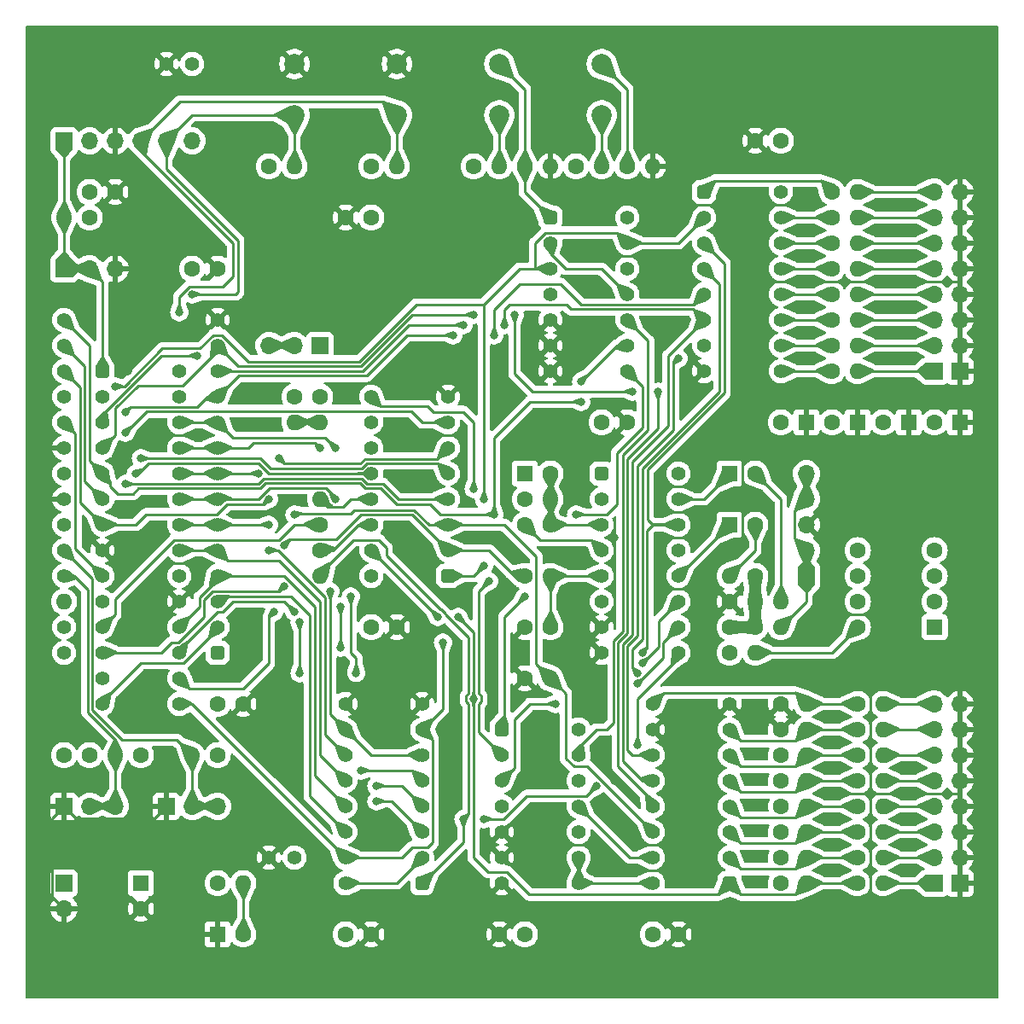
<source format=gbr>
%TF.GenerationSoftware,KiCad,Pcbnew,7.0.2-0*%
%TF.CreationDate,2024-01-28T22:05:15+09:00*%
%TF.ProjectId,cpu-bd,6370752d-6264-42e6-9b69-6361645f7063,rev?*%
%TF.SameCoordinates,Original*%
%TF.FileFunction,Copper,L1,Top*%
%TF.FilePolarity,Positive*%
%FSLAX46Y46*%
G04 Gerber Fmt 4.6, Leading zero omitted, Abs format (unit mm)*
G04 Created by KiCad (PCBNEW 7.0.2-0) date 2024-01-28 22:05:15*
%MOMM*%
%LPD*%
G01*
G04 APERTURE LIST*
G04 Aperture macros list*
%AMRoundRect*
0 Rectangle with rounded corners*
0 $1 Rounding radius*
0 $2 $3 $4 $5 $6 $7 $8 $9 X,Y pos of 4 corners*
0 Add a 4 corners polygon primitive as box body*
4,1,4,$2,$3,$4,$5,$6,$7,$8,$9,$2,$3,0*
0 Add four circle primitives for the rounded corners*
1,1,$1+$1,$2,$3*
1,1,$1+$1,$4,$5*
1,1,$1+$1,$6,$7*
1,1,$1+$1,$8,$9*
0 Add four rect primitives between the rounded corners*
20,1,$1+$1,$2,$3,$4,$5,0*
20,1,$1+$1,$4,$5,$6,$7,0*
20,1,$1+$1,$6,$7,$8,$9,0*
20,1,$1+$1,$8,$9,$2,$3,0*%
G04 Aperture macros list end*
%TA.AperFunction,ComponentPad*%
%ADD10C,1.600000*%
%TD*%
%TA.AperFunction,ComponentPad*%
%ADD11O,1.600000X1.600000*%
%TD*%
%TA.AperFunction,ComponentPad*%
%ADD12C,1.400000*%
%TD*%
%TA.AperFunction,ComponentPad*%
%ADD13C,2.000000*%
%TD*%
%TA.AperFunction,ComponentPad*%
%ADD14RoundRect,0.350000X-0.350000X-0.350000X0.350000X-0.350000X0.350000X0.350000X-0.350000X0.350000X0*%
%TD*%
%TA.AperFunction,ComponentPad*%
%ADD15RoundRect,0.350000X0.350000X0.350000X-0.350000X0.350000X-0.350000X-0.350000X0.350000X-0.350000X0*%
%TD*%
%TA.AperFunction,ComponentPad*%
%ADD16R,1.600000X1.600000*%
%TD*%
%TA.AperFunction,ComponentPad*%
%ADD17C,4.800000*%
%TD*%
%TA.AperFunction,ComponentPad*%
%ADD18R,1.700000X1.700000*%
%TD*%
%TA.AperFunction,ComponentPad*%
%ADD19O,1.700000X1.700000*%
%TD*%
%TA.AperFunction,ViaPad*%
%ADD20C,0.800000*%
%TD*%
%TA.AperFunction,Conductor*%
%ADD21C,0.250000*%
%TD*%
%TA.AperFunction,Conductor*%
%ADD22C,1.000000*%
%TD*%
%TA.AperFunction,Conductor*%
%ADD23C,0.300000*%
%TD*%
G04 APERTURE END LIST*
D10*
%TO.P,C1,1*%
%TO.N,GND*%
X167640000Y-50800000D03*
%TO.P,C1,2*%
%TO.N,+3.3V*%
X170180000Y-50800000D03*
%TD*%
%TO.P,R22,1*%
%TO.N,+3.3V*%
X167640000Y-93980000D03*
D11*
%TO.P,R22,2*%
%TO.N,Net-(D7-A)*%
X165100000Y-93980000D03*
%TD*%
D12*
%TO.P,TP6,1,1*%
%TO.N,GND*%
X119380000Y-121920000D03*
%TO.P,TP6,2*%
%TO.N,N/C*%
X121920000Y-121920000D03*
%TD*%
D13*
%TO.P,SW3,1,1*%
%TO.N,Net-(R3-Pad2)*%
X142240000Y-48260000D03*
%TO.P,SW3,2,2*%
%TO.N,/GO*%
X142240000Y-43180000D03*
%TD*%
D14*
%TO.P,IC3,1,RE3/MCLR*%
%TO.N,Net-(IC3-RE3{slash}MCLR)*%
X102870000Y-73660000D03*
D12*
%TO.P,IC3,2,RA0*%
%TO.N,/ROM_D0*%
X102870000Y-76200000D03*
%TO.P,IC3,3,RA1*%
%TO.N,/ROM_D1*%
X102870000Y-78740000D03*
%TO.P,IC3,4,RA2*%
%TO.N,/ROM_D2*%
X102870000Y-81280000D03*
%TO.P,IC3,5,RA3*%
%TO.N,/ROM_D3*%
X102870000Y-83820000D03*
%TO.P,IC3,6,RA4*%
%TO.N,/ROM_D4*%
X102870000Y-86360000D03*
%TO.P,IC3,7,RA5*%
%TO.N,/ROM_D5*%
X102870000Y-88900000D03*
%TO.P,IC3,8,VSS*%
%TO.N,GND*%
X102870000Y-91440000D03*
%TO.P,IC3,9,RA7*%
%TO.N,/ROM_D7*%
X102870000Y-93980000D03*
%TO.P,IC3,10,RA6*%
%TO.N,/ROM_D6*%
X102870000Y-96520000D03*
%TO.P,IC3,11,RC0*%
%TO.N,Net-(IC3-RC0)*%
X102870000Y-99060000D03*
%TO.P,IC3,12,RC1*%
%TO.N,/DATA*%
X102870000Y-101600000D03*
%TO.P,IC3,13,RC2*%
%TO.N,/JMP*%
X102870000Y-104140000D03*
%TO.P,IC3,14,RC3*%
%TO.N,/RST*%
X102870000Y-106680000D03*
%TO.P,IC3,15,RC4*%
%TO.N,/FLGF*%
X110490000Y-106680000D03*
%TO.P,IC3,16,RC5*%
%TO.N,/WRITE*%
X110490000Y-104140000D03*
%TO.P,IC3,17,RC6*%
%TO.N,/CLK*%
X110490000Y-101600000D03*
%TO.P,IC3,18,RC7*%
%TO.N,/ROM_A6*%
X110490000Y-99060000D03*
%TO.P,IC3,19,VSS*%
%TO.N,GND*%
X110490000Y-96520000D03*
%TO.P,IC3,20,VDD*%
%TO.N,+3.3V*%
X110490000Y-93980000D03*
%TO.P,IC3,21,RB0*%
%TO.N,/ROM_A5*%
X110490000Y-91440000D03*
%TO.P,IC3,22,RB1*%
%TO.N,/ROM_A4*%
X110490000Y-88900000D03*
%TO.P,IC3,23,RB2*%
%TO.N,/ROM_A3*%
X110490000Y-86360000D03*
%TO.P,IC3,24,RB3*%
%TO.N,/ROM_A2*%
X110490000Y-83820000D03*
%TO.P,IC3,25,RB4*%
%TO.N,/ROM_A1*%
X110490000Y-81280000D03*
%TO.P,IC3,26,RB5*%
%TO.N,/ROM_A0*%
X110490000Y-78740000D03*
%TO.P,IC3,27,RB6/ICSPCLK*%
%TO.N,Net-(IC3-RB6{slash}ICSPCLK)*%
X110490000Y-76200000D03*
%TO.P,IC3,28,RB7/ICSPDAT*%
%TO.N,Net-(IC3-RB7{slash}ICSPDAT)*%
X110490000Y-73660000D03*
%TD*%
D15*
%TO.P,IC5,1,RST*%
%TO.N,/RST*%
X137160000Y-93980000D03*
D12*
%TO.P,IC5,2,WRITE*%
%TO.N,/WRITE*%
X137160000Y-91440000D03*
%TO.P,IC5,3,DATA*%
%TO.N,/DATA*%
X137160000Y-88900000D03*
%TO.P,IC5,4,I3*%
%TO.N,/ROM_D7*%
X137160000Y-86360000D03*
%TO.P,IC5,5,I2*%
%TO.N,/ROM_D6*%
X137160000Y-83820000D03*
%TO.P,IC5,6,I1*%
%TO.N,/ROM_D5*%
X137160000Y-81280000D03*
%TO.P,IC5,7,I0*%
%TO.N,/ROM_D4*%
X137160000Y-78740000D03*
%TO.P,IC5,8,GND*%
%TO.N,GND*%
X137160000Y-76200000D03*
%TO.P,IC5,9,FLGF*%
%TO.N,/FLGF*%
X129540000Y-76200000D03*
%TO.P,IC5,10,FLGO*%
%TO.N,unconnected-(IC5-FLGO-Pad10)*%
X129540000Y-78740000D03*
%TO.P,IC5,11,RTN*%
%TO.N,unconnected-(IC5-RTN-Pad11)*%
X129540000Y-81280000D03*
%TO.P,IC5,12,JMP*%
%TO.N,/JMP*%
X129540000Y-83820000D03*
%TO.P,IC5,13,X2*%
%TO.N,/X2*%
X129540000Y-86360000D03*
%TO.P,IC5,14,X1*%
%TO.N,Net-(IC5-X1)*%
X129540000Y-88900000D03*
%TO.P,IC5,15,RR*%
%TO.N,/RR*%
X129540000Y-91440000D03*
%TO.P,IC5,16,VCC*%
%TO.N,+3.3V*%
X129540000Y-93980000D03*
%TD*%
D10*
%TO.P,R44,1*%
%TO.N,/RR*%
X177771000Y-124460000D03*
D11*
%TO.P,R44,2*%
%TO.N,Net-(J10-Pin_1)*%
X180311000Y-124460000D03*
%TD*%
D10*
%TO.P,C6,1*%
%TO.N,Net-(C6-Pad1)*%
X144780000Y-88900000D03*
%TO.P,C6,2*%
%TO.N,Net-(D5-A)*%
X147320000Y-88900000D03*
%TD*%
D16*
%TO.P,C12,1*%
%TO.N,+3.3V*%
X106680000Y-124460000D03*
D10*
%TO.P,C12,2*%
%TO.N,GND*%
X106680000Y-127000000D03*
%TD*%
D16*
%TO.P,D5,1,K*%
%TO.N,+3.3V*%
X144780000Y-83820000D03*
D10*
%TO.P,D5,2,A*%
%TO.N,Net-(D5-A)*%
X147320000Y-83820000D03*
%TD*%
D13*
%TO.P,SW2,1,1*%
%TO.N,Net-(IC3-RB7{slash}ICSPDAT)*%
X132080000Y-48260000D03*
%TO.P,SW2,2,2*%
%TO.N,GND*%
X132080000Y-43180000D03*
%TD*%
D10*
%TO.P,R41,1*%
%TO.N,+3.3V*%
X114300000Y-124460000D03*
D11*
%TO.P,R41,2*%
%TO.N,Net-(D8-A)*%
X116840000Y-124460000D03*
%TD*%
D10*
%TO.P,R37,1*%
%TO.N,GND*%
X170180000Y-119380000D03*
D11*
%TO.P,R37,2*%
%TO.N,Net-(IC9-I2)*%
X172720000Y-119380000D03*
%TD*%
D10*
%TO.P,R19,1*%
%TO.N,+3.3V*%
X144780000Y-86360000D03*
D11*
%TO.P,R19,2*%
%TO.N,Net-(D5-A)*%
X147320000Y-86360000D03*
%TD*%
D10*
%TO.P,R12,1*%
%TO.N,Net-(IC2-Q2)*%
X175231000Y-68580000D03*
D11*
%TO.P,R12,2*%
%TO.N,/L_b2*%
X177771000Y-68580000D03*
%TD*%
D17*
%TO.P,TP2,1,1*%
%TO.N,GND*%
X187960000Y-43180000D03*
%TD*%
D16*
%TO.P,D6,1,K*%
%TO.N,Net-(D6-K)*%
X165100000Y-83820000D03*
D10*
%TO.P,D6,2,A*%
%TO.N,Net-(D6-A)*%
X167640000Y-83820000D03*
%TD*%
%TO.P,C7,1*%
%TO.N,GND*%
X132080000Y-99060000D03*
%TO.P,C7,2*%
%TO.N,+3.3V*%
X129540000Y-99060000D03*
%TD*%
%TO.P,R18,1*%
%TO.N,Net-(IC3-RC0)*%
X124460000Y-88900000D03*
D11*
%TO.P,R18,2*%
%TO.N,/X2*%
X124460000Y-86360000D03*
%TD*%
D10*
%TO.P,R13,1*%
%TO.N,Net-(IC2-Q3)*%
X175231000Y-66040000D03*
D11*
%TO.P,R13,2*%
%TO.N,/L_b3*%
X177771000Y-66040000D03*
%TD*%
D10*
%TO.P,R42,1*%
%TO.N,GND*%
X170180000Y-121920000D03*
D11*
%TO.P,R42,2*%
%TO.N,Net-(IC9-I1)*%
X172720000Y-121920000D03*
%TD*%
D10*
%TO.P,R14,1*%
%TO.N,Net-(IC2-Q1)*%
X175231000Y-71120000D03*
D11*
%TO.P,R14,2*%
%TO.N,/L_b1*%
X177771000Y-71120000D03*
%TD*%
D16*
%TO.P,D3,1,K*%
%TO.N,GND*%
X182880000Y-78740000D03*
D10*
%TO.P,D3,2,A*%
%TO.N,/L_b2*%
X180340000Y-78740000D03*
%TD*%
D18*
%TO.P,J3,1,Pin_1*%
%TO.N,/X2*%
X124460000Y-71120000D03*
D19*
%TO.P,J3,2,Pin_2*%
%TO.N,Net-(J3-Pin_2)*%
X121920000Y-71120000D03*
%TO.P,J3,3,Pin_3*%
X119380000Y-71120000D03*
%TD*%
D18*
%TO.P,J7,1,Pin_1*%
%TO.N,GND*%
X99060000Y-116840000D03*
D19*
%TO.P,J7,2,Pin_2*%
%TO.N,Net-(IC6-A8)*%
X101600000Y-116840000D03*
%TO.P,J7,3,Pin_3*%
X104140000Y-116840000D03*
%TD*%
D18*
%TO.P,J4,1,Pin_1*%
%TO.N,/L_b0*%
X185420000Y-73660000D03*
D19*
%TO.P,J4,2,Pin_2*%
%TO.N,/L_b1*%
X185420000Y-71120000D03*
%TO.P,J4,3,Pin_3*%
%TO.N,/L_b2*%
X185420000Y-68580000D03*
%TO.P,J4,4,Pin_4*%
%TO.N,/L_b3*%
X185420000Y-66040000D03*
%TO.P,J4,5,Pin_5*%
%TO.N,Net-(J4-Pin_5)*%
X185420000Y-63500000D03*
%TO.P,J4,6,Pin_6*%
%TO.N,Net-(J4-Pin_6)*%
X185420000Y-60960000D03*
%TO.P,J4,7,Pin_7*%
%TO.N,Net-(J4-Pin_7)*%
X185420000Y-58420000D03*
%TO.P,J4,8,Pin_8*%
%TO.N,Net-(J4-Pin_8)*%
X185420000Y-55880000D03*
%TD*%
D10*
%TO.P,R11,1*%
%TO.N,Net-(IC2-Q4)*%
X175231000Y-63500000D03*
D11*
%TO.P,R11,2*%
%TO.N,Net-(J4-Pin_5)*%
X177771000Y-63500000D03*
%TD*%
D10*
%TO.P,C15,1*%
%TO.N,GND*%
X160020000Y-129540000D03*
%TO.P,C15,2*%
%TO.N,+3.3V*%
X157480000Y-129540000D03*
%TD*%
D14*
%TO.P,IC7,1*%
%TO.N,/nWR_PLS*%
X142494000Y-109220000D03*
D12*
%TO.P,IC7,2*%
%TO.N,/ROM_D3*%
X142494000Y-111760000D03*
%TO.P,IC7,3*%
%TO.N,/nCS_O0*%
X142494000Y-114300000D03*
%TO.P,IC7,4*%
%TO.N,unconnected-(IC7-Pad4)*%
X142494000Y-116840000D03*
%TO.P,IC7,5*%
%TO.N,GND*%
X142494000Y-119380000D03*
%TO.P,IC7,6*%
X142494000Y-121920000D03*
%TO.P,IC7,7,VSS*%
X142494000Y-124460000D03*
%TO.P,IC7,8*%
%TO.N,+3.3V*%
X150114000Y-124460000D03*
%TO.P,IC7,9*%
X150114000Y-121920000D03*
%TO.P,IC7,10*%
%TO.N,unconnected-(IC7-Pad10)*%
X150114000Y-119380000D03*
%TO.P,IC7,11*%
%TO.N,/nCS_I0*%
X150114000Y-116840000D03*
%TO.P,IC7,12*%
%TO.N,Net-(IC4-Pad10)*%
X150114000Y-114300000D03*
%TO.P,IC7,13*%
%TO.N,Net-(IC1-Pad10)*%
X150114000Y-111760000D03*
%TO.P,IC7,14,VDD*%
%TO.N,+3.3V*%
X150114000Y-109220000D03*
%TD*%
D10*
%TO.P,R28,1*%
%TO.N,GND*%
X170180000Y-106680000D03*
D11*
%TO.P,R28,2*%
%TO.N,/S_b7*%
X172720000Y-106680000D03*
%TD*%
D16*
%TO.P,SW5,1*%
%TO.N,/S_b4*%
X185430000Y-99050000D03*
D10*
%TO.P,SW5,2*%
%TO.N,/S_b5*%
X185430000Y-96510000D03*
%TO.P,SW5,3*%
%TO.N,/S_b6*%
X185430000Y-93970000D03*
%TO.P,SW5,4*%
%TO.N,/S_b7*%
X185430000Y-91430000D03*
%TO.P,SW5,5*%
%TO.N,Net-(R26-Pad2)*%
X177810000Y-91430000D03*
%TO.P,SW5,6*%
X177810000Y-93970000D03*
%TO.P,SW5,7*%
X177810000Y-96510000D03*
%TO.P,SW5,8*%
X177810000Y-99050000D03*
%TD*%
%TO.P,R36,1*%
%TO.N,/S_b5*%
X177800000Y-111760000D03*
D11*
%TO.P,R36,2*%
%TO.N,Net-(J10-Pin_6)*%
X180340000Y-111760000D03*
%TD*%
D10*
%TO.P,R8,1*%
%TO.N,Net-(IC2-Q7)*%
X175260000Y-55880000D03*
D11*
%TO.P,R8,2*%
%TO.N,Net-(J4-Pin_8)*%
X177800000Y-55880000D03*
%TD*%
D10*
%TO.P,C2,1*%
%TO.N,+3.3V*%
X101600000Y-55880000D03*
%TO.P,C2,2*%
%TO.N,GND*%
X104140000Y-55880000D03*
%TD*%
%TO.P,R38,1*%
%TO.N,GND*%
X170209000Y-116840000D03*
D11*
%TO.P,R38,2*%
%TO.N,Net-(IC9-I3)*%
X172749000Y-116840000D03*
%TD*%
D10*
%TO.P,R29,1*%
%TO.N,/S_b6*%
X177771000Y-109220000D03*
D11*
%TO.P,R29,2*%
%TO.N,Net-(J10-Pin_7)*%
X180311000Y-109220000D03*
%TD*%
D14*
%TO.P,IC1,1*%
%TO.N,/GO*%
X147320000Y-58420000D03*
D12*
%TO.P,IC1,2*%
%TO.N,Net-(IC1-Pad11)*%
X147320000Y-60960000D03*
%TO.P,IC1,3*%
%TO.N,/RST*%
X147320000Y-63500000D03*
%TO.P,IC1,4*%
%TO.N,unconnected-(IC1-Pad4)*%
X147320000Y-66040000D03*
%TO.P,IC1,5*%
%TO.N,GND*%
X147320000Y-68580000D03*
%TO.P,IC1,6*%
X147320000Y-71120000D03*
%TO.P,IC1,7,VSS*%
X147320000Y-73660000D03*
%TO.P,IC1,8*%
%TO.N,/WRITE*%
X154940000Y-73660000D03*
%TO.P,IC1,9*%
%TO.N,/ROM_D3*%
X154940000Y-71120000D03*
%TO.P,IC1,10*%
%TO.N,Net-(IC1-Pad10)*%
X154940000Y-68580000D03*
%TO.P,IC1,11*%
%TO.N,Net-(IC1-Pad11)*%
X154940000Y-66040000D03*
%TO.P,IC1,12*%
%TO.N,/HALT*%
X154940000Y-63500000D03*
%TO.P,IC1,13*%
%TO.N,/RST*%
X154940000Y-60960000D03*
%TO.P,IC1,14,VDD*%
%TO.N,+3.3V*%
X154940000Y-58420000D03*
%TD*%
D10*
%TO.P,R9,1*%
%TO.N,Net-(IC2-Q6)*%
X175260000Y-58420000D03*
D11*
%TO.P,R9,2*%
%TO.N,Net-(J4-Pin_7)*%
X177800000Y-58420000D03*
%TD*%
D14*
%TO.P,IC4,1,VCC*%
%TO.N,+3.3V*%
X152400000Y-83820000D03*
D12*
%TO.P,IC4,2*%
%TO.N,/nWR_PLS*%
X152400000Y-86360000D03*
%TO.P,IC4,3*%
%TO.N,Net-(D5-A)*%
X152400000Y-88900000D03*
%TO.P,IC4,4*%
%TO.N,Net-(C6-Pad1)*%
X152400000Y-91440000D03*
%TO.P,IC4,5*%
%TO.N,Net-(C8-Pad1)*%
X152400000Y-93980000D03*
%TO.P,IC4,6*%
%TO.N,unconnected-(IC4-Pad6)*%
X152400000Y-96520000D03*
%TO.P,IC4,7*%
%TO.N,GND*%
X152400000Y-99060000D03*
%TO.P,IC4,8,VSS*%
X152400000Y-101600000D03*
%TO.P,IC4,9*%
%TO.N,/CLK*%
X160020000Y-101600000D03*
%TO.P,IC4,10*%
%TO.N,Net-(IC4-Pad10)*%
X160020000Y-99060000D03*
%TO.P,IC4,11*%
%TO.N,/RR*%
X160020000Y-96520000D03*
%TO.P,IC4,12*%
%TO.N,Net-(D7-K)*%
X160020000Y-93980000D03*
%TO.P,IC4,13*%
%TO.N,N/C*%
X160020000Y-91440000D03*
%TO.P,IC4,14*%
%TO.N,/DATA*%
X160020000Y-88900000D03*
%TO.P,IC4,15*%
%TO.N,Net-(D6-K)*%
X160020000Y-86360000D03*
%TO.P,IC4,16*%
%TO.N,N/C*%
X160020000Y-83820000D03*
%TD*%
D10*
%TO.P,C14,1*%
%TO.N,+3.3V*%
X144780000Y-129540000D03*
%TO.P,C14,2*%
%TO.N,GND*%
X142240000Y-129540000D03*
%TD*%
%TO.P,C9,1*%
%TO.N,+3.3V*%
X165100000Y-99060000D03*
%TO.P,C9,2*%
%TO.N,GND*%
X165100000Y-96520000D03*
%TD*%
D18*
%TO.P,J10,1,Pin_1*%
%TO.N,Net-(J10-Pin_1)*%
X185420000Y-124460000D03*
D19*
%TO.P,J10,2,Pin_2*%
%TO.N,Net-(J10-Pin_2)*%
X185420000Y-121920000D03*
%TO.P,J10,3,Pin_3*%
%TO.N,Net-(J10-Pin_3)*%
X185420000Y-119380000D03*
%TO.P,J10,4,Pin_4*%
%TO.N,Net-(J10-Pin_4)*%
X185420000Y-116840000D03*
%TO.P,J10,5,Pin_5*%
%TO.N,Net-(J10-Pin_5)*%
X185420000Y-114300000D03*
%TO.P,J10,6,Pin_6*%
%TO.N,Net-(J10-Pin_6)*%
X185420000Y-111760000D03*
%TO.P,J10,7,Pin_7*%
%TO.N,Net-(J10-Pin_7)*%
X185420000Y-109220000D03*
%TO.P,J10,8,Pin_8*%
%TO.N,Net-(J10-Pin_8)*%
X185420000Y-106680000D03*
%TD*%
D18*
%TO.P,J1,1,Pin_1*%
%TO.N,Net-(IC3-RE3{slash}MCLR)*%
X99060000Y-50800000D03*
D19*
%TO.P,J1,2,Pin_2*%
%TO.N,+3.3V*%
X101600000Y-50800000D03*
%TO.P,J1,3,Pin_3*%
%TO.N,GND*%
X104140000Y-50800000D03*
%TO.P,J1,4,Pin_4*%
%TO.N,Net-(IC3-RB7{slash}ICSPDAT)*%
X106680000Y-50800000D03*
%TO.P,J1,5,Pin_5*%
%TO.N,Net-(IC3-RB6{slash}ICSPCLK)*%
X109220000Y-50800000D03*
%TO.P,J1,6,Pin_6*%
%TO.N,unconnected-(J1-Pin_6-Pad6)*%
X111760000Y-50800000D03*
%TD*%
D16*
%TO.P,D4,1,K*%
%TO.N,GND*%
X187960000Y-78740000D03*
D10*
%TO.P,D4,2,A*%
%TO.N,/L_b3*%
X185420000Y-78740000D03*
%TD*%
%TO.P,R25,1*%
%TO.N,GND*%
X144780000Y-104140000D03*
D11*
%TO.P,R25,2*%
%TO.N,/DATA*%
X147320000Y-104140000D03*
%TD*%
D10*
%TO.P,R26,1*%
%TO.N,+3.3V*%
X165100000Y-101600000D03*
D11*
%TO.P,R26,2*%
%TO.N,Net-(R26-Pad2)*%
X167640000Y-101600000D03*
%TD*%
D10*
%TO.P,C4,1*%
%TO.N,GND*%
X114300000Y-63500000D03*
%TO.P,C4,2*%
%TO.N,+3.3V*%
X111760000Y-63500000D03*
%TD*%
%TO.P,C5,1*%
%TO.N,GND*%
X154940000Y-78740000D03*
%TO.P,C5,2*%
%TO.N,+3.3V*%
X152400000Y-78740000D03*
%TD*%
%TO.P,R5,1*%
%TO.N,+3.3V*%
X149860000Y-53340000D03*
D11*
%TO.P,R5,2*%
%TO.N,Net-(R5-Pad2)*%
X152400000Y-53340000D03*
%TD*%
D10*
%TO.P,R33,1*%
%TO.N,GND*%
X170180000Y-111760000D03*
D11*
%TO.P,R33,2*%
%TO.N,/S_b5*%
X172720000Y-111760000D03*
%TD*%
D18*
%TO.P,J5,1,Pin_1*%
%TO.N,GND*%
X187960000Y-73660000D03*
D19*
%TO.P,J5,2,Pin_2*%
X187960000Y-71120000D03*
%TO.P,J5,3,Pin_3*%
X187960000Y-68580000D03*
%TO.P,J5,4,Pin_4*%
X187960000Y-66040000D03*
%TO.P,J5,5,Pin_5*%
X187960000Y-63500000D03*
%TO.P,J5,6,Pin_6*%
X187960000Y-60960000D03*
%TO.P,J5,7,Pin_7*%
X187960000Y-58420000D03*
%TO.P,J5,8,Pin_8*%
X187960000Y-55880000D03*
%TD*%
D12*
%TO.P,TP5,1,1*%
%TO.N,GND*%
X109220000Y-43180000D03*
%TO.P,TP5,2*%
%TO.N,N/C*%
X111760000Y-43180000D03*
%TD*%
D10*
%TO.P,R35,1*%
%TO.N,/S_b4*%
X177800000Y-114300000D03*
D11*
%TO.P,R35,2*%
%TO.N,Net-(J10-Pin_5)*%
X180340000Y-114300000D03*
%TD*%
D10*
%TO.P,C10,1*%
%TO.N,+3.3V*%
X114300000Y-106680000D03*
%TO.P,C10,2*%
%TO.N,GND*%
X116840000Y-106680000D03*
%TD*%
%TO.P,C3,1*%
%TO.N,+3.3V*%
X129540000Y-58420000D03*
%TO.P,C3,2*%
%TO.N,GND*%
X127000000Y-58420000D03*
%TD*%
D13*
%TO.P,SW4,1,1*%
%TO.N,Net-(R5-Pad2)*%
X152400000Y-48260000D03*
%TO.P,SW4,2,2*%
%TO.N,/HALT*%
X152400000Y-43180000D03*
%TD*%
D10*
%TO.P,R6,1*%
%TO.N,/HALT*%
X154940000Y-53340000D03*
D11*
%TO.P,R6,2*%
%TO.N,GND*%
X157480000Y-53340000D03*
%TD*%
D14*
%TO.P,IC2,1,Q7*%
%TO.N,Net-(IC2-Q7)*%
X162560000Y-55880000D03*
D12*
%TO.P,IC2,2,R*%
%TO.N,/RST*%
X162560000Y-58420000D03*
%TO.P,IC2,3,D*%
%TO.N,/DATA*%
X162560000Y-60960000D03*
%TO.P,IC2,4,WR*%
%TO.N,/nCS_O0*%
X162560000Y-63500000D03*
%TO.P,IC2,5,A0*%
%TO.N,/ROM_D0*%
X162560000Y-66040000D03*
%TO.P,IC2,6,A1*%
%TO.N,/ROM_D1*%
X162560000Y-68580000D03*
%TO.P,IC2,7,A2*%
%TO.N,/ROM_D2*%
X162560000Y-71120000D03*
%TO.P,IC2,8,Vss*%
%TO.N,GND*%
X162560000Y-73660000D03*
%TO.P,IC2,9,Q0*%
%TO.N,Net-(IC2-Q0)*%
X170180000Y-73660000D03*
%TO.P,IC2,10,Q1*%
%TO.N,Net-(IC2-Q1)*%
X170180000Y-71120000D03*
%TO.P,IC2,11,Q2*%
%TO.N,Net-(IC2-Q2)*%
X170180000Y-68580000D03*
%TO.P,IC2,12,Q3*%
%TO.N,Net-(IC2-Q3)*%
X170180000Y-66040000D03*
%TO.P,IC2,13,Q4*%
%TO.N,Net-(IC2-Q4)*%
X170180000Y-63500000D03*
%TO.P,IC2,14,Q5*%
%TO.N,Net-(IC2-Q5)*%
X170180000Y-60960000D03*
%TO.P,IC2,15,Q6*%
%TO.N,Net-(IC2-Q6)*%
X170180000Y-58420000D03*
%TO.P,IC2,16,Vdd*%
%TO.N,+3.3V*%
X170180000Y-55880000D03*
%TD*%
D10*
%TO.P,R40,1*%
%TO.N,Net-(IC9-I2)*%
X177771000Y-119380000D03*
D11*
%TO.P,R40,2*%
%TO.N,Net-(J10-Pin_3)*%
X180311000Y-119380000D03*
%TD*%
D15*
%TO.P,IC6,1,VPP*%
%TO.N,+3.3V*%
X114300000Y-101600000D03*
D12*
%TO.P,IC6,2,A12*%
%TO.N,/RST*%
X114300000Y-99060000D03*
%TO.P,IC6,3,A7*%
%TO.N,/ROM_A7*%
X114300000Y-96520000D03*
%TO.P,IC6,4,A6*%
%TO.N,/ROM_A6*%
X114300000Y-93980000D03*
%TO.P,IC6,5,A5*%
%TO.N,/ROM_A5*%
X114300000Y-91440000D03*
%TO.P,IC6,6,A4*%
%TO.N,/ROM_A4*%
X114300000Y-88900000D03*
%TO.P,IC6,7,A3*%
%TO.N,/ROM_A3*%
X114300000Y-86360000D03*
%TO.P,IC6,8,A2*%
%TO.N,/ROM_A2*%
X114300000Y-83820000D03*
%TO.P,IC6,9,A1*%
%TO.N,/ROM_A1*%
X114300000Y-81280000D03*
%TO.P,IC6,10,A0*%
%TO.N,/ROM_A0*%
X114300000Y-78740000D03*
%TO.P,IC6,11,D0*%
%TO.N,/ROM_D0*%
X114300000Y-76200000D03*
%TO.P,IC6,12,D1*%
%TO.N,/ROM_D1*%
X114300000Y-73660000D03*
%TO.P,IC6,13,D2*%
%TO.N,/ROM_D2*%
X114300000Y-71120000D03*
%TO.P,IC6,14,GND*%
%TO.N,GND*%
X114300000Y-68580000D03*
%TO.P,IC6,15,D3*%
%TO.N,/ROM_D3*%
X99060000Y-68580000D03*
%TO.P,IC6,16,D4*%
%TO.N,/ROM_D4*%
X99060000Y-71120000D03*
%TO.P,IC6,17,D5*%
%TO.N,/ROM_D5*%
X99060000Y-73660000D03*
%TO.P,IC6,18,D6*%
%TO.N,/ROM_D6*%
X99060000Y-76200000D03*
%TO.P,IC6,19,D7*%
%TO.N,/ROM_D7*%
X99060000Y-78740000D03*
%TO.P,IC6,20,~{CE}*%
%TO.N,GND*%
X99060000Y-81280000D03*
%TO.P,IC6,21,A10*%
%TO.N,/RST*%
X99060000Y-83820000D03*
%TO.P,IC6,22,~{OE}*%
%TO.N,GND*%
X99060000Y-86360000D03*
%TO.P,IC6,23,A11*%
%TO.N,/RST*%
X99060000Y-88900000D03*
%TO.P,IC6,24,A9*%
%TO.N,Net-(IC6-A9)*%
X99060000Y-91440000D03*
%TO.P,IC6,25,A8*%
%TO.N,Net-(IC6-A8)*%
X99060000Y-93980000D03*
D11*
%TO.P,IC6,26,NC*%
%TO.N,unconnected-(IC6-NC-Pad26)*%
X99060000Y-96520000D03*
D12*
%TO.P,IC6,27,~{PGM}*%
%TO.N,+3.3V*%
X99060000Y-99060000D03*
%TO.P,IC6,28,VCC*%
X99060000Y-101600000D03*
%TD*%
D10*
%TO.P,R1,1*%
%TO.N,+3.3V*%
X119380000Y-53340000D03*
D11*
%TO.P,R1,2*%
%TO.N,Net-(IC3-RB6{slash}ICSPCLK)*%
X121920000Y-53340000D03*
%TD*%
D10*
%TO.P,R2,1*%
%TO.N,+3.3V*%
X129540000Y-53340000D03*
D11*
%TO.P,R2,2*%
%TO.N,Net-(IC3-RB7{slash}ICSPDAT)*%
X132080000Y-53340000D03*
%TD*%
D17*
%TO.P,TP3,1,1*%
%TO.N,GND*%
X99060000Y-132080000D03*
%TD*%
D18*
%TO.P,J2,1,Pin_1*%
%TO.N,Net-(IC3-RE3{slash}MCLR)*%
X99060000Y-63500000D03*
D19*
%TO.P,J2,2,Pin_2*%
X101600000Y-63500000D03*
%TO.P,J2,3,Pin_3*%
%TO.N,GND*%
X104140000Y-63500000D03*
%TD*%
D18*
%TO.P,J11,1,Pin_1*%
%TO.N,GND*%
X187960000Y-124460000D03*
D19*
%TO.P,J11,2,Pin_2*%
X187960000Y-121920000D03*
%TO.P,J11,3,Pin_3*%
X187960000Y-119380000D03*
%TO.P,J11,4,Pin_4*%
X187960000Y-116840000D03*
%TO.P,J11,5,Pin_5*%
X187960000Y-114300000D03*
%TO.P,J11,6,Pin_6*%
X187960000Y-111760000D03*
%TO.P,J11,7,Pin_7*%
X187960000Y-109220000D03*
%TO.P,J11,8,Pin_8*%
X187960000Y-106680000D03*
%TD*%
D10*
%TO.P,R4,1*%
%TO.N,/GO*%
X144780000Y-53340000D03*
D11*
%TO.P,R4,2*%
%TO.N,GND*%
X147320000Y-53340000D03*
%TD*%
D10*
%TO.P,R45,1*%
%TO.N,Net-(IC9-I1)*%
X177771000Y-121920000D03*
D11*
%TO.P,R45,2*%
%TO.N,Net-(J10-Pin_2)*%
X180311000Y-121920000D03*
%TD*%
D18*
%TO.P,J8,1,Pin_1*%
%TO.N,GND*%
X109220000Y-116840000D03*
D19*
%TO.P,J8,2,Pin_2*%
%TO.N,Net-(IC6-A9)*%
X111760000Y-116840000D03*
%TO.P,J8,3,Pin_3*%
X114300000Y-116840000D03*
%TD*%
D10*
%TO.P,R30,1*%
%TO.N,/S_b7*%
X177800000Y-106680000D03*
D11*
%TO.P,R30,2*%
%TO.N,Net-(J10-Pin_8)*%
X180340000Y-106680000D03*
%TD*%
D10*
%TO.P,R31,1*%
%TO.N,+3.3V*%
X106680000Y-111760000D03*
D11*
%TO.P,R31,2*%
%TO.N,Net-(IC6-A8)*%
X104140000Y-111760000D03*
%TD*%
D16*
%TO.P,D7,1,K*%
%TO.N,Net-(D7-K)*%
X165100000Y-88900000D03*
D10*
%TO.P,D7,2,A*%
%TO.N,Net-(D7-A)*%
X167640000Y-88900000D03*
%TD*%
%TO.P,R39,1*%
%TO.N,Net-(IC9-I3)*%
X177800000Y-116840000D03*
D11*
%TO.P,R39,2*%
%TO.N,Net-(J10-Pin_4)*%
X180340000Y-116840000D03*
%TD*%
D10*
%TO.P,R43,1*%
%TO.N,GND*%
X170180000Y-124460000D03*
D11*
%TO.P,R43,2*%
%TO.N,/RR*%
X172720000Y-124460000D03*
%TD*%
D10*
%TO.P,R3,1*%
%TO.N,+3.3V*%
X139700000Y-53340000D03*
D11*
%TO.P,R3,2*%
%TO.N,Net-(R3-Pad2)*%
X142240000Y-53340000D03*
%TD*%
D10*
%TO.P,C11,1*%
%TO.N,unconnected-(C11-Pad1)*%
X101600000Y-111760000D03*
%TO.P,C11,2*%
%TO.N,+3.3V*%
X99060000Y-111760000D03*
%TD*%
D13*
%TO.P,SW1,1,1*%
%TO.N,Net-(IC3-RB6{slash}ICSPCLK)*%
X121920000Y-48260000D03*
%TO.P,SW1,2,2*%
%TO.N,GND*%
X121920000Y-43180000D03*
%TD*%
D17*
%TO.P,TP4,1,1*%
%TO.N,GND*%
X187960000Y-132080000D03*
%TD*%
%TO.P,TP1,1,1*%
%TO.N,GND*%
X99060000Y-43180000D03*
%TD*%
D10*
%TO.P,R23,1*%
%TO.N,+3.3V*%
X167640000Y-99060000D03*
D11*
%TO.P,R23,2*%
%TO.N,Net-(J6-Pin_1)*%
X170180000Y-99060000D03*
%TD*%
D18*
%TO.P,J9,1,Pin_1*%
%TO.N,+3.3V*%
X99060000Y-124460000D03*
D19*
%TO.P,J9,2,Pin_2*%
%TO.N,GND*%
X99060000Y-127000000D03*
%TD*%
D10*
%TO.P,R10,1*%
%TO.N,Net-(IC2-Q5)*%
X175231000Y-60960000D03*
D11*
%TO.P,R10,2*%
%TO.N,Net-(J4-Pin_6)*%
X177771000Y-60960000D03*
%TD*%
D16*
%TO.P,D8,1,K*%
%TO.N,GND*%
X114300000Y-129540000D03*
D10*
%TO.P,D8,2,A*%
%TO.N,Net-(D8-A)*%
X116840000Y-129540000D03*
%TD*%
%TO.P,R34,1*%
%TO.N,GND*%
X170180000Y-114300000D03*
D11*
%TO.P,R34,2*%
%TO.N,/S_b4*%
X172720000Y-114300000D03*
%TD*%
D10*
%TO.P,R20,1*%
%TO.N,Net-(IC5-X1)*%
X124460000Y-91440000D03*
D11*
%TO.P,R20,2*%
%TO.N,/CLK*%
X124460000Y-93980000D03*
%TD*%
D10*
%TO.P,C13,1*%
%TO.N,GND*%
X129540000Y-129540000D03*
%TO.P,C13,2*%
%TO.N,+3.3V*%
X127000000Y-129540000D03*
%TD*%
D16*
%TO.P,D1,1,K*%
%TO.N,GND*%
X172720000Y-78740000D03*
D10*
%TO.P,D1,2,A*%
%TO.N,/L_b0*%
X170180000Y-78740000D03*
%TD*%
D15*
%TO.P,IC9,1,I0*%
%TO.N,/RR*%
X165100000Y-124460000D03*
D12*
%TO.P,IC9,2,I1*%
%TO.N,Net-(IC9-I1)*%
X165100000Y-121920000D03*
%TO.P,IC9,3,I2*%
%TO.N,Net-(IC9-I2)*%
X165100000Y-119380000D03*
%TO.P,IC9,4,I3*%
%TO.N,Net-(IC9-I3)*%
X165100000Y-116840000D03*
%TO.P,IC9,5,I4*%
%TO.N,/S_b4*%
X165100000Y-114300000D03*
%TO.P,IC9,6,I5*%
%TO.N,/S_b5*%
X165100000Y-111760000D03*
%TO.P,IC9,7,I6*%
%TO.N,/S_b6*%
X165100000Y-109220000D03*
%TO.P,IC9,8,Vss*%
%TO.N,GND*%
X165100000Y-106680000D03*
%TO.P,IC9,9,I7*%
%TO.N,/S_b7*%
X157480000Y-106680000D03*
%TO.P,IC9,10,~{E}*%
%TO.N,GND*%
X157480000Y-109220000D03*
%TO.P,IC9,11,S0*%
%TO.N,/ROM_D0*%
X157480000Y-111760000D03*
%TO.P,IC9,12,S1*%
%TO.N,/ROM_D1*%
X157480000Y-114300000D03*
%TO.P,IC9,13,S2*%
%TO.N,/ROM_D2*%
X157480000Y-116840000D03*
%TO.P,IC9,14,Q*%
%TO.N,/DATA*%
X157480000Y-119380000D03*
%TO.P,IC9,15,~{EN}*%
%TO.N,/nCS_I0*%
X157480000Y-121920000D03*
%TO.P,IC9,16,Vdd*%
%TO.N,+3.3V*%
X157480000Y-124460000D03*
%TD*%
D10*
%TO.P,R24,1*%
%TO.N,+3.3V*%
X167640000Y-96520000D03*
D11*
%TO.P,R24,2*%
%TO.N,Net-(D6-A)*%
X170180000Y-96520000D03*
%TD*%
D10*
%TO.P,R27,1*%
%TO.N,GND*%
X170180000Y-109220000D03*
D11*
%TO.P,R27,2*%
%TO.N,/S_b6*%
X172720000Y-109220000D03*
%TD*%
D10*
%TO.P,C8,1*%
%TO.N,Net-(C8-Pad1)*%
X147320000Y-99060000D03*
%TO.P,C8,2*%
%TO.N,GND*%
X144780000Y-99060000D03*
%TD*%
D15*
%TO.P,IC8,1,CK*%
%TO.N,/CLK*%
X134593950Y-124460000D03*
D12*
%TO.P,IC8,2,Enable*%
%TO.N,+3.3V*%
X134593950Y-121920000D03*
%TO.P,IC8,3,Q1*%
%TO.N,/ROM_A0*%
X134593950Y-119380000D03*
%TO.P,IC8,4,Q2*%
%TO.N,/ROM_A1*%
X134593950Y-116840000D03*
%TO.P,IC8,5,Q3*%
%TO.N,/ROM_A2*%
X134593950Y-114300000D03*
%TO.P,IC8,6,Q4*%
%TO.N,/ROM_A3*%
X134593950Y-111760000D03*
%TO.P,IC8,7,Reset*%
%TO.N,/FLGF*%
X134593950Y-109220000D03*
%TO.P,IC8,8,VSS*%
%TO.N,GND*%
X134593950Y-106680000D03*
%TO.P,IC8,9,CK*%
X126973950Y-106680000D03*
%TO.P,IC8,10,Enable*%
%TO.N,/ROM_A3*%
X126973950Y-109220000D03*
%TO.P,IC8,11,Q1*%
%TO.N,/ROM_A4*%
X126973950Y-111760000D03*
%TO.P,IC8,12,Q2*%
%TO.N,/ROM_A5*%
X126973950Y-114300000D03*
%TO.P,IC8,13,Q3*%
%TO.N,/ROM_A6*%
X126973950Y-116840000D03*
%TO.P,IC8,14,Q4*%
%TO.N,/ROM_A7*%
X126973950Y-119380000D03*
%TO.P,IC8,15,Reset*%
%TO.N,/FLGF*%
X126973950Y-121920000D03*
%TO.P,IC8,16,VDD*%
%TO.N,+3.3V*%
X126973950Y-124460000D03*
%TD*%
D18*
%TO.P,J6,1,Pin_1*%
%TO.N,Net-(J6-Pin_1)*%
X172720000Y-93980000D03*
D19*
%TO.P,J6,2,Pin_2*%
X172720000Y-91440000D03*
%TO.P,J6,3,Pin_3*%
%TO.N,GND*%
X172720000Y-88900000D03*
%TO.P,J6,4,Pin_4*%
%TO.N,Net-(J6-Pin_1)*%
X172720000Y-86360000D03*
%TO.P,J6,5,Pin_5*%
X172720000Y-83820000D03*
%TD*%
D10*
%TO.P,R16,1*%
%TO.N,/X2*%
X124460000Y-76200000D03*
D11*
%TO.P,R16,2*%
%TO.N,Net-(IC5-X1)*%
X124460000Y-78740000D03*
%TD*%
D10*
%TO.P,R15,1*%
%TO.N,Net-(IC2-Q0)*%
X175231000Y-73660000D03*
D11*
%TO.P,R15,2*%
%TO.N,/L_b0*%
X177771000Y-73660000D03*
%TD*%
D10*
%TO.P,R17,1*%
%TO.N,Net-(J3-Pin_2)*%
X121920000Y-76200000D03*
D11*
%TO.P,R17,2*%
%TO.N,Net-(IC5-X1)*%
X121920000Y-78740000D03*
%TD*%
D16*
%TO.P,D2,1,K*%
%TO.N,GND*%
X177800000Y-78740000D03*
D10*
%TO.P,D2,2,A*%
%TO.N,/L_b1*%
X175260000Y-78740000D03*
%TD*%
%TO.P,R21,1*%
%TO.N,/WRITE*%
X144780000Y-93980000D03*
D11*
%TO.P,R21,2*%
%TO.N,Net-(C8-Pad1)*%
X147320000Y-93980000D03*
%TD*%
D10*
%TO.P,R7,1*%
%TO.N,+3.3V*%
X101600000Y-58420000D03*
D11*
%TO.P,R7,2*%
%TO.N,Net-(IC3-RE3{slash}MCLR)*%
X99060000Y-58420000D03*
%TD*%
D10*
%TO.P,R32,1*%
%TO.N,+3.3V*%
X114300000Y-111760000D03*
D11*
%TO.P,R32,2*%
%TO.N,Net-(IC6-A9)*%
X111760000Y-111760000D03*
%TD*%
D20*
%TO.N,GND*%
X175260000Y-107950000D03*
X144780000Y-114300000D03*
X162560000Y-88900000D03*
X190500000Y-88900000D03*
X124460000Y-55880000D03*
X170180000Y-83820000D03*
X121920000Y-68580000D03*
X175260000Y-120650000D03*
X138430000Y-96012000D03*
X181610000Y-69850000D03*
X137160000Y-109220000D03*
X181610000Y-99060000D03*
X167640000Y-116840000D03*
X139700000Y-64770000D03*
X172720000Y-50800000D03*
X179070000Y-127000000D03*
X113030000Y-80010000D03*
X172720000Y-69850000D03*
X138430000Y-90170000D03*
X142748000Y-91440000D03*
X167640000Y-86360000D03*
X162560000Y-121920000D03*
X160020000Y-58420000D03*
X139700000Y-71120000D03*
X150368000Y-92710000D03*
X167640000Y-124460000D03*
X185420000Y-104140000D03*
X124460000Y-128270000D03*
X118364000Y-76200000D03*
X138430000Y-80010000D03*
X153670000Y-90170000D03*
X144780000Y-118110000D03*
X144780000Y-123190000D03*
X180340000Y-93980000D03*
X165100000Y-60960000D03*
X127000000Y-76200000D03*
X134620000Y-80010000D03*
X180340000Y-104140000D03*
X172720000Y-64770000D03*
X109220000Y-121920000D03*
X148590000Y-129540000D03*
X181610000Y-62230000D03*
X142748000Y-86360000D03*
X104140000Y-87630000D03*
X181610000Y-57150000D03*
X149860000Y-64770000D03*
X167640000Y-114300000D03*
X149860000Y-62230000D03*
X138176000Y-101092000D03*
X167640000Y-111760000D03*
X162560000Y-96520000D03*
X142240000Y-77724000D03*
X134620000Y-85090000D03*
X182880000Y-120650000D03*
X167640000Y-119380000D03*
X141224000Y-104140000D03*
X138430000Y-85090000D03*
X172720000Y-72390000D03*
X182880000Y-113030000D03*
X134620000Y-91440000D03*
X152400000Y-110490000D03*
X157480000Y-68580000D03*
X175260000Y-123190000D03*
X181610000Y-67310000D03*
X101600000Y-109220000D03*
X115824000Y-87884000D03*
X142240000Y-134620000D03*
X109220000Y-134620000D03*
X120904000Y-103632000D03*
X146050000Y-107950000D03*
X121920000Y-86360000D03*
X165100000Y-104140000D03*
X182880000Y-123190000D03*
X144780000Y-59690000D03*
X172720000Y-99060000D03*
X124460000Y-121920000D03*
X182880000Y-118110000D03*
X152400000Y-121920000D03*
X149860000Y-58420000D03*
X96520000Y-66040000D03*
X104140000Y-121920000D03*
X112268000Y-92710000D03*
X175260000Y-110490000D03*
X175260000Y-93980000D03*
X100330000Y-97790000D03*
X170180000Y-43180000D03*
X172720000Y-57150000D03*
X152400000Y-107950000D03*
X172720000Y-67310000D03*
X157480000Y-64770000D03*
X175260000Y-118110000D03*
X138430000Y-123190000D03*
X181610000Y-64770000D03*
X104140000Y-82550000D03*
X105664000Y-106680000D03*
X134620000Y-104140000D03*
X116840000Y-99060000D03*
X170180000Y-134620000D03*
X175260000Y-113030000D03*
X172720000Y-62230000D03*
X166370000Y-77470000D03*
X121920000Y-111760000D03*
X119380000Y-129540000D03*
X181610000Y-72390000D03*
X172720000Y-59690000D03*
X153670000Y-114300000D03*
X132080000Y-58420000D03*
X160020000Y-64770000D03*
X175260000Y-115570000D03*
X175260000Y-105410000D03*
X116332000Y-103632000D03*
X181610000Y-59690000D03*
X167640000Y-121920000D03*
X167640000Y-107950000D03*
X165100000Y-91440000D03*
X152400000Y-127000000D03*
X142748000Y-71120000D03*
X118364000Y-78740000D03*
X182880000Y-115570000D03*
X142748000Y-96012000D03*
X130810000Y-68580000D03*
X153670000Y-129540000D03*
X162560000Y-83820000D03*
X105664000Y-96520000D03*
X129540000Y-120650000D03*
X120904000Y-99568000D03*
X149860000Y-81280000D03*
X153670000Y-118110000D03*
X105410000Y-73660000D03*
X136652000Y-120904000D03*
X134620000Y-55880000D03*
%TO.N,/JMP*%
X106172000Y-83820000D03*
%TO.N,/RST*%
X140716000Y-86360000D03*
X104140000Y-75184000D03*
X140716000Y-92964000D03*
%TO.N,/WRITE*%
X120904000Y-90932000D03*
X119888000Y-97536000D03*
X149860000Y-87884000D03*
%TO.N,/DATA*%
X121920000Y-87884000D03*
X156420500Y-101600000D03*
X120899701Y-95000299D03*
%TO.N,/ROM_D4*%
X105156000Y-79756000D03*
%TO.N,/ROM_D5*%
X120396000Y-82296000D03*
X119384299Y-86364299D03*
%TO.N,/ROM_D6*%
X106680000Y-82296000D03*
%TO.N,/ROM_D7*%
X105156000Y-84836000D03*
%TO.N,/CLK*%
X138684000Y-118110000D03*
X140716000Y-118110000D03*
X151887701Y-114812299D03*
X155956000Y-110744000D03*
X121920000Y-97536000D03*
%TO.N,/ROM_D0*%
X141732000Y-70104000D03*
X160020000Y-72390000D03*
X105156000Y-77728299D03*
X137668000Y-70104000D03*
%TO.N,/ROM_D1*%
X138684000Y-69088000D03*
X142748000Y-69088000D03*
X112268000Y-72136000D03*
%TO.N,/ROM_D2*%
X157988000Y-75692000D03*
X155448000Y-75692000D03*
X143764000Y-68072000D03*
X139700000Y-68072000D03*
%TO.N,/ROM_D3*%
X141732000Y-87875000D03*
X141224000Y-94488000D03*
X150368000Y-74676000D03*
X150368000Y-76708000D03*
%TO.N,/nWR_PLS*%
X144780000Y-96012000D03*
%TO.N,/ROM_A4*%
X119380000Y-91440000D03*
X119380000Y-88900000D03*
%TO.N,/ROM_A3*%
X125984000Y-86360000D03*
X125476000Y-95504000D03*
%TO.N,/ROM_A2*%
X122428000Y-98552000D03*
X118359701Y-83824299D03*
X122428000Y-103632000D03*
X128524000Y-113284000D03*
%TO.N,/ROM_A1*%
X126492000Y-97028000D03*
X130048000Y-114808000D03*
X126492000Y-101092000D03*
X124460000Y-81280000D03*
%TO.N,/ROM_A0*%
X128036299Y-103611701D03*
X127508000Y-96012000D03*
X125984000Y-81280000D03*
X130048000Y-116332000D03*
%TO.N,/nCS_O0*%
X155956000Y-103632000D03*
X147828000Y-106680000D03*
%TO.N,Net-(IC3-RB6{slash}ICSPCLK)*%
X111760000Y-66040000D03*
%TO.N,Net-(IC3-RB7{slash}ICSPDAT)*%
X110490000Y-67818000D03*
%TO.N,Net-(IC4-Pad10)*%
X155956000Y-104648000D03*
%TO.N,/FLGF*%
X139700000Y-85344000D03*
X136652000Y-100584000D03*
%TO.N,/RR*%
X156464000Y-102616000D03*
X139700000Y-106172000D03*
X138176000Y-98044000D03*
X136144000Y-98044000D03*
%TD*%
D21*
%TO.N,+3.3V*%
X132080000Y-124460000D02*
X134620000Y-121920000D01*
D22*
X167640000Y-99060000D02*
X167640000Y-96520000D01*
D21*
X150114000Y-124460000D02*
X157480000Y-124460000D01*
X127000000Y-124460000D02*
X132080000Y-124460000D01*
X150114000Y-121920000D02*
X150114000Y-124460000D01*
D22*
X165100000Y-99060000D02*
X167640000Y-99060000D01*
X167640000Y-96520000D02*
X167640000Y-93980000D01*
D21*
%TO.N,GND*%
X160020000Y-57150000D02*
X165100000Y-57150000D01*
X187960000Y-121920000D02*
X187960000Y-124460000D01*
X153670000Y-118110000D02*
X156210000Y-120650000D01*
X161290000Y-95250000D02*
X158750000Y-95250000D01*
X99060000Y-116840000D02*
X100235000Y-118015000D01*
X181610000Y-64770000D02*
X187960000Y-64770000D01*
X112268000Y-92710000D02*
X109220000Y-92710000D01*
X161290000Y-85090000D02*
X158496000Y-85090000D01*
X97885000Y-125825000D02*
X99060000Y-127000000D01*
X161290000Y-90170000D02*
X158750000Y-90170000D01*
X109220000Y-92710000D02*
X105664000Y-96266000D01*
X187960000Y-106680000D02*
X187960000Y-109220000D01*
X97885000Y-118015000D02*
X97885000Y-125825000D01*
X172720000Y-64770000D02*
X181610000Y-64770000D01*
X100235000Y-118015000D02*
X108045000Y-118015000D01*
X160020000Y-58420000D02*
X160020000Y-57150000D01*
X151130000Y-120650000D02*
X144780000Y-120650000D01*
X165100000Y-57150000D02*
X165100000Y-60960000D01*
X161290000Y-123190000D02*
X162560000Y-121920000D01*
X175260000Y-97790000D02*
X180340000Y-97790000D01*
X166370000Y-90170000D02*
X166370000Y-77470000D01*
X187960000Y-116840000D02*
X187960000Y-119380000D01*
X153670000Y-123190000D02*
X161290000Y-123190000D01*
X104140000Y-82550000D02*
X106680000Y-80010000D01*
X162560000Y-88900000D02*
X161290000Y-90170000D01*
X106680000Y-80010000D02*
X113030000Y-80010000D01*
X156210000Y-120650000D02*
X161290000Y-120650000D01*
X187960000Y-114300000D02*
X187960000Y-115570000D01*
X187960000Y-109220000D02*
X187960000Y-111760000D01*
X187960000Y-111760000D02*
X187960000Y-114300000D01*
X162560000Y-83820000D02*
X161290000Y-85090000D01*
X180340000Y-97790000D02*
X181610000Y-99060000D01*
X167640000Y-64770000D02*
X167640000Y-63500000D01*
X161290000Y-87630000D02*
X162560000Y-88900000D01*
X152400000Y-121920000D02*
X151130000Y-120650000D01*
X157480000Y-62230000D02*
X149860000Y-62230000D01*
X187960000Y-115570000D02*
X187960000Y-116840000D01*
X175260000Y-115570000D02*
X182880000Y-115570000D01*
X134620000Y-80010000D02*
X138430000Y-80010000D01*
X161290000Y-120650000D02*
X162560000Y-121920000D01*
X165100000Y-91440000D02*
X166370000Y-90170000D01*
X187960000Y-64770000D02*
X187960000Y-66040000D01*
X152400000Y-121920000D02*
X153670000Y-123190000D01*
X187960000Y-119380000D02*
X187960000Y-121920000D01*
X172720000Y-64770000D02*
X167640000Y-64770000D01*
X99060000Y-116840000D02*
X97885000Y-118015000D01*
X160020000Y-64770000D02*
X157480000Y-62230000D01*
X105664000Y-96266000D02*
X105664000Y-96520000D01*
X108045000Y-118015000D02*
X109220000Y-116840000D01*
X162560000Y-96520000D02*
X161290000Y-95250000D01*
X179070000Y-127000000D02*
X179070000Y-105410000D01*
X144780000Y-120650000D02*
X144780000Y-118110000D01*
X167640000Y-63500000D02*
X165100000Y-60960000D01*
X179070000Y-105410000D02*
X180340000Y-104140000D01*
X172720000Y-99060000D02*
X173990000Y-99060000D01*
X172720000Y-57150000D02*
X165100000Y-57150000D01*
X173990000Y-99060000D02*
X175260000Y-97790000D01*
X158496000Y-85090000D02*
X158496000Y-87630000D01*
X182880000Y-115570000D02*
X187960000Y-115570000D01*
X158496000Y-87630000D02*
X161290000Y-87630000D01*
%TO.N,Net-(D5-A)*%
X147320000Y-83820000D02*
X147320000Y-86360000D01*
X147320000Y-88900000D02*
X152400000Y-88900000D01*
X147320000Y-86360000D02*
X147320000Y-88900000D01*
%TO.N,/JMP*%
X106426000Y-83820000D02*
X107451000Y-82795000D01*
X107451000Y-82795000D02*
X118355000Y-82795000D01*
X119380000Y-83820000D02*
X129540000Y-83820000D01*
X118355000Y-82795000D02*
X119380000Y-83820000D01*
X106172000Y-83820000D02*
X106426000Y-83820000D01*
%TO.N,Net-(D6-A)*%
X167640000Y-83820000D02*
X170180000Y-86360000D01*
X170180000Y-86360000D02*
X170180000Y-96520000D01*
%TO.N,/RST*%
X153915000Y-59935000D02*
X146830305Y-59935000D01*
X128337604Y-72702000D02*
X117331568Y-72702000D01*
X117331568Y-72702000D02*
X114724568Y-70095000D01*
X140716000Y-67056000D02*
X141224000Y-66548000D01*
X108800604Y-71411000D02*
X105027604Y-75184000D01*
X133983604Y-67056000D02*
X128337604Y-72702000D01*
X146830305Y-59935000D02*
X145796000Y-60969305D01*
X114300000Y-99239569D02*
X114300000Y-99060000D01*
X162560000Y-58420000D02*
X160020000Y-60960000D01*
X144272000Y-63500000D02*
X144780000Y-63500000D01*
X139700000Y-93980000D02*
X137160000Y-93980000D01*
X106671000Y-102625000D02*
X110914569Y-102625000D01*
X140716000Y-67056000D02*
X133983604Y-67056000D01*
X141224000Y-66548000D02*
X144272000Y-63500000D01*
X114724568Y-70095000D02*
X113875431Y-70095000D01*
X112559431Y-71411000D02*
X108800604Y-71411000D01*
X154940000Y-60960000D02*
X153915000Y-59935000D01*
X102870000Y-106426000D02*
X106671000Y-102625000D01*
X110914569Y-102625000D02*
X114300000Y-99239569D01*
X105027604Y-75184000D02*
X104140000Y-75184000D01*
X145796000Y-60969305D02*
X145796000Y-63500000D01*
X102870000Y-106680000D02*
X102870000Y-106426000D01*
X140716000Y-86360000D02*
X140716000Y-67056000D01*
X113875431Y-70095000D02*
X112559431Y-71411000D01*
X140716000Y-92964000D02*
X139700000Y-93980000D01*
X160020000Y-60960000D02*
X154940000Y-60960000D01*
X144780000Y-63500000D02*
X147320000Y-63500000D01*
%TO.N,/WRITE*%
X120904000Y-90932000D02*
X121521000Y-90315000D01*
X151975431Y-87875000D02*
X152917000Y-87875000D01*
X126093000Y-90315000D02*
X128533000Y-87875000D01*
X153924000Y-81788000D02*
X156464000Y-79248000D01*
X137160000Y-91440000D02*
X141224000Y-91440000D01*
X133595000Y-87875000D02*
X137160000Y-91440000D01*
X119888000Y-97536000D02*
X119380000Y-98044000D01*
X153924000Y-86868000D02*
X153924000Y-81788000D01*
X128533000Y-87875000D02*
X133595000Y-87875000D01*
X156464000Y-75184000D02*
X154940000Y-73660000D01*
X141224000Y-91440000D02*
X143764000Y-93980000D01*
X116840000Y-105156000D02*
X111506000Y-105156000D01*
X151966431Y-87884000D02*
X151975431Y-87875000D01*
X119380000Y-98044000D02*
X119380000Y-102616000D01*
X119380000Y-102616000D02*
X116840000Y-105156000D01*
X149860000Y-87884000D02*
X151966431Y-87884000D01*
X111506000Y-105156000D02*
X110490000Y-104140000D01*
X156464000Y-79248000D02*
X156464000Y-75184000D01*
X121521000Y-90315000D02*
X126093000Y-90315000D01*
X152917000Y-87875000D02*
X153924000Y-86868000D01*
X143764000Y-93980000D02*
X144780000Y-93980000D01*
%TO.N,/DATA*%
X148844000Y-112080991D02*
X148844000Y-105654695D01*
D23*
X160020000Y-88900000D02*
X157480000Y-88900000D01*
D21*
X127858000Y-87425000D02*
X133781396Y-87425000D01*
X157480000Y-119380000D02*
X150985000Y-112885000D01*
X142748000Y-88900000D02*
X137160000Y-88900000D01*
X147865000Y-104685000D02*
X145905000Y-102725000D01*
X156972000Y-83440396D02*
X164592000Y-75820396D01*
X145905000Y-102725000D02*
X145905000Y-92057000D01*
X150985000Y-112885000D02*
X149648009Y-112885000D01*
X148844000Y-105654695D02*
X147874305Y-104685000D01*
X156972000Y-88392000D02*
X156972000Y-83440396D01*
X112972000Y-98027569D02*
X110424569Y-100575000D01*
X122029000Y-87775000D02*
X127508000Y-87775000D01*
X108712000Y-101600000D02*
X102870000Y-101600000D01*
X110424569Y-100575000D02*
X109737000Y-100575000D01*
X109737000Y-100575000D02*
X108712000Y-101600000D01*
X164592000Y-62992000D02*
X162560000Y-60960000D01*
X120899701Y-95000299D02*
X120405000Y-95495000D01*
X133781396Y-87425000D02*
X135256396Y-88900000D01*
X113801000Y-95495000D02*
X112972000Y-96324000D01*
X145905000Y-92057000D02*
X142748000Y-88900000D01*
X112972000Y-96324000D02*
X112972000Y-98027569D01*
X127508000Y-87775000D02*
X127858000Y-87425000D01*
X164592000Y-75820396D02*
X164592000Y-62992000D01*
X121920000Y-87884000D02*
X122029000Y-87775000D01*
X149648009Y-112885000D02*
X148844000Y-112080991D01*
X156914000Y-101106500D02*
X156420500Y-101600000D01*
X157480000Y-88900000D02*
X156914000Y-89466000D01*
X120405000Y-95495000D02*
X113801000Y-95495000D01*
X147874305Y-104685000D02*
X147865000Y-104685000D01*
X157480000Y-88900000D02*
X156972000Y-88392000D01*
X135256396Y-88900000D02*
X137160000Y-88900000D01*
X156914000Y-89466000D02*
X156914000Y-101106500D01*
%TO.N,/ROM_D4*%
X101092000Y-73152000D02*
X101092000Y-84582000D01*
X133495000Y-77615000D02*
X134620000Y-78740000D01*
X114790009Y-77675000D02*
X114850009Y-77615000D01*
X107237000Y-77675000D02*
X114790009Y-77675000D01*
X105156000Y-79756000D02*
X107237000Y-77675000D01*
X134620000Y-78740000D02*
X137160000Y-78740000D01*
X114850009Y-77615000D02*
X133495000Y-77615000D01*
X99060000Y-71120000D02*
X101092000Y-73152000D01*
X101092000Y-84582000D02*
X102870000Y-86360000D01*
%TO.N,/ROM_D5*%
X119384299Y-86364299D02*
X118880598Y-86868000D01*
X107197000Y-87875000D02*
X106172000Y-88900000D01*
X118880598Y-86868000D02*
X115241569Y-86868000D01*
X100635000Y-86665000D02*
X102870000Y-88900000D01*
X128929035Y-82345000D02*
X136095000Y-82345000D01*
X128470035Y-82804000D02*
X128929035Y-82345000D01*
X113875431Y-87875000D02*
X113866431Y-87884000D01*
X115241569Y-86868000D02*
X114234569Y-87875000D01*
X110923569Y-87884000D02*
X110914569Y-87875000D01*
X120904000Y-82804000D02*
X128470035Y-82804000D01*
X113866431Y-87884000D02*
X110923569Y-87884000D01*
X136095000Y-82345000D02*
X137160000Y-81280000D01*
X114234569Y-87875000D02*
X113875431Y-87875000D01*
X100635000Y-75235000D02*
X100635000Y-86665000D01*
X120396000Y-82296000D02*
X120904000Y-82804000D01*
X106172000Y-88900000D02*
X102870000Y-88900000D01*
X99060000Y-73660000D02*
X100635000Y-75235000D01*
X110914569Y-87875000D02*
X107197000Y-87875000D01*
%TO.N,/ROM_D6*%
X137160000Y-83820000D02*
X136135000Y-82795000D01*
X118501396Y-82305000D02*
X106689000Y-82305000D01*
X106689000Y-82305000D02*
X106680000Y-82296000D01*
X129115431Y-82795000D02*
X128598431Y-83312000D01*
X136135000Y-82795000D02*
X129115431Y-82795000D01*
X106680000Y-82296000D02*
X106689305Y-82305305D01*
X128598431Y-83312000D02*
X119508396Y-83312000D01*
X119508396Y-83312000D02*
X118501396Y-82305000D01*
%TO.N,/ROM_D7*%
X100185000Y-79865000D02*
X100185000Y-91295000D01*
X118881305Y-84328000D02*
X128598431Y-84328000D01*
X130693396Y-84845000D02*
X132208396Y-86360000D01*
X100185000Y-91295000D02*
X102870000Y-93980000D01*
X99060000Y-78740000D02*
X100185000Y-79865000D01*
X105165000Y-84845000D02*
X118364305Y-84845000D01*
X129115431Y-84845000D02*
X130693396Y-84845000D01*
X132208396Y-86360000D02*
X137160000Y-86360000D01*
X105156000Y-84836000D02*
X105165000Y-84845000D01*
X128598431Y-84328000D02*
X129115431Y-84845000D01*
X118364305Y-84845000D02*
X118881305Y-84328000D01*
%TO.N,/CLK*%
X138684000Y-118110000D02*
X139192000Y-117602000D01*
X130293000Y-90415000D02*
X127761695Y-90415000D01*
X138684000Y-120396000D02*
X134620000Y-124460000D01*
X140716000Y-118110000D02*
X142673569Y-118110000D01*
X160020000Y-102108000D02*
X160020000Y-101600000D01*
X131064000Y-91223216D02*
X130293000Y-90452216D01*
X139192000Y-117602000D02*
X139192000Y-106689305D01*
X131064000Y-91957305D02*
X131064000Y-91223216D01*
X136444305Y-97319000D02*
X136425695Y-97319000D01*
X155956000Y-106172000D02*
X160020000Y-102108000D01*
X138975000Y-105871695D02*
X139192000Y-105654695D01*
X138684000Y-118110000D02*
X138684000Y-120396000D01*
X139192000Y-100085305D02*
X136869000Y-97762305D01*
X144968569Y-115815000D02*
X150885000Y-115815000D01*
X127761695Y-90415000D02*
X124460000Y-93716695D01*
X142673569Y-118110000D02*
X144968569Y-115815000D01*
X110490000Y-101346000D02*
X110490000Y-101600000D01*
X130293000Y-90452216D02*
X130293000Y-90415000D01*
X136869000Y-97762305D02*
X136869000Y-97743695D01*
X139192000Y-106689305D02*
X138975000Y-106472305D01*
X138975000Y-106472305D02*
X138975000Y-105871695D01*
X139192000Y-105654695D02*
X139192000Y-100085305D01*
X136869000Y-97743695D02*
X136444305Y-97319000D01*
X121920000Y-97536000D02*
X120904000Y-96520000D01*
X114291000Y-97545000D02*
X110490000Y-101346000D01*
X115824000Y-96520000D02*
X114799000Y-97545000D01*
X150885000Y-115815000D02*
X151887701Y-114812299D01*
X114799000Y-97545000D02*
X114291000Y-97545000D01*
X155956000Y-110744000D02*
X155956000Y-106172000D01*
X136425695Y-97319000D02*
X131064000Y-91957305D01*
X124460000Y-93716695D02*
X124460000Y-93980000D01*
X120904000Y-96520000D02*
X115824000Y-96520000D01*
%TO.N,/ROM_D0*%
X129090000Y-74110000D02*
X116390000Y-74110000D01*
X116390000Y-74110000D02*
X114300000Y-76200000D01*
X144281000Y-65015000D02*
X141732000Y-67564000D01*
X113284000Y-76200000D02*
X114300000Y-76200000D01*
X162560000Y-66040000D02*
X161544000Y-67056000D01*
X137668000Y-70104000D02*
X133096000Y-70104000D01*
X141732000Y-67564000D02*
X141732000Y-70104000D01*
X112259000Y-77225000D02*
X113284000Y-76200000D01*
X105156000Y-77728299D02*
X105664000Y-77220299D01*
X156439991Y-67056000D02*
X156430991Y-67065000D01*
X155443347Y-111760000D02*
X154940000Y-111256653D01*
X154940000Y-100954299D02*
X155956000Y-99938299D01*
X159512000Y-72898000D02*
X160020000Y-72390000D01*
X105664000Y-77220299D02*
X110060730Y-77220299D01*
X154940000Y-111256653D02*
X154940000Y-100954299D01*
X157480000Y-111760000D02*
X155443347Y-111760000D01*
X159512000Y-79502000D02*
X159512000Y-72898000D01*
X155956000Y-99938299D02*
X155956000Y-83058000D01*
X156430991Y-67065000D02*
X150377000Y-67065000D01*
X148327000Y-65015000D02*
X144281000Y-65015000D01*
X133096000Y-70104000D02*
X129090000Y-74110000D01*
X150377000Y-67065000D02*
X148327000Y-65015000D01*
X110065431Y-77225000D02*
X112259000Y-77225000D01*
X110060730Y-77220299D02*
X110065431Y-77225000D01*
X161544000Y-67056000D02*
X156439991Y-67056000D01*
X155956000Y-83058000D02*
X159512000Y-79502000D01*
%TO.N,/ROM_D1*%
X154490000Y-100767903D02*
X155448000Y-99809903D01*
X155448000Y-99809903D02*
X155448000Y-82675604D01*
X142748000Y-67564000D02*
X143247000Y-67065000D01*
X138684000Y-69088000D02*
X133224396Y-69088000D01*
X142748000Y-69088000D02*
X142748000Y-67564000D01*
X156464000Y-114300000D02*
X154490000Y-112326000D01*
X157480000Y-114300000D02*
X156464000Y-114300000D01*
X143247000Y-67065000D02*
X148906965Y-67065000D01*
X154490000Y-112326000D02*
X154490000Y-100767903D01*
X159004000Y-79119604D02*
X159004000Y-72136000D01*
X102870000Y-77978000D02*
X102870000Y-78740000D01*
X161495000Y-67515000D02*
X162560000Y-68580000D01*
X155448000Y-82675604D02*
X159004000Y-79119604D01*
X149356965Y-67515000D02*
X161495000Y-67515000D01*
X128652396Y-73660000D02*
X114300000Y-73660000D01*
X108712000Y-72136000D02*
X102870000Y-77978000D01*
X133224396Y-69088000D02*
X128652396Y-73660000D01*
X112268000Y-72136000D02*
X108712000Y-72136000D01*
X148906965Y-67065000D02*
X149356965Y-67515000D01*
X159004000Y-72136000D02*
X162560000Y-68580000D01*
%TO.N,/ROM_D2*%
X145542000Y-75692000D02*
X143764000Y-73914000D01*
X155448000Y-75692000D02*
X145542000Y-75692000D01*
X102870000Y-81280000D02*
X104140000Y-80010000D01*
X114300000Y-71628000D02*
X114300000Y-71120000D01*
X116332000Y-73152000D02*
X114300000Y-71120000D01*
X157480000Y-116332000D02*
X157480000Y-116840000D01*
X154040000Y-100581507D02*
X154040000Y-112892000D01*
X104140000Y-80010000D02*
X104140000Y-77344396D01*
X106409396Y-75075000D02*
X110853000Y-75075000D01*
X154940000Y-82421604D02*
X154940000Y-99681507D01*
X154940000Y-99681507D02*
X154040000Y-100581507D01*
X157988000Y-75692000D02*
X157988000Y-79373604D01*
X110853000Y-75075000D02*
X114300000Y-71628000D01*
X139700000Y-68072000D02*
X133604000Y-68072000D01*
X157988000Y-79373604D02*
X154940000Y-82421604D01*
X154040000Y-112892000D02*
X157480000Y-116332000D01*
X128524000Y-73152000D02*
X116332000Y-73152000D01*
X143764000Y-73914000D02*
X143764000Y-68072000D01*
X104140000Y-77344396D02*
X106409396Y-75075000D01*
X133604000Y-68072000D02*
X128524000Y-73152000D01*
%TO.N,/ROM_D3*%
X103632000Y-85090000D02*
X104394000Y-85852000D01*
X99060000Y-68580000D02*
X101600000Y-71120000D01*
X130507000Y-85295000D02*
X132080000Y-86868000D01*
X140208000Y-106689305D02*
X140208000Y-109474000D01*
X140208000Y-95504000D02*
X140208000Y-105654695D01*
X128419035Y-84785000D02*
X128929035Y-85295000D01*
X140208000Y-109474000D02*
X142494000Y-111760000D01*
X128929035Y-85295000D02*
X130507000Y-85295000D01*
X140425000Y-106472305D02*
X140208000Y-106689305D01*
X145288000Y-76708000D02*
X150368000Y-76708000D01*
X103632000Y-84582000D02*
X103632000Y-85090000D01*
X118550701Y-85295000D02*
X119060701Y-84785000D01*
X105881000Y-85852000D02*
X106438000Y-85295000D01*
X104394000Y-85852000D02*
X105881000Y-85852000D01*
X136389000Y-87875000D02*
X141732000Y-87875000D01*
X119060701Y-84785000D02*
X128419035Y-84785000D01*
X141224000Y-94488000D02*
X140208000Y-95504000D01*
X132080000Y-86868000D02*
X135382000Y-86868000D01*
X141732000Y-87875000D02*
X141732000Y-80264000D01*
X141732000Y-80264000D02*
X145288000Y-76708000D01*
X106438000Y-85295000D02*
X118550701Y-85295000D01*
X153924000Y-71120000D02*
X150368000Y-74676000D01*
X101600000Y-82550000D02*
X102870000Y-83820000D01*
X140208000Y-105654695D02*
X140425000Y-105871695D01*
X135382000Y-86868000D02*
X136389000Y-87875000D01*
X140425000Y-105871695D02*
X140425000Y-106472305D01*
X101600000Y-71120000D02*
X101600000Y-82550000D01*
X102870000Y-83820000D02*
X103632000Y-84582000D01*
X154940000Y-71120000D02*
X153924000Y-71120000D01*
%TO.N,/nWR_PLS*%
X142748000Y-98044000D02*
X142748000Y-108966000D01*
X142748000Y-108966000D02*
X142494000Y-109220000D01*
X144780000Y-96012000D02*
X142748000Y-98044000D01*
%TO.N,/ROM_A6*%
X112522000Y-97028000D02*
X110490000Y-99060000D01*
X127000000Y-116840000D02*
X123952000Y-113792000D01*
X123952000Y-113792000D02*
X123952000Y-97028000D01*
X114300000Y-93980000D02*
X114300000Y-94300991D01*
X114300000Y-94300991D02*
X112522000Y-96078991D01*
X123952000Y-97028000D02*
X120904000Y-93980000D01*
X112522000Y-96078991D02*
X112522000Y-97028000D01*
X120904000Y-93980000D02*
X114300000Y-93980000D01*
%TO.N,/ROM_A5*%
X124460000Y-96520000D02*
X120396000Y-92456000D01*
X110490000Y-91440000D02*
X114300000Y-91440000D01*
X127000000Y-114300000D02*
X124460000Y-111760000D01*
X124460000Y-111760000D02*
X124460000Y-96520000D01*
X120396000Y-92456000D02*
X115316000Y-92456000D01*
X115316000Y-92456000D02*
X114300000Y-91440000D01*
%TO.N,/ROM_A4*%
X110490000Y-88900000D02*
X114300000Y-88900000D01*
X124968000Y-96140396D02*
X124968000Y-109728000D01*
X120267604Y-91440000D02*
X124968000Y-96140396D01*
X124968000Y-109728000D02*
X127000000Y-111760000D01*
X119380000Y-91440000D02*
X120267604Y-91440000D01*
X114300000Y-88900000D02*
X119380000Y-88900000D01*
%TO.N,/ROM_A3*%
X119488293Y-85235000D02*
X118363293Y-86360000D01*
X125013506Y-85235000D02*
X119488293Y-85235000D01*
X125476000Y-107696000D02*
X125476000Y-95504000D01*
X129540000Y-111760000D02*
X127000000Y-109220000D01*
X127000000Y-109220000D02*
X125476000Y-107696000D01*
X126138506Y-86360000D02*
X125013506Y-85235000D01*
X110490000Y-86360000D02*
X114300000Y-86360000D01*
X134620000Y-111760000D02*
X129540000Y-111760000D01*
X118363293Y-86360000D02*
X114300000Y-86360000D01*
%TO.N,/ROM_A2*%
X114300000Y-83820000D02*
X118355402Y-83820000D01*
X122428000Y-98552000D02*
X122428000Y-103632000D01*
X128524000Y-113284000D02*
X133604000Y-113284000D01*
X110490000Y-83820000D02*
X114300000Y-83820000D01*
X118355402Y-83820000D02*
X118359701Y-83824299D01*
X133604000Y-113284000D02*
X134620000Y-114300000D01*
%TO.N,/ROM_A1*%
X117348000Y-81280000D02*
X114300000Y-81280000D01*
X126492000Y-101092000D02*
X126492000Y-97028000D01*
X123952000Y-80772000D02*
X117856000Y-80772000D01*
X117856000Y-80772000D02*
X117348000Y-81280000D01*
X134593950Y-116813950D02*
X132588000Y-114808000D01*
X134593950Y-116840000D02*
X134593950Y-116813950D01*
X124460000Y-81280000D02*
X123952000Y-80772000D01*
X110490000Y-81280000D02*
X114300000Y-81280000D01*
X132588000Y-114808000D02*
X130048000Y-114808000D01*
%TO.N,/ROM_A0*%
X125984000Y-81280000D02*
X124968000Y-80264000D01*
X130048000Y-116332000D02*
X131572000Y-116332000D01*
X110490000Y-78740000D02*
X114300000Y-78740000D01*
X127508000Y-101590695D02*
X128036299Y-102118994D01*
X124968000Y-80264000D02*
X115824000Y-80264000D01*
X115824000Y-80264000D02*
X114300000Y-78740000D01*
X127508000Y-96012000D02*
X127508000Y-101590695D01*
X128036299Y-102118994D02*
X128036299Y-103611701D01*
X131572000Y-116332000D02*
X134620000Y-119380000D01*
%TO.N,/nCS_O0*%
X156464000Y-100283695D02*
X156464000Y-83312000D01*
X143764000Y-113030000D02*
X142494000Y-114300000D01*
X155956000Y-103632000D02*
X155448000Y-103124000D01*
X143764000Y-108204000D02*
X143764000Y-113030000D01*
X155448000Y-103124000D02*
X155448000Y-101299695D01*
X155448000Y-101299695D02*
X156464000Y-100283695D01*
X147828000Y-106680000D02*
X145288000Y-106680000D01*
X156464000Y-83312000D02*
X164084000Y-75692000D01*
X164084000Y-65024000D02*
X162560000Y-63500000D01*
X145288000Y-106680000D02*
X143764000Y-108204000D01*
X164084000Y-75692000D02*
X164084000Y-65024000D01*
%TO.N,/ROM_A7*%
X127000000Y-119380000D02*
X123444000Y-115824000D01*
X121541103Y-96012000D02*
X114808000Y-96012000D01*
X123444000Y-97914897D02*
X121541103Y-96012000D01*
X114808000Y-96012000D02*
X114300000Y-96520000D01*
X123444000Y-115824000D02*
X123444000Y-97914897D01*
%TO.N,Net-(C6-Pad1)*%
X152400000Y-91440000D02*
X151384000Y-90424000D01*
X146304000Y-90424000D02*
X144780000Y-88900000D01*
X151384000Y-90424000D02*
X146304000Y-90424000D01*
%TO.N,Net-(IC3-RE3{slash}MCLR)*%
X102870000Y-64770000D02*
X101600000Y-63500000D01*
X99060000Y-58420000D02*
X99060000Y-63500000D01*
X102870000Y-73660000D02*
X102870000Y-64770000D01*
X99060000Y-50800000D02*
X99060000Y-58420000D01*
X99060000Y-63500000D02*
X101600000Y-63500000D01*
%TO.N,Net-(IC3-RC0)*%
X120391348Y-90419348D02*
X121910696Y-88900000D01*
X102870000Y-99060000D02*
X104140000Y-97790000D01*
X104140000Y-96266000D02*
X109991000Y-90415000D01*
X104140000Y-97790000D02*
X104140000Y-96266000D01*
X120387000Y-90415000D02*
X120391348Y-90419348D01*
X121910696Y-88900000D02*
X124460000Y-88900000D01*
X109991000Y-90415000D02*
X120387000Y-90415000D01*
%TO.N,Net-(IC3-RB6{slash}ICSPCLK)*%
X116078000Y-66040000D02*
X111760000Y-66040000D01*
X116332000Y-65786000D02*
X116078000Y-66040000D01*
X109220000Y-53594000D02*
X116332000Y-60706000D01*
X121920000Y-48260000D02*
X111760000Y-48260000D01*
X109220000Y-50800000D02*
X109220000Y-53594000D01*
X111760000Y-48260000D02*
X109220000Y-50800000D01*
X121920000Y-48260000D02*
X121920000Y-53340000D01*
X116332000Y-65786000D02*
X116332000Y-60706000D01*
%TO.N,Net-(IC3-RB7{slash}ICSPDAT)*%
X110490000Y-66284695D02*
X110490000Y-67818000D01*
X132080000Y-48260000D02*
X130755000Y-46935000D01*
X115824000Y-64262000D02*
X114771000Y-65315000D01*
X111459695Y-65315000D02*
X110490000Y-66284695D01*
X114771000Y-65315000D02*
X111459695Y-65315000D01*
X110545000Y-46935000D02*
X106680000Y-50800000D01*
X106680000Y-51816000D02*
X115824000Y-60960000D01*
X115824000Y-60960000D02*
X115824000Y-64262000D01*
X130755000Y-46935000D02*
X110545000Y-46935000D01*
X132080000Y-48260000D02*
X132080000Y-53340000D01*
X106680000Y-50800000D02*
X106680000Y-51816000D01*
%TO.N,Net-(IC6-A8)*%
X104140000Y-110236000D02*
X104140000Y-111760000D01*
X104140000Y-116840000D02*
X101600000Y-116840000D01*
X101395000Y-95299000D02*
X101395000Y-107491000D01*
X99060000Y-93980000D02*
X100076000Y-93980000D01*
X104140000Y-111760000D02*
X104140000Y-116840000D01*
X101395000Y-107491000D02*
X104140000Y-110236000D01*
X100076000Y-93980000D02*
X101395000Y-95299000D01*
%TO.N,Net-(IC6-A9)*%
X104776396Y-110236000D02*
X101845000Y-107304604D01*
X101845000Y-107304604D02*
X101845000Y-94225000D01*
X111760000Y-111760000D02*
X110236000Y-110236000D01*
X111760000Y-116840000D02*
X111760000Y-111760000D01*
X101845000Y-94225000D02*
X99060000Y-91440000D01*
X114300000Y-116840000D02*
X111760000Y-116840000D01*
X110236000Y-110236000D02*
X104776396Y-110236000D01*
%TO.N,Net-(IC9-I3)*%
X166225000Y-117965000D02*
X165100000Y-116840000D01*
X172749000Y-116840000D02*
X171624000Y-117965000D01*
X172749000Y-116840000D02*
X177800000Y-116840000D01*
X171624000Y-117965000D02*
X166225000Y-117965000D01*
%TO.N,Net-(IC9-I2)*%
X171595000Y-120505000D02*
X166225000Y-120505000D01*
X177771000Y-119380000D02*
X172720000Y-119380000D01*
X166225000Y-120505000D02*
X165100000Y-119380000D01*
X172720000Y-119380000D02*
X171595000Y-120505000D01*
%TO.N,Net-(IC9-I1)*%
X172720000Y-121920000D02*
X171595000Y-123045000D01*
X172720000Y-121920000D02*
X177771000Y-121920000D01*
X166225000Y-123045000D02*
X165100000Y-121920000D01*
X171595000Y-123045000D02*
X166225000Y-123045000D01*
%TO.N,Net-(J3-Pin_2)*%
X119380000Y-71120000D02*
X121920000Y-71120000D01*
%TO.N,Net-(J4-Pin_8)*%
X185420000Y-55880000D02*
X177800000Y-55880000D01*
%TO.N,Net-(J4-Pin_7)*%
X177800000Y-58420000D02*
X185420000Y-58420000D01*
%TO.N,Net-(J4-Pin_6)*%
X185420000Y-60960000D02*
X177771000Y-60960000D01*
%TO.N,Net-(J4-Pin_5)*%
X177771000Y-63500000D02*
X185420000Y-63500000D01*
%TO.N,Net-(R3-Pad2)*%
X142240000Y-48260000D02*
X142240000Y-53340000D01*
%TO.N,Net-(IC1-Pad11)*%
X148844000Y-63500000D02*
X152400000Y-63500000D01*
X152400000Y-63500000D02*
X154940000Y-66040000D01*
X147320000Y-60960000D02*
X147320000Y-61976000D01*
X147320000Y-61976000D02*
X148844000Y-63500000D01*
%TO.N,Net-(IC1-Pad10)*%
X153590000Y-108538000D02*
X153590000Y-100395111D01*
X152908000Y-109220000D02*
X153590000Y-108538000D01*
X153590000Y-100395111D02*
X154490000Y-99495111D01*
X157009000Y-79465000D02*
X157009000Y-70649000D01*
X154490000Y-81984000D02*
X157009000Y-79465000D01*
X154490000Y-99495111D02*
X154490000Y-81984000D01*
X150114000Y-110998000D02*
X151892000Y-109220000D01*
X157009000Y-70649000D02*
X154940000Y-68580000D01*
X151892000Y-109220000D02*
X152908000Y-109220000D01*
X150114000Y-111760000D02*
X150114000Y-110998000D01*
%TO.N,Net-(IC2-Q7)*%
X175260000Y-55880000D02*
X174135000Y-54755000D01*
X163685000Y-54755000D02*
X162560000Y-55880000D01*
X174135000Y-54755000D02*
X163685000Y-54755000D01*
%TO.N,Net-(IC2-Q0)*%
X175231000Y-73660000D02*
X170180000Y-73660000D01*
%TO.N,Net-(IC2-Q1)*%
X170180000Y-71120000D02*
X175231000Y-71120000D01*
%TO.N,Net-(IC2-Q2)*%
X175231000Y-68580000D02*
X170180000Y-68580000D01*
%TO.N,Net-(IC2-Q3)*%
X170180000Y-66040000D02*
X175231000Y-66040000D01*
%TO.N,Net-(IC4-Pad10)*%
X155965305Y-104648000D02*
X158496000Y-102117305D01*
X158496000Y-100584000D02*
X160020000Y-99060000D01*
X155956000Y-104648000D02*
X155965305Y-104648000D01*
X158496000Y-102117305D02*
X158496000Y-100584000D01*
%TO.N,/FLGF*%
X111760000Y-106680000D02*
X110490000Y-106680000D01*
X135128000Y-77165000D02*
X135678000Y-77715000D01*
X130505000Y-77165000D02*
X135128000Y-77165000D01*
X127000000Y-121920000D02*
X132588000Y-121920000D01*
X135636000Y-120396000D02*
X135636000Y-110236000D01*
X135137000Y-120895000D02*
X135636000Y-120396000D01*
X132588000Y-121920000D02*
X133613000Y-120895000D01*
X135636000Y-110236000D02*
X134620000Y-109220000D01*
X129540000Y-76200000D02*
X130505000Y-77165000D01*
X139700000Y-78740000D02*
X139700000Y-85344000D01*
X133613000Y-120895000D02*
X135137000Y-120895000D01*
X135678000Y-77715000D02*
X138675000Y-77715000D01*
X134620000Y-109220000D02*
X136652000Y-107188000D01*
X136652000Y-107188000D02*
X136652000Y-100584000D01*
X126973950Y-121920000D02*
X111733950Y-106680000D01*
X138675000Y-77715000D02*
X139700000Y-78740000D01*
%TO.N,/RR*%
X163975000Y-125585000D02*
X165100000Y-124460000D01*
X139700000Y-99568000D02*
X139700000Y-106172000D01*
X177771000Y-124460000D02*
X172720000Y-124460000D01*
X158046000Y-98494000D02*
X160020000Y-96520000D01*
X156464000Y-102616000D02*
X158046000Y-101034000D01*
X166225000Y-125585000D02*
X165100000Y-124460000D01*
X171595000Y-125585000D02*
X166225000Y-125585000D01*
X136144000Y-98044000D02*
X129540000Y-91440000D01*
X141115000Y-123335000D02*
X142959991Y-123335000D01*
X145209991Y-125585000D02*
X163975000Y-125585000D01*
X139700000Y-121920000D02*
X141115000Y-123335000D01*
X172720000Y-124460000D02*
X171595000Y-125585000D01*
X158046000Y-101034000D02*
X158046000Y-98494000D01*
X138176000Y-98044000D02*
X139700000Y-99568000D01*
X139700000Y-106172000D02*
X139700000Y-121920000D01*
X142959991Y-123335000D02*
X145209991Y-125585000D01*
%TO.N,Net-(R5-Pad2)*%
X152400000Y-48260000D02*
X152400000Y-53340000D01*
%TO.N,Net-(IC2-Q4)*%
X175231000Y-63500000D02*
X170180000Y-63500000D01*
%TO.N,Net-(IC2-Q5)*%
X170180000Y-60960000D02*
X175231000Y-60960000D01*
%TO.N,Net-(IC2-Q6)*%
X175260000Y-58420000D02*
X170180000Y-58420000D01*
%TO.N,/L_b0*%
X177771000Y-73660000D02*
X185420000Y-73660000D01*
%TO.N,/L_b1*%
X185420000Y-71120000D02*
X177771000Y-71120000D01*
%TO.N,/L_b3*%
X185420000Y-66040000D02*
X177771000Y-66040000D01*
%TO.N,/L_b2*%
X177771000Y-68580000D02*
X185420000Y-68580000D01*
%TO.N,/S_b4*%
X166225000Y-115425000D02*
X165100000Y-114300000D01*
X177800000Y-114300000D02*
X172720000Y-114300000D01*
X172720000Y-114300000D02*
X171595000Y-115425000D01*
X171595000Y-115425000D02*
X166225000Y-115425000D01*
%TO.N,/S_b5*%
X172720000Y-111760000D02*
X177800000Y-111760000D01*
X166225000Y-112885000D02*
X165100000Y-111760000D01*
X172720000Y-111760000D02*
X171595000Y-112885000D01*
X171595000Y-112885000D02*
X166225000Y-112885000D01*
%TO.N,/S_b6*%
X172720000Y-109220000D02*
X171595000Y-110345000D01*
X166225000Y-110345000D02*
X165100000Y-109220000D01*
X177771000Y-109220000D02*
X172720000Y-109220000D01*
X171595000Y-110345000D02*
X166225000Y-110345000D01*
%TO.N,/S_b7*%
X172720000Y-106680000D02*
X171595000Y-105555000D01*
X171595000Y-105555000D02*
X158605000Y-105555000D01*
X172720000Y-106680000D02*
X177800000Y-106680000D01*
X158605000Y-105555000D02*
X157480000Y-106680000D01*
%TO.N,Net-(IC5-X1)*%
X128270000Y-88900000D02*
X125730000Y-91440000D01*
X125730000Y-91440000D02*
X124460000Y-91440000D01*
X121920000Y-78740000D02*
X124460000Y-78740000D01*
X129540000Y-88900000D02*
X128270000Y-88900000D01*
%TO.N,Net-(C8-Pad1)*%
X147320000Y-93980000D02*
X152400000Y-93980000D01*
X147320000Y-93980000D02*
X147320000Y-99060000D01*
%TO.N,Net-(J6-Pin_1)*%
X171545000Y-87535000D02*
X172720000Y-86360000D01*
X170180000Y-99060000D02*
X172720000Y-96520000D01*
X172720000Y-83820000D02*
X172720000Y-86360000D01*
X171545000Y-90265000D02*
X171545000Y-87535000D01*
X172720000Y-91440000D02*
X171545000Y-90265000D01*
X172720000Y-93980000D02*
X172720000Y-91440000D01*
X172720000Y-96520000D02*
X172720000Y-93980000D01*
%TO.N,Net-(J10-Pin_1)*%
X180311000Y-124460000D02*
X185420000Y-124460000D01*
%TO.N,Net-(J10-Pin_2)*%
X185420000Y-121920000D02*
X180311000Y-121920000D01*
%TO.N,Net-(J10-Pin_3)*%
X180311000Y-119380000D02*
X185420000Y-119380000D01*
%TO.N,Net-(J10-Pin_4)*%
X185420000Y-116840000D02*
X180340000Y-116840000D01*
%TO.N,Net-(J10-Pin_5)*%
X180340000Y-114300000D02*
X185420000Y-114300000D01*
%TO.N,Net-(J10-Pin_6)*%
X185420000Y-111760000D02*
X180340000Y-111760000D01*
%TO.N,Net-(J10-Pin_7)*%
X180311000Y-109220000D02*
X185420000Y-109220000D01*
%TO.N,Net-(J10-Pin_8)*%
X185420000Y-106680000D02*
X180340000Y-106680000D01*
%TO.N,/GO*%
X144780000Y-53340000D02*
X144780000Y-55880000D01*
X144780000Y-45720000D02*
X142240000Y-43180000D01*
X144780000Y-53340000D02*
X144780000Y-45720000D01*
X144780000Y-55880000D02*
X147320000Y-58420000D01*
%TO.N,/HALT*%
X154940000Y-53340000D02*
X154940000Y-45720000D01*
X154940000Y-45720000D02*
X152400000Y-43180000D01*
%TO.N,/nCS_I0*%
X157480000Y-121920000D02*
X155194000Y-121920000D01*
X155194000Y-121920000D02*
X150114000Y-116840000D01*
%TO.N,Net-(D7-K)*%
X160020000Y-93980000D02*
X165100000Y-88900000D01*
%TO.N,Net-(D7-A)*%
X167640000Y-91440000D02*
X165100000Y-93980000D01*
X167640000Y-88900000D02*
X167640000Y-91440000D01*
%TO.N,Net-(D8-A)*%
X116840000Y-124460000D02*
X116840000Y-129540000D01*
%TO.N,Net-(D6-K)*%
X162560000Y-86360000D02*
X165100000Y-83820000D01*
X160020000Y-86360000D02*
X162560000Y-86360000D01*
%TO.N,Net-(R26-Pad2)*%
X167640000Y-101600000D02*
X175260000Y-101600000D01*
X175260000Y-101600000D02*
X177810000Y-99050000D01*
%TO.N,/X2*%
X129540000Y-86360000D02*
X127508000Y-86360000D01*
X125185000Y-87085000D02*
X124460000Y-86360000D01*
X127508000Y-86360000D02*
X126783000Y-87085000D01*
X126783000Y-87085000D02*
X125185000Y-87085000D01*
%TD*%
%TA.AperFunction,Conductor*%
%TO.N,Net-(J10-Pin_4)*%
G36*
X180656724Y-116105932D02*
G01*
X180657240Y-116106161D01*
X181933317Y-116711828D01*
X181939321Y-116718471D01*
X181940000Y-116722398D01*
X181940000Y-116957601D01*
X181936573Y-116965874D01*
X181933317Y-116968171D01*
X180657251Y-117573833D01*
X180648307Y-117574284D01*
X180641664Y-117568280D01*
X180641430Y-117567753D01*
X180590604Y-117445448D01*
X180340864Y-116844487D01*
X180340854Y-116835538D01*
X180641430Y-116112245D01*
X180647769Y-116105921D01*
X180656724Y-116105932D01*
G37*
%TD.AperFunction*%
%TD*%
%TA.AperFunction,Conductor*%
%TO.N,Net-(J6-Pin_1)*%
G36*
X171671696Y-90227227D02*
G01*
X173033049Y-90650895D01*
X173039930Y-90656626D01*
X173040744Y-90665544D01*
X173040383Y-90666540D01*
X172721856Y-91436512D01*
X172715527Y-91442846D01*
X172715511Y-91442853D01*
X171946287Y-91760496D01*
X171937332Y-91760487D01*
X171931007Y-91754148D01*
X171930725Y-91753394D01*
X171826837Y-91442846D01*
X171425155Y-90242112D01*
X171425782Y-90233179D01*
X171432540Y-90227304D01*
X171436252Y-90226700D01*
X171668220Y-90226700D01*
X171671696Y-90227227D01*
G37*
%TD.AperFunction*%
%TD*%
%TA.AperFunction,Conductor*%
%TO.N,/ROM_A4*%
G36*
X119225294Y-88534728D02*
G01*
X119231280Y-88540890D01*
X119379123Y-88895498D01*
X119379144Y-88904452D01*
X119379123Y-88904502D01*
X119231280Y-89259109D01*
X119224933Y-89265427D01*
X119216344Y-89265551D01*
X118587563Y-89027858D01*
X118581036Y-89021727D01*
X118580000Y-89016914D01*
X118580000Y-88783085D01*
X118583427Y-88774812D01*
X118587563Y-88772141D01*
X119216345Y-88534448D01*
X119225294Y-88534728D01*
G37*
%TD.AperFunction*%
%TD*%
%TA.AperFunction,Conductor*%
%TO.N,Net-(J4-Pin_5)*%
G36*
X178087724Y-62765932D02*
G01*
X178088240Y-62766161D01*
X179364317Y-63371828D01*
X179370321Y-63378471D01*
X179371000Y-63382398D01*
X179371000Y-63617601D01*
X179367573Y-63625874D01*
X179364317Y-63628171D01*
X178088251Y-64233833D01*
X178079307Y-64234284D01*
X178072664Y-64228280D01*
X178072430Y-64227753D01*
X178042898Y-64156690D01*
X177771864Y-63504487D01*
X177771854Y-63495538D01*
X178072430Y-62772245D01*
X178078769Y-62765921D01*
X178087724Y-62765932D01*
G37*
%TD.AperFunction*%
%TD*%
%TA.AperFunction,Conductor*%
%TO.N,Net-(D7-A)*%
G36*
X168296690Y-89171898D02*
G01*
X168367753Y-89201430D01*
X168374078Y-89207769D01*
X168374067Y-89216724D01*
X168373833Y-89217251D01*
X167768172Y-90493317D01*
X167761529Y-90499321D01*
X167757602Y-90500000D01*
X167522398Y-90500000D01*
X167514125Y-90496573D01*
X167511828Y-90493317D01*
X166906166Y-89217251D01*
X166905715Y-89208307D01*
X166911719Y-89201664D01*
X166912234Y-89201434D01*
X167635512Y-88900864D01*
X167644461Y-88900854D01*
X168296690Y-89171898D01*
G37*
%TD.AperFunction*%
%TD*%
%TA.AperFunction,Conductor*%
%TO.N,/ROM_D2*%
G36*
X158347109Y-75840719D02*
G01*
X158353427Y-75847066D01*
X158353551Y-75855655D01*
X158115859Y-76484437D01*
X158109728Y-76490964D01*
X158104915Y-76492000D01*
X157871085Y-76492000D01*
X157862812Y-76488573D01*
X157860141Y-76484437D01*
X157622448Y-75855655D01*
X157622728Y-75846705D01*
X157628889Y-75840719D01*
X157983500Y-75692875D01*
X157992449Y-75692855D01*
X158347109Y-75840719D01*
G37*
%TD.AperFunction*%
%TD*%
%TA.AperFunction,Conductor*%
%TO.N,/ROM_D5*%
G36*
X103148508Y-88258192D02*
G01*
X103148902Y-88258364D01*
X104263198Y-88771865D01*
X104269276Y-88778439D01*
X104270000Y-88782490D01*
X104270000Y-89017509D01*
X104266573Y-89025782D01*
X104263197Y-89028135D01*
X103148913Y-89541630D01*
X103139965Y-89541980D01*
X103133390Y-89535901D01*
X103133213Y-89535496D01*
X102922273Y-89028135D01*
X102870866Y-88904490D01*
X102870855Y-88895538D01*
X103133214Y-88264501D01*
X103139553Y-88258180D01*
X103148508Y-88258192D01*
G37*
%TD.AperFunction*%
%TD*%
%TA.AperFunction,Conductor*%
%TO.N,/DATA*%
G36*
X122689099Y-87648001D02*
G01*
X122696457Y-87653102D01*
X122698319Y-87659434D01*
X122698319Y-87893174D01*
X122694892Y-87901447D01*
X122692378Y-87903359D01*
X122084554Y-88247059D01*
X122075666Y-88248148D01*
X122068610Y-88242633D01*
X122068000Y-88241384D01*
X121920875Y-87888499D01*
X121920855Y-87879550D01*
X122069322Y-87523443D01*
X122075668Y-87517127D01*
X122082598Y-87516513D01*
X122689099Y-87648001D01*
G37*
%TD.AperFunction*%
%TD*%
%TA.AperFunction,Conductor*%
%TO.N,Net-(IC9-I1)*%
G36*
X173036724Y-121185932D02*
G01*
X173037240Y-121186161D01*
X174313317Y-121791828D01*
X174319321Y-121798471D01*
X174320000Y-121802398D01*
X174320000Y-122037601D01*
X174316573Y-122045874D01*
X174313317Y-122048171D01*
X173037251Y-122653833D01*
X173028307Y-122654284D01*
X173021664Y-122648280D01*
X173021430Y-122647753D01*
X172991898Y-122576690D01*
X172720864Y-121924487D01*
X172720854Y-121915538D01*
X173021430Y-121192245D01*
X173027769Y-121185921D01*
X173036724Y-121185932D01*
G37*
%TD.AperFunction*%
%TD*%
%TA.AperFunction,Conductor*%
%TO.N,/RST*%
G36*
X161924515Y-58156757D02*
G01*
X162292534Y-58308626D01*
X162556210Y-58417437D01*
X162562550Y-58423760D01*
X162562562Y-58423789D01*
X162823242Y-59055484D01*
X162823230Y-59064439D01*
X162816890Y-59070762D01*
X162816478Y-59070923D01*
X161665466Y-59495744D01*
X161656518Y-59495394D01*
X161653142Y-59493041D01*
X161486958Y-59326857D01*
X161483531Y-59318584D01*
X161484254Y-59314537D01*
X161909077Y-58163519D01*
X161915155Y-58156946D01*
X161924103Y-58156596D01*
X161924515Y-58156757D01*
G37*
%TD.AperFunction*%
%TD*%
%TA.AperFunction,Conductor*%
%TO.N,/ROM_A0*%
G36*
X110768508Y-78098192D02*
G01*
X110768902Y-78098364D01*
X111883198Y-78611865D01*
X111889276Y-78618439D01*
X111890000Y-78622490D01*
X111890000Y-78857509D01*
X111886573Y-78865782D01*
X111883197Y-78868135D01*
X110768913Y-79381630D01*
X110759965Y-79381980D01*
X110753390Y-79375901D01*
X110753213Y-79375496D01*
X110542273Y-78868135D01*
X110490866Y-78744490D01*
X110490855Y-78735538D01*
X110753214Y-78104501D01*
X110759553Y-78098180D01*
X110768508Y-78098192D01*
G37*
%TD.AperFunction*%
%TD*%
%TA.AperFunction,Conductor*%
%TO.N,/ROM_A0*%
G36*
X128161487Y-102815128D02*
G01*
X128164158Y-102819264D01*
X128401850Y-103448045D01*
X128401570Y-103456995D01*
X128395408Y-103462981D01*
X128040801Y-103610824D01*
X128031847Y-103610845D01*
X128031797Y-103610824D01*
X127677189Y-103462981D01*
X127670871Y-103456634D01*
X127670747Y-103448046D01*
X127908440Y-102819263D01*
X127914571Y-102812737D01*
X127919384Y-102811701D01*
X128153214Y-102811701D01*
X128161487Y-102815128D01*
G37*
%TD.AperFunction*%
%TD*%
%TA.AperFunction,Conductor*%
%TO.N,Net-(J10-Pin_8)*%
G36*
X180656724Y-105945932D02*
G01*
X180657240Y-105946161D01*
X181933317Y-106551828D01*
X181939321Y-106558471D01*
X181940000Y-106562398D01*
X181940000Y-106797601D01*
X181936573Y-106805874D01*
X181933317Y-106808171D01*
X180657251Y-107413833D01*
X180648307Y-107414284D01*
X180641664Y-107408280D01*
X180641430Y-107407753D01*
X180590604Y-107285448D01*
X180340864Y-106684487D01*
X180340854Y-106675538D01*
X180641430Y-105952245D01*
X180647769Y-105945921D01*
X180656724Y-105945932D01*
G37*
%TD.AperFunction*%
%TD*%
%TA.AperFunction,Conductor*%
%TO.N,/WRITE*%
G36*
X137438508Y-90798192D02*
G01*
X137438902Y-90798364D01*
X138553198Y-91311865D01*
X138559276Y-91318439D01*
X138560000Y-91322490D01*
X138560000Y-91557509D01*
X138556573Y-91565782D01*
X138553197Y-91568135D01*
X137438913Y-92081630D01*
X137429965Y-92081980D01*
X137423390Y-92075901D01*
X137423213Y-92075496D01*
X137212273Y-91568135D01*
X137160866Y-91444490D01*
X137160855Y-91435538D01*
X137423214Y-90804501D01*
X137429553Y-90798180D01*
X137438508Y-90798192D01*
G37*
%TD.AperFunction*%
%TD*%
%TA.AperFunction,Conductor*%
%TO.N,+3.3V*%
G36*
X133958624Y-121656822D02*
G01*
X134590160Y-121917437D01*
X134596500Y-121923760D01*
X134596512Y-121923789D01*
X134857249Y-122555620D01*
X134857237Y-122564575D01*
X134850897Y-122570898D01*
X134850620Y-122571009D01*
X133715094Y-123006055D01*
X133706142Y-123005814D01*
X133702635Y-123003402D01*
X133536440Y-122837207D01*
X133533013Y-122828934D01*
X133533679Y-122825043D01*
X133623287Y-122570898D01*
X133943134Y-121663748D01*
X133949117Y-121657087D01*
X133958059Y-121656606D01*
X133958624Y-121656822D01*
G37*
%TD.AperFunction*%
%TD*%
%TA.AperFunction,Conductor*%
%TO.N,Net-(J10-Pin_2)*%
G36*
X180627724Y-121185932D02*
G01*
X180628240Y-121186161D01*
X181904317Y-121791828D01*
X181910321Y-121798471D01*
X181911000Y-121802398D01*
X181911000Y-122037601D01*
X181907573Y-122045874D01*
X181904317Y-122048171D01*
X180628251Y-122653833D01*
X180619307Y-122654284D01*
X180612664Y-122648280D01*
X180612430Y-122647753D01*
X180561604Y-122525448D01*
X180311864Y-121924487D01*
X180311854Y-121915538D01*
X180612430Y-121192245D01*
X180618769Y-121185921D01*
X180627724Y-121185932D01*
G37*
%TD.AperFunction*%
%TD*%
%TA.AperFunction,Conductor*%
%TO.N,/GO*%
G36*
X145436690Y-53611898D02*
G01*
X145507753Y-53641430D01*
X145514078Y-53647769D01*
X145514067Y-53656724D01*
X145513833Y-53657251D01*
X144908172Y-54933317D01*
X144901529Y-54939321D01*
X144897602Y-54940000D01*
X144662398Y-54940000D01*
X144654125Y-54936573D01*
X144651828Y-54933317D01*
X144046166Y-53657251D01*
X144045715Y-53648307D01*
X144051719Y-53641664D01*
X144052234Y-53641434D01*
X144775512Y-53340864D01*
X144784461Y-53340854D01*
X145436690Y-53611898D01*
G37*
%TD.AperFunction*%
%TD*%
%TA.AperFunction,Conductor*%
%TO.N,Net-(IC1-Pad11)*%
G36*
X147326525Y-60962293D02*
G01*
X147956884Y-61223799D01*
X147963213Y-61230135D01*
X147963583Y-61238050D01*
X147680771Y-62156365D01*
X147677862Y-62161194D01*
X147512559Y-62326497D01*
X147504286Y-62329924D01*
X147496013Y-62326497D01*
X147495015Y-62325361D01*
X146831284Y-61463106D01*
X146828953Y-61454460D01*
X146832268Y-61447710D01*
X147313763Y-60964838D01*
X147322028Y-60961401D01*
X147326525Y-60962293D01*
G37*
%TD.AperFunction*%
%TD*%
%TA.AperFunction,Conductor*%
%TO.N,Net-(IC3-RC0)*%
G36*
X124158335Y-88171719D02*
G01*
X124158569Y-88172246D01*
X124459134Y-88895509D01*
X124459145Y-88904464D01*
X124459134Y-88904489D01*
X124158569Y-89627753D01*
X124152230Y-89634078D01*
X124143275Y-89634067D01*
X124142748Y-89633833D01*
X122866683Y-89028171D01*
X122860679Y-89021528D01*
X122860000Y-89017601D01*
X122860000Y-88782398D01*
X122863427Y-88774125D01*
X122866683Y-88771828D01*
X124142749Y-88166165D01*
X124151692Y-88165715D01*
X124158335Y-88171719D01*
G37*
%TD.AperFunction*%
%TD*%
%TA.AperFunction,Conductor*%
%TO.N,/ROM_A0*%
G36*
X125514071Y-80629252D02*
G01*
X126126760Y-80905793D01*
X126132891Y-80912320D01*
X126132767Y-80920909D01*
X125986563Y-81276195D01*
X125980245Y-81282542D01*
X125980195Y-81282563D01*
X125624909Y-81428767D01*
X125615955Y-81428746D01*
X125609793Y-81422760D01*
X125545676Y-81280707D01*
X125383279Y-80920909D01*
X125333252Y-80810071D01*
X125332972Y-80801121D01*
X125335641Y-80796987D01*
X125500986Y-80631642D01*
X125509258Y-80628216D01*
X125514071Y-80629252D01*
G37*
%TD.AperFunction*%
%TD*%
%TA.AperFunction,Conductor*%
%TO.N,/S_b6*%
G36*
X171992829Y-108918789D02*
G01*
X172716510Y-109218143D01*
X172722845Y-109224472D01*
X172722853Y-109224490D01*
X173021449Y-109947727D01*
X173021438Y-109956682D01*
X173015099Y-109963007D01*
X173014546Y-109963219D01*
X171601602Y-110464461D01*
X171592659Y-110463997D01*
X171586663Y-110457346D01*
X171585990Y-110453434D01*
X171585990Y-110221728D01*
X171586491Y-110218342D01*
X171664870Y-109959104D01*
X171977158Y-108926214D01*
X171982832Y-108919288D01*
X171991743Y-108918402D01*
X171992829Y-108918789D01*
G37*
%TD.AperFunction*%
%TD*%
%TA.AperFunction,Conductor*%
%TO.N,/nWR_PLS*%
G36*
X142872744Y-107823427D02*
G01*
X142875608Y-107828119D01*
X143130872Y-108622513D01*
X143164755Y-108727960D01*
X143164023Y-108736885D01*
X143160453Y-108741033D01*
X142502081Y-109215180D01*
X142493365Y-109217234D01*
X142486964Y-109213952D01*
X141904371Y-108630384D01*
X141900951Y-108622108D01*
X141903975Y-108614269D01*
X142468598Y-107990559D01*
X142619517Y-107823848D01*
X142627610Y-107820014D01*
X142628191Y-107820000D01*
X142864471Y-107820000D01*
X142872744Y-107823427D01*
G37*
%TD.AperFunction*%
%TD*%
%TA.AperFunction,Conductor*%
%TO.N,/ROM_A0*%
G36*
X133715094Y-118293944D02*
G01*
X134850620Y-118728990D01*
X134857119Y-118735150D01*
X134857360Y-118744102D01*
X134857249Y-118744379D01*
X134596512Y-119376210D01*
X134590189Y-119382550D01*
X134590160Y-119382562D01*
X133958631Y-119643174D01*
X133949676Y-119643162D01*
X133943353Y-119636822D01*
X133943134Y-119636250D01*
X133533679Y-118474956D01*
X133534160Y-118466014D01*
X133536437Y-118462795D01*
X133702636Y-118296596D01*
X133710908Y-118293170D01*
X133715094Y-118293944D01*
G37*
%TD.AperFunction*%
%TD*%
%TA.AperFunction,Conductor*%
%TO.N,/FLGF*%
G36*
X137011109Y-100732719D02*
G01*
X137017427Y-100739066D01*
X137017551Y-100747655D01*
X136779859Y-101376437D01*
X136773728Y-101382964D01*
X136768915Y-101384000D01*
X136535085Y-101384000D01*
X136526812Y-101380573D01*
X136524141Y-101376437D01*
X136286448Y-100747655D01*
X136286728Y-100738705D01*
X136292889Y-100732719D01*
X136647500Y-100584875D01*
X136656449Y-100584855D01*
X137011109Y-100732719D01*
G37*
%TD.AperFunction*%
%TD*%
%TA.AperFunction,Conductor*%
%TO.N,Net-(IC3-RB6{slash}ICSPCLK)*%
G36*
X122800323Y-48624594D02*
G01*
X122832346Y-48637893D01*
X122838673Y-48644231D01*
X122838664Y-48653185D01*
X122838349Y-48653880D01*
X122048220Y-50253482D01*
X122041484Y-50259382D01*
X122037730Y-50260000D01*
X121802270Y-50260000D01*
X121793997Y-50256573D01*
X121791780Y-50253482D01*
X121001649Y-48653878D01*
X121001058Y-48644944D01*
X121006958Y-48638208D01*
X121007642Y-48637897D01*
X121915514Y-48260862D01*
X121924464Y-48260854D01*
X122800323Y-48624594D01*
G37*
%TD.AperFunction*%
%TD*%
%TA.AperFunction,Conductor*%
%TO.N,/nWR_PLS*%
G36*
X144420909Y-95863232D02*
G01*
X144563763Y-95922018D01*
X144776195Y-96009436D01*
X144782542Y-96015754D01*
X144782563Y-96015804D01*
X144928767Y-96371090D01*
X144928746Y-96380044D01*
X144922760Y-96386206D01*
X144310071Y-96662747D01*
X144301121Y-96663027D01*
X144296985Y-96660356D01*
X144131643Y-96495014D01*
X144128216Y-96486741D01*
X144129252Y-96481928D01*
X144175238Y-96380044D01*
X144405794Y-95869238D01*
X144412320Y-95863108D01*
X144420909Y-95863232D01*
G37*
%TD.AperFunction*%
%TD*%
%TA.AperFunction,Conductor*%
%TO.N,Net-(J10-Pin_8)*%
G36*
X185099199Y-105905530D02*
G01*
X185099457Y-105906107D01*
X185419134Y-106675511D01*
X185419143Y-106684466D01*
X185419134Y-106684489D01*
X185099457Y-107453892D01*
X185093118Y-107460217D01*
X185084163Y-107460208D01*
X185083586Y-107459950D01*
X183726634Y-106808186D01*
X183720661Y-106801515D01*
X183720000Y-106797639D01*
X183720000Y-106562360D01*
X183723427Y-106554087D01*
X183726631Y-106551814D01*
X185083586Y-105900048D01*
X185092528Y-105899557D01*
X185099199Y-105905530D01*
G37*
%TD.AperFunction*%
%TD*%
%TA.AperFunction,Conductor*%
%TO.N,Net-(IC9-I3)*%
G36*
X173065724Y-116105932D02*
G01*
X173066240Y-116106161D01*
X174342317Y-116711828D01*
X174348321Y-116718471D01*
X174349000Y-116722398D01*
X174349000Y-116957601D01*
X174345573Y-116965874D01*
X174342317Y-116968171D01*
X173066251Y-117573833D01*
X173057307Y-117574284D01*
X173050664Y-117568280D01*
X173050430Y-117567753D01*
X173020898Y-117496690D01*
X172749864Y-116844487D01*
X172749854Y-116835538D01*
X173050430Y-116112245D01*
X173056769Y-116105921D01*
X173065724Y-116105932D01*
G37*
%TD.AperFunction*%
%TD*%
%TA.AperFunction,Conductor*%
%TO.N,Net-(IC6-A8)*%
G36*
X104179886Y-110105179D02*
G01*
X104182002Y-110108071D01*
X104873250Y-111442552D01*
X104874012Y-111451474D01*
X104868242Y-111458322D01*
X104867351Y-111458737D01*
X104145192Y-111758842D01*
X104136237Y-111758853D01*
X104136219Y-111758845D01*
X103412534Y-111458680D01*
X103406205Y-111452345D01*
X103406210Y-111443390D01*
X103406560Y-111442626D01*
X103997028Y-110272318D01*
X103999196Y-110269323D01*
X104163341Y-110105178D01*
X104171613Y-110101752D01*
X104179886Y-110105179D01*
G37*
%TD.AperFunction*%
%TD*%
%TA.AperFunction,Conductor*%
%TO.N,Net-(D6-A)*%
G36*
X170305875Y-94923427D02*
G01*
X170308172Y-94926683D01*
X170913833Y-96202748D01*
X170914284Y-96211692D01*
X170908280Y-96218335D01*
X170907753Y-96218569D01*
X170184489Y-96519134D01*
X170175536Y-96519144D01*
X169949470Y-96425199D01*
X169452246Y-96218569D01*
X169445921Y-96212230D01*
X169445932Y-96203275D01*
X169446154Y-96202773D01*
X170051828Y-94926682D01*
X170058471Y-94920679D01*
X170062398Y-94920000D01*
X170297602Y-94920000D01*
X170305875Y-94923427D01*
G37*
%TD.AperFunction*%
%TD*%
%TA.AperFunction,Conductor*%
%TO.N,/nCS_I0*%
G36*
X157216609Y-121284098D02*
G01*
X157216786Y-121284503D01*
X157479132Y-121915508D01*
X157479144Y-121924463D01*
X157479132Y-121924492D01*
X157216786Y-122555496D01*
X157210446Y-122561819D01*
X157201491Y-122561807D01*
X157201086Y-122561630D01*
X156086803Y-122048135D01*
X156080724Y-122041560D01*
X156080000Y-122037509D01*
X156080000Y-121802490D01*
X156083427Y-121794217D01*
X156086798Y-121791866D01*
X157201087Y-121278368D01*
X157210034Y-121278019D01*
X157216609Y-121284098D01*
G37*
%TD.AperFunction*%
%TD*%
%TA.AperFunction,Conductor*%
%TO.N,/ROM_A4*%
G36*
X110768508Y-88258192D02*
G01*
X110768902Y-88258364D01*
X111883198Y-88771865D01*
X111889276Y-88778439D01*
X111890000Y-88782490D01*
X111890000Y-89017509D01*
X111886573Y-89025782D01*
X111883197Y-89028135D01*
X110768913Y-89541630D01*
X110759965Y-89541980D01*
X110753390Y-89535901D01*
X110753213Y-89535496D01*
X110542273Y-89028135D01*
X110490866Y-88904490D01*
X110490855Y-88895538D01*
X110753214Y-88264501D01*
X110759553Y-88258180D01*
X110768508Y-88258192D01*
G37*
%TD.AperFunction*%
%TD*%
%TA.AperFunction,Conductor*%
%TO.N,Net-(IC2-Q4)*%
G36*
X174929335Y-62771719D02*
G01*
X174929569Y-62772246D01*
X175230134Y-63495510D01*
X175230144Y-63504463D01*
X175230135Y-63504485D01*
X175230134Y-63504490D01*
X174929569Y-64227753D01*
X174923230Y-64234078D01*
X174914275Y-64234067D01*
X174913748Y-64233833D01*
X173637683Y-63628171D01*
X173631679Y-63621528D01*
X173631000Y-63617601D01*
X173631000Y-63382398D01*
X173634427Y-63374125D01*
X173637683Y-63371828D01*
X174913749Y-62766165D01*
X174922692Y-62765715D01*
X174929335Y-62771719D01*
G37*
%TD.AperFunction*%
%TD*%
%TA.AperFunction,Conductor*%
%TO.N,+3.3V*%
G36*
X150239782Y-123063427D02*
G01*
X150242135Y-123066803D01*
X150755630Y-124181086D01*
X150755980Y-124190034D01*
X150749901Y-124196609D01*
X150749496Y-124196786D01*
X150118491Y-124459132D01*
X150109536Y-124459144D01*
X150101407Y-124455764D01*
X149478503Y-124196786D01*
X149472180Y-124190446D01*
X149472192Y-124181491D01*
X149472355Y-124181116D01*
X149985864Y-123066803D01*
X149992440Y-123060724D01*
X149996491Y-123060000D01*
X150231509Y-123060000D01*
X150239782Y-123063427D01*
G37*
%TD.AperFunction*%
%TD*%
%TA.AperFunction,Conductor*%
%TO.N,/ROM_D7*%
G36*
X105946791Y-84717084D02*
G01*
X105953236Y-84723298D01*
X105954210Y-84727972D01*
X105954210Y-84961816D01*
X105950783Y-84970089D01*
X105946523Y-84972806D01*
X105319580Y-85201715D01*
X105310633Y-85201334D01*
X105304768Y-85195227D01*
X105156875Y-84840499D01*
X105156855Y-84831550D01*
X105304662Y-84477026D01*
X105311009Y-84470709D01*
X105319739Y-84470640D01*
X105946791Y-84717084D01*
G37*
%TD.AperFunction*%
%TD*%
%TA.AperFunction,Conductor*%
%TO.N,Net-(IC9-I3)*%
G36*
X177498335Y-116111719D02*
G01*
X177498569Y-116112246D01*
X177799134Y-116835509D01*
X177799145Y-116844464D01*
X177799134Y-116844489D01*
X177498569Y-117567753D01*
X177492230Y-117574078D01*
X177483275Y-117574067D01*
X177482748Y-117573833D01*
X176206683Y-116968171D01*
X176200679Y-116961528D01*
X176200000Y-116957601D01*
X176200000Y-116722398D01*
X176203427Y-116714125D01*
X176206683Y-116711828D01*
X177482749Y-116106165D01*
X177491692Y-116105715D01*
X177498335Y-116111719D01*
G37*
%TD.AperFunction*%
%TD*%
%TA.AperFunction,Conductor*%
%TO.N,Net-(IC2-Q7)*%
G36*
X163565982Y-54702095D02*
G01*
X163569382Y-54704459D01*
X163735540Y-54870617D01*
X163738967Y-54878890D01*
X163738234Y-54882965D01*
X163264223Y-56158582D01*
X163258129Y-56165144D01*
X163249181Y-56165474D01*
X163248792Y-56165322D01*
X162563788Y-55882562D01*
X162557448Y-55876238D01*
X162557437Y-55876211D01*
X162274677Y-55191207D01*
X162274688Y-55182252D01*
X162281028Y-55175928D01*
X162281392Y-55175785D01*
X163557035Y-54701765D01*
X163565982Y-54702095D01*
G37*
%TD.AperFunction*%
%TD*%
%TA.AperFunction,Conductor*%
%TO.N,/RR*%
G36*
X173036724Y-123725932D02*
G01*
X173037240Y-123726161D01*
X174313317Y-124331828D01*
X174319321Y-124338471D01*
X174320000Y-124342398D01*
X174320000Y-124577601D01*
X174316573Y-124585874D01*
X174313317Y-124588171D01*
X173037251Y-125193833D01*
X173028307Y-125194284D01*
X173021664Y-125188280D01*
X173021430Y-125187753D01*
X172991898Y-125116690D01*
X172720864Y-124464487D01*
X172720854Y-124455538D01*
X173021430Y-123732245D01*
X173027769Y-123725921D01*
X173036724Y-123725932D01*
G37*
%TD.AperFunction*%
%TD*%
%TA.AperFunction,Conductor*%
%TO.N,/DATA*%
G36*
X157364473Y-88606432D02*
G01*
X157491189Y-88713654D01*
X157576423Y-88785775D01*
X157580525Y-88793735D01*
X157577797Y-88802265D01*
X157577193Y-88802925D01*
X157480707Y-88900707D01*
X157382925Y-88997193D01*
X157374629Y-89000565D01*
X157366379Y-88997083D01*
X157365775Y-88996423D01*
X157202045Y-88802925D01*
X157186432Y-88784473D01*
X157183705Y-88775945D01*
X157187091Y-88768645D01*
X157348645Y-88607091D01*
X157356917Y-88603665D01*
X157364473Y-88606432D01*
G37*
%TD.AperFunction*%
%TD*%
%TA.AperFunction,Conductor*%
%TO.N,Net-(IC3-RE3{slash}MCLR)*%
G36*
X99185875Y-56823427D02*
G01*
X99188172Y-56826683D01*
X99793833Y-58102748D01*
X99794284Y-58111692D01*
X99788280Y-58118335D01*
X99787753Y-58118569D01*
X99064489Y-58419134D01*
X99055536Y-58419144D01*
X98829470Y-58325199D01*
X98332246Y-58118569D01*
X98325921Y-58112230D01*
X98325932Y-58103275D01*
X98326154Y-58102773D01*
X98931828Y-56826682D01*
X98938471Y-56820679D01*
X98942398Y-56820000D01*
X99177602Y-56820000D01*
X99185875Y-56823427D01*
G37*
%TD.AperFunction*%
%TD*%
%TA.AperFunction,Conductor*%
%TO.N,/ROM_A4*%
G36*
X119560696Y-91080890D02*
G01*
X120172437Y-91312141D01*
X120178964Y-91318272D01*
X120180000Y-91323085D01*
X120180000Y-91556914D01*
X120176573Y-91565187D01*
X120172437Y-91567858D01*
X119543655Y-91805551D01*
X119534705Y-91805271D01*
X119528719Y-91799109D01*
X119432306Y-91567858D01*
X119380875Y-91444499D01*
X119380855Y-91435550D01*
X119528719Y-91080889D01*
X119535066Y-91074572D01*
X119543654Y-91074448D01*
X119560696Y-91080890D01*
G37*
%TD.AperFunction*%
%TD*%
%TA.AperFunction,Conductor*%
%TO.N,/DATA*%
G36*
X157382265Y-88802202D02*
G01*
X157382925Y-88802806D01*
X157480707Y-88899293D01*
X157577193Y-88997074D01*
X157580565Y-89005370D01*
X157577083Y-89013620D01*
X157576423Y-89014224D01*
X157364475Y-89193566D01*
X157355945Y-89196294D01*
X157348644Y-89192907D01*
X157187092Y-89031355D01*
X157183665Y-89023082D01*
X157186431Y-89015527D01*
X157365775Y-88803575D01*
X157373735Y-88799474D01*
X157382265Y-88802202D01*
G37*
%TD.AperFunction*%
%TD*%
%TA.AperFunction,Conductor*%
%TO.N,/ROM_D3*%
G36*
X99704439Y-68316769D02*
G01*
X99710762Y-68323109D01*
X99710923Y-68323521D01*
X100135744Y-69474533D01*
X100135394Y-69483481D01*
X100133041Y-69486857D01*
X99966857Y-69653041D01*
X99958584Y-69656468D01*
X99954533Y-69655744D01*
X98803521Y-69230923D01*
X98796946Y-69224844D01*
X98796596Y-69215896D01*
X98796757Y-69215484D01*
X99057438Y-68583787D01*
X99063758Y-68577450D01*
X99695484Y-68316757D01*
X99704439Y-68316769D01*
G37*
%TD.AperFunction*%
%TD*%
%TA.AperFunction,Conductor*%
%TO.N,Net-(IC6-A9)*%
G36*
X99704439Y-91176769D02*
G01*
X99710762Y-91183109D01*
X99710923Y-91183521D01*
X100135744Y-92334533D01*
X100135394Y-92343481D01*
X100133041Y-92346857D01*
X99966857Y-92513041D01*
X99958584Y-92516468D01*
X99954533Y-92515744D01*
X98803521Y-92090923D01*
X98796946Y-92084844D01*
X98796596Y-92075896D01*
X98796757Y-92075484D01*
X99057438Y-91443787D01*
X99063758Y-91437450D01*
X99695484Y-91176757D01*
X99704439Y-91176769D01*
G37*
%TD.AperFunction*%
%TD*%
%TA.AperFunction,Conductor*%
%TO.N,Net-(C6-Pad1)*%
G36*
X151505463Y-90364254D02*
G01*
X152656478Y-90789076D01*
X152663053Y-90795155D01*
X152663403Y-90804103D01*
X152663242Y-90804515D01*
X152402562Y-91436210D01*
X152396239Y-91442550D01*
X152396210Y-91442562D01*
X151764515Y-91703242D01*
X151755560Y-91703230D01*
X151749237Y-91696890D01*
X151749076Y-91696478D01*
X151324255Y-90545464D01*
X151324605Y-90536518D01*
X151326955Y-90533145D01*
X151493143Y-90366957D01*
X151501415Y-90363531D01*
X151505463Y-90364254D01*
G37*
%TD.AperFunction*%
%TD*%
%TA.AperFunction,Conductor*%
%TO.N,/ROM_A1*%
G36*
X110768508Y-80638192D02*
G01*
X110768902Y-80638364D01*
X111883198Y-81151865D01*
X111889276Y-81158439D01*
X111890000Y-81162490D01*
X111890000Y-81397509D01*
X111886573Y-81405782D01*
X111883197Y-81408135D01*
X110768913Y-81921630D01*
X110759965Y-81921980D01*
X110753390Y-81915901D01*
X110753213Y-81915496D01*
X110542273Y-81408135D01*
X110490866Y-81284490D01*
X110490855Y-81275538D01*
X110753214Y-80644501D01*
X110759553Y-80638180D01*
X110768508Y-80638192D01*
G37*
%TD.AperFunction*%
%TD*%
%TA.AperFunction,Conductor*%
%TO.N,Net-(IC3-RE3{slash}MCLR)*%
G36*
X99068266Y-50807276D02*
G01*
X99902366Y-51642357D01*
X99905788Y-51650632D01*
X99902990Y-51658218D01*
X99188503Y-52495893D01*
X99180527Y-52499963D01*
X99179601Y-52500000D01*
X98940399Y-52500000D01*
X98932126Y-52496573D01*
X98931497Y-52495893D01*
X98217009Y-51658218D01*
X98214248Y-51649699D01*
X98217632Y-51642358D01*
X99051723Y-50807286D01*
X99059993Y-50803855D01*
X99068266Y-50807276D01*
G37*
%TD.AperFunction*%
%TD*%
%TA.AperFunction,Conductor*%
%TO.N,Net-(IC6-A8)*%
G36*
X103819199Y-116065530D02*
G01*
X103819457Y-116066107D01*
X104139134Y-116835511D01*
X104139143Y-116844466D01*
X104139134Y-116844489D01*
X103819457Y-117613892D01*
X103813118Y-117620217D01*
X103804163Y-117620208D01*
X103803586Y-117619950D01*
X102446634Y-116968186D01*
X102440661Y-116961515D01*
X102440000Y-116957639D01*
X102440000Y-116722360D01*
X102443427Y-116714087D01*
X102446631Y-116711814D01*
X103803586Y-116060048D01*
X103812528Y-116059557D01*
X103819199Y-116065530D01*
G37*
%TD.AperFunction*%
%TD*%
%TA.AperFunction,Conductor*%
%TO.N,Net-(R5-Pad2)*%
G36*
X153280323Y-48624594D02*
G01*
X153312346Y-48637893D01*
X153318673Y-48644231D01*
X153318664Y-48653185D01*
X153318349Y-48653880D01*
X152528220Y-50253482D01*
X152521484Y-50259382D01*
X152517730Y-50260000D01*
X152282270Y-50260000D01*
X152273997Y-50256573D01*
X152271780Y-50253482D01*
X151481649Y-48653878D01*
X151481058Y-48644944D01*
X151486958Y-48638208D01*
X151487642Y-48637897D01*
X152395514Y-48260862D01*
X152404464Y-48260854D01*
X153280323Y-48624594D01*
G37*
%TD.AperFunction*%
%TD*%
%TA.AperFunction,Conductor*%
%TO.N,/S_b5*%
G36*
X177498335Y-111031719D02*
G01*
X177498569Y-111032246D01*
X177799134Y-111755510D01*
X177799144Y-111764463D01*
X177799135Y-111764485D01*
X177799134Y-111764490D01*
X177498569Y-112487753D01*
X177492230Y-112494078D01*
X177483275Y-112494067D01*
X177482748Y-112493833D01*
X176206683Y-111888171D01*
X176200679Y-111881528D01*
X176200000Y-111877601D01*
X176200000Y-111642398D01*
X176203427Y-111634125D01*
X176206683Y-111631828D01*
X177482749Y-111026165D01*
X177491692Y-111025715D01*
X177498335Y-111031719D01*
G37*
%TD.AperFunction*%
%TD*%
%TA.AperFunction,Conductor*%
%TO.N,/ROM_A2*%
G36*
X114036609Y-83184098D02*
G01*
X114036786Y-83184503D01*
X114299132Y-83815507D01*
X114299144Y-83824462D01*
X114299132Y-83824491D01*
X114036786Y-84455496D01*
X114030446Y-84461819D01*
X114021491Y-84461807D01*
X114021086Y-84461630D01*
X112906803Y-83948135D01*
X112900724Y-83941560D01*
X112900000Y-83937509D01*
X112900000Y-83702490D01*
X112903427Y-83694217D01*
X112906798Y-83691866D01*
X114021087Y-83178368D01*
X114030034Y-83178019D01*
X114036609Y-83184098D01*
G37*
%TD.AperFunction*%
%TD*%
%TA.AperFunction,Conductor*%
%TO.N,/ROM_A6*%
G36*
X111393481Y-97984605D02*
G01*
X111396857Y-97986958D01*
X111563041Y-98153142D01*
X111566468Y-98161415D01*
X111565744Y-98165466D01*
X111140923Y-99316478D01*
X111134844Y-99323053D01*
X111125896Y-99323403D01*
X111125484Y-99323242D01*
X110493789Y-99062562D01*
X110487449Y-99056239D01*
X110487437Y-99056210D01*
X110226757Y-98424515D01*
X110226769Y-98415560D01*
X110233109Y-98409237D01*
X110233483Y-98409090D01*
X111384535Y-97984255D01*
X111393481Y-97984605D01*
G37*
%TD.AperFunction*%
%TD*%
%TA.AperFunction,Conductor*%
%TO.N,Net-(IC2-Q1)*%
G36*
X174929335Y-70391719D02*
G01*
X174929569Y-70392246D01*
X175230134Y-71115509D01*
X175230145Y-71124464D01*
X175230134Y-71124489D01*
X174929569Y-71847753D01*
X174923230Y-71854078D01*
X174914275Y-71854067D01*
X174913748Y-71853833D01*
X173637683Y-71248171D01*
X173631679Y-71241528D01*
X173631000Y-71237601D01*
X173631000Y-71002398D01*
X173634427Y-70994125D01*
X173637683Y-70991828D01*
X174913749Y-70386165D01*
X174922692Y-70385715D01*
X174929335Y-70391719D01*
G37*
%TD.AperFunction*%
%TD*%
%TA.AperFunction,Conductor*%
%TO.N,/CLK*%
G36*
X121450071Y-96885252D02*
G01*
X122062760Y-97161793D01*
X122068891Y-97168320D01*
X122068767Y-97176909D01*
X121922563Y-97532195D01*
X121916245Y-97538542D01*
X121916195Y-97538563D01*
X121560909Y-97684767D01*
X121551955Y-97684746D01*
X121545793Y-97678760D01*
X121481676Y-97536707D01*
X121319279Y-97176909D01*
X121269252Y-97066071D01*
X121268972Y-97057121D01*
X121271641Y-97052987D01*
X121436986Y-96887642D01*
X121445258Y-96884216D01*
X121450071Y-96885252D01*
G37*
%TD.AperFunction*%
%TD*%
%TA.AperFunction,Conductor*%
%TO.N,/ROM_A1*%
G36*
X123886030Y-80652537D02*
G01*
X124601487Y-80906338D01*
X124608137Y-80912333D01*
X124608601Y-80921276D01*
X124608394Y-80921816D01*
X124462853Y-81275496D01*
X124456535Y-81281843D01*
X124456500Y-81281858D01*
X124101286Y-81428595D01*
X124092331Y-81428586D01*
X124086005Y-81422248D01*
X124085995Y-81422224D01*
X123871296Y-80899134D01*
X123870420Y-80894691D01*
X123870420Y-80663565D01*
X123873847Y-80655292D01*
X123882120Y-80651865D01*
X123886030Y-80652537D01*
G37*
%TD.AperFunction*%
%TD*%
%TA.AperFunction,Conductor*%
%TO.N,Net-(D7-K)*%
G36*
X160923481Y-92904605D02*
G01*
X160926857Y-92906958D01*
X161093041Y-93073142D01*
X161096468Y-93081415D01*
X161095744Y-93085466D01*
X160670923Y-94236478D01*
X160664844Y-94243053D01*
X160655896Y-94243403D01*
X160655484Y-94243242D01*
X160023789Y-93982562D01*
X160017449Y-93976239D01*
X160017437Y-93976210D01*
X159756757Y-93344515D01*
X159756769Y-93335560D01*
X159763109Y-93329237D01*
X159763483Y-93329090D01*
X160914535Y-92904255D01*
X160923481Y-92904605D01*
G37*
%TD.AperFunction*%
%TD*%
%TA.AperFunction,Conductor*%
%TO.N,Net-(IC6-A9)*%
G36*
X112095836Y-116059791D02*
G01*
X112096413Y-116060049D01*
X113453366Y-116711814D01*
X113459339Y-116718484D01*
X113460000Y-116722360D01*
X113460000Y-116957639D01*
X113456573Y-116965912D01*
X113453366Y-116968186D01*
X112096413Y-117619950D01*
X112087471Y-117620442D01*
X112080800Y-117614469D01*
X112080542Y-117613892D01*
X111760865Y-116844489D01*
X111760856Y-116835534D01*
X111760865Y-116835511D01*
X112080542Y-116066107D01*
X112086881Y-116059782D01*
X112095836Y-116059791D01*
G37*
%TD.AperFunction*%
%TD*%
%TA.AperFunction,Conductor*%
%TO.N,/ROM_D2*%
G36*
X155293294Y-75326728D02*
G01*
X155299280Y-75332890D01*
X155447123Y-75687498D01*
X155447144Y-75696452D01*
X155447123Y-75696502D01*
X155299280Y-76051109D01*
X155292933Y-76057427D01*
X155284344Y-76057551D01*
X154655563Y-75819858D01*
X154649036Y-75813727D01*
X154648000Y-75808914D01*
X154648000Y-75575085D01*
X154651427Y-75566812D01*
X154655563Y-75564141D01*
X155284345Y-75326448D01*
X155293294Y-75326728D01*
G37*
%TD.AperFunction*%
%TD*%
%TA.AperFunction,Conductor*%
%TO.N,/WRITE*%
G36*
X155584439Y-73396769D02*
G01*
X155590762Y-73403109D01*
X155590923Y-73403521D01*
X156015744Y-74554533D01*
X156015394Y-74563481D01*
X156013041Y-74566857D01*
X155846857Y-74733041D01*
X155838584Y-74736468D01*
X155834533Y-74735744D01*
X154683521Y-74310923D01*
X154676946Y-74304844D01*
X154676596Y-74295896D01*
X154676757Y-74295484D01*
X154937438Y-73663787D01*
X154943758Y-73657450D01*
X155575484Y-73396757D01*
X155584439Y-73396769D01*
G37*
%TD.AperFunction*%
%TD*%
%TA.AperFunction,Conductor*%
%TO.N,/ROM_D5*%
G36*
X119025521Y-86215676D02*
G01*
X119380799Y-86362440D01*
X119387137Y-86368766D01*
X119387152Y-86368802D01*
X119532665Y-86722414D01*
X119532644Y-86731368D01*
X119526297Y-86737686D01*
X119525692Y-86737916D01*
X118808485Y-86987587D01*
X118799545Y-86987070D01*
X118793588Y-86980384D01*
X118792938Y-86976537D01*
X118792938Y-86745341D01*
X118793840Y-86740837D01*
X119010258Y-86221986D01*
X119016605Y-86215671D01*
X119025521Y-86215676D01*
G37*
%TD.AperFunction*%
%TD*%
%TA.AperFunction,Conductor*%
%TO.N,/ROM_A1*%
G36*
X114578508Y-80638192D02*
G01*
X114578902Y-80638364D01*
X115693198Y-81151865D01*
X115699276Y-81158439D01*
X115700000Y-81162490D01*
X115700000Y-81397509D01*
X115696573Y-81405782D01*
X115693197Y-81408135D01*
X114578913Y-81921630D01*
X114569965Y-81921980D01*
X114563390Y-81915901D01*
X114563213Y-81915496D01*
X114300867Y-81284491D01*
X114300855Y-81275538D01*
X114563214Y-80644501D01*
X114569553Y-80638180D01*
X114578508Y-80638192D01*
G37*
%TD.AperFunction*%
%TD*%
%TA.AperFunction,Conductor*%
%TO.N,/ROM_D2*%
G36*
X139545294Y-67706728D02*
G01*
X139551280Y-67712890D01*
X139699123Y-68067497D01*
X139699144Y-68076451D01*
X139699123Y-68076501D01*
X139551280Y-68431109D01*
X139544933Y-68437427D01*
X139536344Y-68437551D01*
X138907563Y-68199858D01*
X138901036Y-68193727D01*
X138900000Y-68188914D01*
X138900000Y-67955085D01*
X138903427Y-67946812D01*
X138907563Y-67944141D01*
X139536345Y-67706448D01*
X139545294Y-67706728D01*
G37*
%TD.AperFunction*%
%TD*%
%TA.AperFunction,Conductor*%
%TO.N,Net-(IC3-RE3{slash}MCLR)*%
G36*
X101279199Y-62725530D02*
G01*
X101279457Y-62726107D01*
X101599134Y-63495510D01*
X101599143Y-63504465D01*
X101599134Y-63504488D01*
X101279457Y-64273892D01*
X101273118Y-64280217D01*
X101264163Y-64280208D01*
X101263586Y-64279950D01*
X99906634Y-63628186D01*
X99900661Y-63621515D01*
X99900000Y-63617639D01*
X99900000Y-63382360D01*
X99903427Y-63374087D01*
X99906631Y-63371814D01*
X101263586Y-62720048D01*
X101272528Y-62719557D01*
X101279199Y-62725530D01*
G37*
%TD.AperFunction*%
%TD*%
%TA.AperFunction,Conductor*%
%TO.N,/RR*%
G36*
X171992829Y-124158789D02*
G01*
X172716510Y-124458143D01*
X172722845Y-124464472D01*
X172722853Y-124464490D01*
X173021449Y-125187727D01*
X173021438Y-125196682D01*
X173015099Y-125203007D01*
X173014546Y-125203219D01*
X171601602Y-125704461D01*
X171592659Y-125703997D01*
X171586663Y-125697346D01*
X171585990Y-125693434D01*
X171585990Y-125461728D01*
X171586491Y-125458342D01*
X171664870Y-125199104D01*
X171977158Y-124166214D01*
X171982832Y-124159288D01*
X171991743Y-124158402D01*
X171992829Y-124158789D01*
G37*
%TD.AperFunction*%
%TD*%
%TA.AperFunction,Conductor*%
%TO.N,/HALT*%
G36*
X155065875Y-51743427D02*
G01*
X155068172Y-51746683D01*
X155673833Y-53022748D01*
X155674284Y-53031692D01*
X155668280Y-53038335D01*
X155667753Y-53038569D01*
X154944490Y-53339134D01*
X154935536Y-53339144D01*
X154935510Y-53339134D01*
X154212246Y-53038569D01*
X154205921Y-53032230D01*
X154205932Y-53023275D01*
X154206154Y-53022773D01*
X154811828Y-51746682D01*
X154818471Y-51740679D01*
X154822398Y-51740000D01*
X155057602Y-51740000D01*
X155065875Y-51743427D01*
G37*
%TD.AperFunction*%
%TD*%
%TA.AperFunction,Conductor*%
%TO.N,/L_b1*%
G36*
X185099199Y-70345530D02*
G01*
X185099457Y-70346107D01*
X185419134Y-71115511D01*
X185419143Y-71124466D01*
X185419134Y-71124489D01*
X185099457Y-71893892D01*
X185093118Y-71900217D01*
X185084163Y-71900208D01*
X185083586Y-71899950D01*
X183726634Y-71248186D01*
X183720661Y-71241515D01*
X183720000Y-71237639D01*
X183720000Y-71002360D01*
X183723427Y-70994087D01*
X183726631Y-70991814D01*
X185083586Y-70340048D01*
X185092528Y-70339557D01*
X185099199Y-70345530D01*
G37*
%TD.AperFunction*%
%TD*%
%TA.AperFunction,Conductor*%
%TO.N,/ROM_A4*%
G36*
X114036609Y-88264098D02*
G01*
X114036786Y-88264503D01*
X114299132Y-88895508D01*
X114299144Y-88904463D01*
X114299132Y-88904492D01*
X114036786Y-89535496D01*
X114030446Y-89541819D01*
X114021491Y-89541807D01*
X114021086Y-89541630D01*
X112906803Y-89028135D01*
X112900724Y-89021560D01*
X112900000Y-89017509D01*
X112900000Y-88782490D01*
X112903427Y-88774217D01*
X112906798Y-88771866D01*
X114021087Y-88258368D01*
X114030034Y-88258019D01*
X114036609Y-88264098D01*
G37*
%TD.AperFunction*%
%TD*%
%TA.AperFunction,Conductor*%
%TO.N,Net-(IC3-RC0)*%
G36*
X103773481Y-97984605D02*
G01*
X103776857Y-97986958D01*
X103943041Y-98153142D01*
X103946468Y-98161415D01*
X103945744Y-98165466D01*
X103520923Y-99316478D01*
X103514844Y-99323053D01*
X103505896Y-99323403D01*
X103505484Y-99323242D01*
X102873789Y-99062562D01*
X102867449Y-99056239D01*
X102867437Y-99056210D01*
X102606757Y-98424515D01*
X102606769Y-98415560D01*
X102613109Y-98409237D01*
X102613483Y-98409090D01*
X103764535Y-97984255D01*
X103773481Y-97984605D01*
G37*
%TD.AperFunction*%
%TD*%
%TA.AperFunction,Conductor*%
%TO.N,Net-(J10-Pin_4)*%
G36*
X185099199Y-116065530D02*
G01*
X185099457Y-116066107D01*
X185419134Y-116835511D01*
X185419143Y-116844466D01*
X185419134Y-116844489D01*
X185099457Y-117613892D01*
X185093118Y-117620217D01*
X185084163Y-117620208D01*
X185083586Y-117619950D01*
X183726634Y-116968186D01*
X183720661Y-116961515D01*
X183720000Y-116957639D01*
X183720000Y-116722360D01*
X183723427Y-116714087D01*
X183726631Y-116711814D01*
X185083586Y-116060048D01*
X185092528Y-116059557D01*
X185099199Y-116065530D01*
G37*
%TD.AperFunction*%
%TD*%
%TA.AperFunction,Conductor*%
%TO.N,Net-(J4-Pin_8)*%
G36*
X185099199Y-55105530D02*
G01*
X185099457Y-55106107D01*
X185419134Y-55875511D01*
X185419143Y-55884466D01*
X185419134Y-55884489D01*
X185099457Y-56653892D01*
X185093118Y-56660217D01*
X185084163Y-56660208D01*
X185083586Y-56659950D01*
X183726634Y-56008186D01*
X183720661Y-56001515D01*
X183720000Y-55997639D01*
X183720000Y-55762360D01*
X183723427Y-55754087D01*
X183726631Y-55751814D01*
X185083586Y-55100048D01*
X185092528Y-55099557D01*
X185099199Y-55105530D01*
G37*
%TD.AperFunction*%
%TD*%
%TA.AperFunction,Conductor*%
%TO.N,/RR*%
G36*
X130184439Y-91176769D02*
G01*
X130190762Y-91183109D01*
X130190923Y-91183521D01*
X130615744Y-92334533D01*
X130615394Y-92343481D01*
X130613041Y-92346857D01*
X130446857Y-92513041D01*
X130438584Y-92516468D01*
X130434533Y-92515744D01*
X129283521Y-92090923D01*
X129276946Y-92084844D01*
X129276596Y-92075896D01*
X129276757Y-92075484D01*
X129537438Y-91443787D01*
X129543758Y-91437450D01*
X130175484Y-91176757D01*
X130184439Y-91176769D01*
G37*
%TD.AperFunction*%
%TD*%
%TA.AperFunction,Conductor*%
%TO.N,Net-(IC6-A9)*%
G36*
X113979199Y-116065530D02*
G01*
X113979457Y-116066107D01*
X114299134Y-116835511D01*
X114299143Y-116844466D01*
X114299134Y-116844489D01*
X113979457Y-117613892D01*
X113973118Y-117620217D01*
X113964163Y-117620208D01*
X113963586Y-117619950D01*
X112606633Y-116968186D01*
X112600660Y-116961515D01*
X112600000Y-116957644D01*
X112600000Y-116722357D01*
X112603426Y-116714087D01*
X112606628Y-116711816D01*
X113963586Y-116060048D01*
X113972528Y-116059557D01*
X113979199Y-116065530D01*
G37*
%TD.AperFunction*%
%TD*%
%TA.AperFunction,Conductor*%
%TO.N,/ROM_D0*%
G36*
X157216609Y-111124098D02*
G01*
X157216786Y-111124503D01*
X157479132Y-111755508D01*
X157479144Y-111764463D01*
X157479132Y-111764492D01*
X157216786Y-112395496D01*
X157210446Y-112401819D01*
X157201491Y-112401807D01*
X157201086Y-112401630D01*
X156086803Y-111888135D01*
X156080724Y-111881560D01*
X156080000Y-111877509D01*
X156080000Y-111642490D01*
X156083427Y-111634217D01*
X156086798Y-111631866D01*
X157201087Y-111118368D01*
X157210034Y-111118019D01*
X157216609Y-111124098D01*
G37*
%TD.AperFunction*%
%TD*%
%TA.AperFunction,Conductor*%
%TO.N,/ROM_D1*%
G36*
X114578508Y-73018192D02*
G01*
X114578902Y-73018364D01*
X115693198Y-73531865D01*
X115699276Y-73538439D01*
X115700000Y-73542490D01*
X115700000Y-73777509D01*
X115696573Y-73785782D01*
X115693197Y-73788135D01*
X114578913Y-74301630D01*
X114569965Y-74301980D01*
X114563390Y-74295901D01*
X114563213Y-74295496D01*
X114352273Y-73788135D01*
X114300866Y-73664490D01*
X114300855Y-73655538D01*
X114563214Y-73024501D01*
X114569553Y-73018180D01*
X114578508Y-73018192D01*
G37*
%TD.AperFunction*%
%TD*%
%TA.AperFunction,Conductor*%
%TO.N,Net-(IC9-I2)*%
G36*
X177469335Y-118651719D02*
G01*
X177469569Y-118652246D01*
X177770134Y-119375510D01*
X177770144Y-119384463D01*
X177770135Y-119384485D01*
X177770134Y-119384490D01*
X177469569Y-120107753D01*
X177463230Y-120114078D01*
X177454275Y-120114067D01*
X177453748Y-120113833D01*
X176177683Y-119508171D01*
X176171679Y-119501528D01*
X176171000Y-119497601D01*
X176171000Y-119262398D01*
X176174427Y-119254125D01*
X176177683Y-119251828D01*
X177453749Y-118646165D01*
X177462692Y-118645715D01*
X177469335Y-118651719D01*
G37*
%TD.AperFunction*%
%TD*%
%TA.AperFunction,Conductor*%
%TO.N,+3.3V*%
G36*
X168425920Y-93979982D02*
G01*
X168434188Y-93983419D01*
X168437605Y-93991697D01*
X168437405Y-93993838D01*
X168141790Y-95570456D01*
X168136897Y-95577956D01*
X168130290Y-95580000D01*
X167149710Y-95580000D01*
X167141437Y-95576573D01*
X167138210Y-95570456D01*
X166842594Y-93993836D01*
X166844438Y-93985075D01*
X166851938Y-93980182D01*
X166854074Y-93979982D01*
X167640000Y-93979000D01*
X168425920Y-93979982D01*
G37*
%TD.AperFunction*%
%TD*%
%TA.AperFunction,Conductor*%
%TO.N,Net-(IC2-Q3)*%
G36*
X170458508Y-65398192D02*
G01*
X170458902Y-65398364D01*
X171573198Y-65911865D01*
X171579276Y-65918439D01*
X171580000Y-65922490D01*
X171580000Y-66157509D01*
X171576573Y-66165782D01*
X171573197Y-66168135D01*
X170458913Y-66681630D01*
X170449965Y-66681980D01*
X170443390Y-66675901D01*
X170443213Y-66675496D01*
X170180867Y-66044491D01*
X170180855Y-66035538D01*
X170443214Y-65404501D01*
X170449553Y-65398180D01*
X170458508Y-65398192D01*
G37*
%TD.AperFunction*%
%TD*%
%TA.AperFunction,Conductor*%
%TO.N,/CLK*%
G36*
X111245384Y-100426009D02*
G01*
X111411547Y-100592172D01*
X111414974Y-100600445D01*
X111414701Y-100602956D01*
X111139710Y-101854252D01*
X111134588Y-101861597D01*
X111125772Y-101863168D01*
X111123820Y-101862556D01*
X110493789Y-101602562D01*
X110487449Y-101596239D01*
X110487437Y-101596210D01*
X110226194Y-100963151D01*
X110226206Y-100954196D01*
X110231574Y-100948327D01*
X110320235Y-100901837D01*
X110325668Y-100900500D01*
X110409849Y-100900500D01*
X110410869Y-100900545D01*
X110453375Y-100904264D01*
X110453375Y-100904263D01*
X110453376Y-100904264D01*
X110494622Y-100893211D01*
X110495580Y-100892999D01*
X110537614Y-100885588D01*
X110548875Y-100879085D01*
X110551688Y-100877919D01*
X110564253Y-100874554D01*
X110599219Y-100850069D01*
X110600042Y-100849544D01*
X110637024Y-100828194D01*
X110664465Y-100795489D01*
X110665134Y-100794759D01*
X110818975Y-100640919D01*
X110821801Y-100638840D01*
X111231678Y-100423919D01*
X111240596Y-100423113D01*
X111245384Y-100426009D01*
G37*
%TD.AperFunction*%
%TD*%
%TA.AperFunction,Conductor*%
%TO.N,Net-(IC6-A9)*%
G36*
X110723982Y-110542723D02*
G01*
X112054569Y-111016771D01*
X112061211Y-111022774D01*
X112061662Y-111031718D01*
X112061456Y-111032256D01*
X111762562Y-111756212D01*
X111756237Y-111762551D01*
X111756212Y-111762562D01*
X111032256Y-112061456D01*
X111023301Y-112061445D01*
X111016976Y-112055106D01*
X111016780Y-112054596D01*
X110542724Y-110723984D01*
X110543175Y-110715043D01*
X110545469Y-110711790D01*
X110711788Y-110545471D01*
X110720060Y-110542045D01*
X110723982Y-110542723D01*
G37*
%TD.AperFunction*%
%TD*%
%TA.AperFunction,Conductor*%
%TO.N,/L_b3*%
G36*
X185099199Y-65265530D02*
G01*
X185099457Y-65266107D01*
X185419134Y-66035511D01*
X185419143Y-66044466D01*
X185419134Y-66044489D01*
X185099457Y-66813892D01*
X185093118Y-66820217D01*
X185084163Y-66820208D01*
X185083586Y-66819950D01*
X183726634Y-66168186D01*
X183720661Y-66161515D01*
X183720000Y-66157639D01*
X183720000Y-65922360D01*
X183723427Y-65914087D01*
X183726631Y-65911814D01*
X185083586Y-65260048D01*
X185092528Y-65259557D01*
X185099199Y-65265530D01*
G37*
%TD.AperFunction*%
%TD*%
%TA.AperFunction,Conductor*%
%TO.N,/ROM_D3*%
G36*
X154452290Y-70632269D02*
G01*
X154935159Y-71113761D01*
X154938598Y-71122028D01*
X154937705Y-71126528D01*
X154676200Y-71756884D01*
X154669864Y-71763213D01*
X154661949Y-71763583D01*
X153743634Y-71480771D01*
X153738805Y-71477862D01*
X153573502Y-71312559D01*
X153570075Y-71304286D01*
X153573502Y-71296013D01*
X153574638Y-71295015D01*
X153810107Y-71113760D01*
X154436894Y-70631283D01*
X154445539Y-70628953D01*
X154452290Y-70632269D01*
G37*
%TD.AperFunction*%
%TD*%
%TA.AperFunction,Conductor*%
%TO.N,+3.3V*%
G36*
X150749496Y-122183213D02*
G01*
X150755819Y-122189553D01*
X150755807Y-122198508D01*
X150755630Y-122198913D01*
X150242135Y-123313197D01*
X150235560Y-123319276D01*
X150231509Y-123320000D01*
X149996491Y-123320000D01*
X149988218Y-123316573D01*
X149985865Y-123313197D01*
X149472369Y-122198913D01*
X149472019Y-122189965D01*
X149478098Y-122183390D01*
X149478474Y-122183225D01*
X150109509Y-121920866D01*
X150118461Y-121920855D01*
X150749496Y-122183213D01*
G37*
%TD.AperFunction*%
%TD*%
%TA.AperFunction,Conductor*%
%TO.N,/S_b4*%
G36*
X173036724Y-113565932D02*
G01*
X173037240Y-113566161D01*
X174313317Y-114171828D01*
X174319321Y-114178471D01*
X174320000Y-114182398D01*
X174320000Y-114417601D01*
X174316573Y-114425874D01*
X174313317Y-114428171D01*
X173037251Y-115033833D01*
X173028307Y-115034284D01*
X173021664Y-115028280D01*
X173021430Y-115027753D01*
X172991898Y-114956690D01*
X172720864Y-114304487D01*
X172720854Y-114295538D01*
X173021430Y-113572245D01*
X173027769Y-113565921D01*
X173036724Y-113565932D01*
G37*
%TD.AperFunction*%
%TD*%
%TA.AperFunction,Conductor*%
%TO.N,/DATA*%
G36*
X103148508Y-100958192D02*
G01*
X103148902Y-100958364D01*
X104263198Y-101471865D01*
X104269276Y-101478439D01*
X104270000Y-101482490D01*
X104270000Y-101717509D01*
X104266573Y-101725782D01*
X104263197Y-101728135D01*
X103148913Y-102241630D01*
X103139965Y-102241980D01*
X103133390Y-102235901D01*
X103133213Y-102235496D01*
X102922273Y-101728135D01*
X102870866Y-101604490D01*
X102870855Y-101595538D01*
X103133214Y-100964501D01*
X103139553Y-100958180D01*
X103148508Y-100958192D01*
G37*
%TD.AperFunction*%
%TD*%
%TA.AperFunction,Conductor*%
%TO.N,Net-(J10-Pin_6)*%
G36*
X185099199Y-110985530D02*
G01*
X185099457Y-110986107D01*
X185419134Y-111755511D01*
X185419143Y-111764466D01*
X185419134Y-111764489D01*
X185099457Y-112533892D01*
X185093118Y-112540217D01*
X185084163Y-112540208D01*
X185083586Y-112539950D01*
X183726634Y-111888186D01*
X183720661Y-111881515D01*
X183720000Y-111877639D01*
X183720000Y-111642360D01*
X183723427Y-111634087D01*
X183726631Y-111631814D01*
X185083586Y-110980048D01*
X185092528Y-110979557D01*
X185099199Y-110985530D01*
G37*
%TD.AperFunction*%
%TD*%
%TA.AperFunction,Conductor*%
%TO.N,Net-(R26-Pad2)*%
G36*
X167956724Y-100865932D02*
G01*
X167957240Y-100866161D01*
X169233317Y-101471828D01*
X169239321Y-101478471D01*
X169240000Y-101482398D01*
X169240000Y-101717601D01*
X169236573Y-101725874D01*
X169233317Y-101728171D01*
X167957251Y-102333833D01*
X167948307Y-102334284D01*
X167941664Y-102328280D01*
X167941430Y-102327753D01*
X167890604Y-102205448D01*
X167640864Y-101604487D01*
X167640854Y-101595538D01*
X167941430Y-100872245D01*
X167947769Y-100865921D01*
X167956724Y-100865932D01*
G37*
%TD.AperFunction*%
%TD*%
%TA.AperFunction,Conductor*%
%TO.N,Net-(IC2-Q0)*%
G36*
X174929335Y-72931719D02*
G01*
X174929569Y-72932246D01*
X175230134Y-73655510D01*
X175230144Y-73664463D01*
X175230135Y-73664485D01*
X175230134Y-73664490D01*
X174929569Y-74387753D01*
X174923230Y-74394078D01*
X174914275Y-74394067D01*
X174913748Y-74393833D01*
X173637683Y-73788171D01*
X173631679Y-73781528D01*
X173631000Y-73777601D01*
X173631000Y-73542398D01*
X173634427Y-73534125D01*
X173637683Y-73531828D01*
X174913749Y-72926165D01*
X174922692Y-72925715D01*
X174929335Y-72931719D01*
G37*
%TD.AperFunction*%
%TD*%
%TA.AperFunction,Conductor*%
%TO.N,/X2*%
G36*
X129276609Y-85724098D02*
G01*
X129276786Y-85724503D01*
X129539132Y-86355508D01*
X129539144Y-86364463D01*
X129539132Y-86364492D01*
X129276786Y-86995496D01*
X129270446Y-87001819D01*
X129261491Y-87001807D01*
X129261086Y-87001630D01*
X128146803Y-86488135D01*
X128140724Y-86481560D01*
X128140000Y-86477509D01*
X128140000Y-86242490D01*
X128143427Y-86234217D01*
X128146798Y-86231866D01*
X129261087Y-85718368D01*
X129270034Y-85718019D01*
X129276609Y-85724098D01*
G37*
%TD.AperFunction*%
%TD*%
%TA.AperFunction,Conductor*%
%TO.N,Net-(C8-Pad1)*%
G36*
X147636724Y-93245932D02*
G01*
X147637240Y-93246161D01*
X148913317Y-93851828D01*
X148919321Y-93858471D01*
X148920000Y-93862398D01*
X148920000Y-94097601D01*
X148916573Y-94105874D01*
X148913317Y-94108171D01*
X147637251Y-94713833D01*
X147628307Y-94714284D01*
X147621664Y-94708280D01*
X147621430Y-94707753D01*
X147591898Y-94636690D01*
X147320864Y-93984487D01*
X147320854Y-93975538D01*
X147621430Y-93252245D01*
X147627769Y-93245921D01*
X147636724Y-93245932D01*
G37*
%TD.AperFunction*%
%TD*%
%TA.AperFunction,Conductor*%
%TO.N,/ROM_A2*%
G36*
X128704696Y-112924890D02*
G01*
X129316437Y-113156141D01*
X129322964Y-113162272D01*
X129324000Y-113167085D01*
X129324000Y-113400914D01*
X129320573Y-113409187D01*
X129316437Y-113411858D01*
X128687655Y-113649551D01*
X128678705Y-113649271D01*
X128672719Y-113643109D01*
X128576306Y-113411858D01*
X128524875Y-113288499D01*
X128524855Y-113279550D01*
X128672719Y-112924889D01*
X128679066Y-112918572D01*
X128687654Y-112918448D01*
X128704696Y-112924890D01*
G37*
%TD.AperFunction*%
%TD*%
%TA.AperFunction,Conductor*%
%TO.N,/RST*%
G36*
X137653160Y-93312162D02*
G01*
X138050145Y-93549799D01*
X138554309Y-93851593D01*
X138559648Y-93858783D01*
X138560000Y-93861632D01*
X138560000Y-94098367D01*
X138556573Y-94106640D01*
X138554309Y-94108406D01*
X137653160Y-94647837D01*
X137644302Y-94649146D01*
X137637658Y-94644636D01*
X137163922Y-93986834D01*
X137161869Y-93978121D01*
X137163921Y-93973165D01*
X137637658Y-93315363D01*
X137645272Y-93310653D01*
X137653160Y-93312162D01*
G37*
%TD.AperFunction*%
%TD*%
%TA.AperFunction,Conductor*%
%TO.N,Net-(R26-Pad2)*%
G36*
X177082252Y-98748541D02*
G01*
X177098939Y-98755431D01*
X177806212Y-99047437D01*
X177812551Y-99053762D01*
X177812562Y-99053787D01*
X178111456Y-99777743D01*
X178111445Y-99786698D01*
X178105106Y-99793023D01*
X178104568Y-99793229D01*
X176773987Y-100267275D01*
X176765043Y-100266824D01*
X176761787Y-100264527D01*
X176595472Y-100098212D01*
X176592045Y-100089939D01*
X176592722Y-100086018D01*
X177066771Y-98755428D01*
X177072774Y-98748788D01*
X177081718Y-98748337D01*
X177082252Y-98748541D01*
G37*
%TD.AperFunction*%
%TD*%
%TA.AperFunction,Conductor*%
%TO.N,Net-(IC6-A8)*%
G36*
X104265912Y-115143427D02*
G01*
X104268186Y-115146634D01*
X104919950Y-116503586D01*
X104920442Y-116512528D01*
X104914469Y-116519199D01*
X104913892Y-116519457D01*
X104144489Y-116839134D01*
X104135534Y-116839143D01*
X104135511Y-116839134D01*
X103366107Y-116519457D01*
X103359782Y-116513118D01*
X103359791Y-116504163D01*
X103360049Y-116503586D01*
X104011814Y-115146634D01*
X104018485Y-115140661D01*
X104022361Y-115140000D01*
X104257639Y-115140000D01*
X104265912Y-115143427D01*
G37*
%TD.AperFunction*%
%TD*%
%TA.AperFunction,Conductor*%
%TO.N,Net-(J6-Pin_1)*%
G36*
X171224956Y-97843175D02*
G01*
X171228212Y-97845472D01*
X171394527Y-98011787D01*
X171397954Y-98020060D01*
X171397275Y-98023987D01*
X170923229Y-99354568D01*
X170917225Y-99361211D01*
X170908281Y-99361662D01*
X170907743Y-99361456D01*
X170183787Y-99062562D01*
X170177448Y-99056237D01*
X170177437Y-99056212D01*
X169878543Y-98332256D01*
X169878554Y-98323301D01*
X169884893Y-98316976D01*
X169885389Y-98316785D01*
X171216014Y-97842724D01*
X171224956Y-97843175D01*
G37*
%TD.AperFunction*%
%TD*%
%TA.AperFunction,Conductor*%
%TO.N,Net-(J6-Pin_1)*%
G36*
X172845912Y-84663427D02*
G01*
X172848186Y-84666634D01*
X173499950Y-86023586D01*
X173500442Y-86032528D01*
X173494469Y-86039199D01*
X173493892Y-86039457D01*
X172724489Y-86359134D01*
X172715534Y-86359143D01*
X172715511Y-86359134D01*
X171946107Y-86039457D01*
X171939782Y-86033118D01*
X171939791Y-86024163D01*
X171940049Y-86023586D01*
X172591814Y-84666634D01*
X172598485Y-84660661D01*
X172602361Y-84660000D01*
X172837639Y-84660000D01*
X172845912Y-84663427D01*
G37*
%TD.AperFunction*%
%TD*%
%TA.AperFunction,Conductor*%
%TO.N,/ROM_D7*%
G36*
X101975463Y-92904254D02*
G01*
X103126478Y-93329076D01*
X103133053Y-93335155D01*
X103133403Y-93344103D01*
X103133242Y-93344515D01*
X102872562Y-93976210D01*
X102866239Y-93982550D01*
X102866210Y-93982562D01*
X102234515Y-94243242D01*
X102225560Y-94243230D01*
X102219237Y-94236890D01*
X102219076Y-94236478D01*
X101794255Y-93085464D01*
X101794605Y-93076518D01*
X101796955Y-93073145D01*
X101963143Y-92906957D01*
X101971415Y-92903531D01*
X101975463Y-92904254D01*
G37*
%TD.AperFunction*%
%TD*%
%TA.AperFunction,Conductor*%
%TO.N,/GO*%
G36*
X144905875Y-51743427D02*
G01*
X144908172Y-51746683D01*
X145513833Y-53022748D01*
X145514284Y-53031692D01*
X145508280Y-53038335D01*
X145507753Y-53038569D01*
X144784490Y-53339134D01*
X144775536Y-53339144D01*
X144775510Y-53339134D01*
X144052246Y-53038569D01*
X144045921Y-53032230D01*
X144045932Y-53023275D01*
X144046154Y-53022773D01*
X144651828Y-51746682D01*
X144658471Y-51740679D01*
X144662398Y-51740000D01*
X144897602Y-51740000D01*
X144905875Y-51743427D01*
G37*
%TD.AperFunction*%
%TD*%
%TA.AperFunction,Conductor*%
%TO.N,Net-(IC6-A9)*%
G36*
X112416690Y-112031898D02*
G01*
X112487753Y-112061430D01*
X112494078Y-112067769D01*
X112494067Y-112076724D01*
X112493833Y-112077251D01*
X111888172Y-113353317D01*
X111881529Y-113359321D01*
X111877602Y-113360000D01*
X111642398Y-113360000D01*
X111634125Y-113356573D01*
X111631828Y-113353317D01*
X111026166Y-112077251D01*
X111025715Y-112068307D01*
X111031719Y-112061664D01*
X111032234Y-112061434D01*
X111755512Y-111760864D01*
X111764461Y-111760854D01*
X112416690Y-112031898D01*
G37*
%TD.AperFunction*%
%TD*%
%TA.AperFunction,Conductor*%
%TO.N,Net-(IC3-RE3{slash}MCLR)*%
G36*
X99918217Y-62657008D02*
G01*
X100755893Y-63371497D01*
X100759963Y-63379472D01*
X100760000Y-63380398D01*
X100760000Y-63619601D01*
X100756573Y-63627874D01*
X100755893Y-63628503D01*
X99918218Y-64342990D01*
X99909699Y-64345751D01*
X99902357Y-64342366D01*
X99067287Y-63508277D01*
X99063855Y-63500006D01*
X99067275Y-63491733D01*
X99902358Y-62657632D01*
X99910632Y-62654211D01*
X99918217Y-62657008D01*
G37*
%TD.AperFunction*%
%TD*%
%TA.AperFunction,Conductor*%
%TO.N,/ROM_A5*%
G36*
X126095094Y-113213944D02*
G01*
X127230620Y-113648990D01*
X127237119Y-113655150D01*
X127237360Y-113664102D01*
X127237249Y-113664379D01*
X126976512Y-114296210D01*
X126970189Y-114302550D01*
X126970160Y-114302562D01*
X126338631Y-114563174D01*
X126329676Y-114563162D01*
X126323353Y-114556822D01*
X126323134Y-114556250D01*
X125913679Y-113394956D01*
X125914160Y-113386014D01*
X125916437Y-113382795D01*
X126082636Y-113216596D01*
X126090908Y-113213170D01*
X126095094Y-113213944D01*
G37*
%TD.AperFunction*%
%TD*%
%TA.AperFunction,Conductor*%
%TO.N,Net-(IC6-A8)*%
G36*
X99563106Y-93491284D02*
G01*
X100425361Y-94155015D01*
X100429826Y-94162777D01*
X100427495Y-94171423D01*
X100426497Y-94172559D01*
X100261194Y-94337862D01*
X100256365Y-94340771D01*
X99338050Y-94623583D01*
X99329134Y-94622743D01*
X99323799Y-94616884D01*
X99209253Y-94340771D01*
X99062293Y-93986526D01*
X99062289Y-93977574D01*
X99064836Y-93973765D01*
X99547710Y-93492269D01*
X99555986Y-93488855D01*
X99563106Y-93491284D01*
G37*
%TD.AperFunction*%
%TD*%
%TA.AperFunction,Conductor*%
%TO.N,/CLK*%
G36*
X140896696Y-117750890D02*
G01*
X141508437Y-117982141D01*
X141514964Y-117988272D01*
X141516000Y-117993085D01*
X141516000Y-118226914D01*
X141512573Y-118235187D01*
X141508437Y-118237858D01*
X140879655Y-118475551D01*
X140870705Y-118475271D01*
X140864719Y-118469109D01*
X140768306Y-118237858D01*
X140716875Y-118114499D01*
X140716855Y-118105550D01*
X140864719Y-117750889D01*
X140871066Y-117744572D01*
X140879654Y-117744448D01*
X140896696Y-117750890D01*
G37*
%TD.AperFunction*%
%TD*%
%TA.AperFunction,Conductor*%
%TO.N,/RR*%
G36*
X164411207Y-124174677D02*
G01*
X165096211Y-124457437D01*
X165102551Y-124463761D01*
X165102562Y-124463788D01*
X165385322Y-125148792D01*
X165385311Y-125157747D01*
X165378971Y-125164071D01*
X165378582Y-125164223D01*
X164102965Y-125638234D01*
X164094017Y-125637904D01*
X164090617Y-125635540D01*
X163924459Y-125469382D01*
X163921032Y-125461109D01*
X163921764Y-125457037D01*
X164395776Y-124181416D01*
X164401870Y-124174855D01*
X164410818Y-124174525D01*
X164411207Y-124174677D01*
G37*
%TD.AperFunction*%
%TD*%
%TA.AperFunction,Conductor*%
%TO.N,/RR*%
G36*
X139825188Y-105375427D02*
G01*
X139827859Y-105379563D01*
X139881744Y-105522107D01*
X139882500Y-105526244D01*
X139882500Y-105639975D01*
X139882455Y-105640995D01*
X139878735Y-105683501D01*
X139889781Y-105724724D01*
X139890002Y-105725720D01*
X139897411Y-105767740D01*
X139903911Y-105778997D01*
X139905080Y-105781818D01*
X139908446Y-105794379D01*
X139923773Y-105816269D01*
X139932921Y-105829334D01*
X139933469Y-105830195D01*
X139954804Y-105867148D01*
X139954805Y-105867149D01*
X139954806Y-105867150D01*
X139977147Y-105885897D01*
X139987502Y-105894586D01*
X139988254Y-105895276D01*
X140042029Y-105949051D01*
X140044700Y-105953187D01*
X140065551Y-106008344D01*
X140065271Y-106017294D01*
X140059109Y-106023280D01*
X139704502Y-106171123D01*
X139695548Y-106171144D01*
X139695498Y-106171123D01*
X139340890Y-106023280D01*
X139334572Y-106016933D01*
X139334448Y-106008345D01*
X139355301Y-105953180D01*
X139357965Y-105949055D01*
X139411766Y-105895254D01*
X139412496Y-105894585D01*
X139445194Y-105867150D01*
X139466542Y-105830171D01*
X139467067Y-105829348D01*
X139491554Y-105794379D01*
X139494919Y-105781814D01*
X139496085Y-105779001D01*
X139502588Y-105767740D01*
X139510000Y-105725699D01*
X139510212Y-105724741D01*
X139521263Y-105683502D01*
X139519140Y-105659240D01*
X139517545Y-105641002D01*
X139517500Y-105639982D01*
X139517500Y-105526244D01*
X139518256Y-105522107D01*
X139572141Y-105379563D01*
X139578272Y-105373036D01*
X139583085Y-105372000D01*
X139816915Y-105372000D01*
X139825188Y-105375427D01*
G37*
%TD.AperFunction*%
%TD*%
%TA.AperFunction,Conductor*%
%TO.N,+3.3V*%
G36*
X165113831Y-98262593D02*
G01*
X166690457Y-98558210D01*
X166697956Y-98563103D01*
X166700000Y-98569710D01*
X166700000Y-99550289D01*
X166696573Y-99558562D01*
X166690456Y-99561789D01*
X165113838Y-99857405D01*
X165105075Y-99855561D01*
X165100182Y-99848061D01*
X165099982Y-99845920D01*
X165099000Y-99060000D01*
X165099982Y-98274079D01*
X165103419Y-98265811D01*
X165111697Y-98262394D01*
X165113831Y-98262593D01*
G37*
%TD.AperFunction*%
%TD*%
%TA.AperFunction,Conductor*%
%TO.N,/CLK*%
G36*
X125351065Y-92660698D02*
G01*
X125517378Y-92827011D01*
X125520805Y-92835284D01*
X125520527Y-92837819D01*
X125202120Y-94272553D01*
X125196982Y-94279887D01*
X125188163Y-94281440D01*
X125186233Y-94280833D01*
X124463787Y-93982562D01*
X124457448Y-93976237D01*
X124457437Y-93976212D01*
X124158033Y-93251020D01*
X124158044Y-93242067D01*
X124163681Y-93236060D01*
X125337629Y-92658472D01*
X125346563Y-92657895D01*
X125351065Y-92660698D01*
G37*
%TD.AperFunction*%
%TD*%
%TA.AperFunction,Conductor*%
%TO.N,/ROM_D2*%
G36*
X114304119Y-71122715D02*
G01*
X114535044Y-71354301D01*
X114785225Y-71605198D01*
X114788640Y-71613476D01*
X114785201Y-71621744D01*
X114783730Y-71622987D01*
X113741331Y-72365762D01*
X113732604Y-72367773D01*
X113726268Y-72364507D01*
X113560116Y-72198355D01*
X113556689Y-72190082D01*
X113556699Y-72189609D01*
X113599546Y-71131212D01*
X113603303Y-71123087D01*
X113611221Y-71119988D01*
X114295846Y-71119297D01*
X114304119Y-71122715D01*
G37*
%TD.AperFunction*%
%TD*%
%TA.AperFunction,Conductor*%
%TO.N,/S_b7*%
G36*
X177498335Y-105951719D02*
G01*
X177498569Y-105952246D01*
X177799134Y-106675509D01*
X177799145Y-106684464D01*
X177799134Y-106684489D01*
X177498569Y-107407753D01*
X177492230Y-107414078D01*
X177483275Y-107414067D01*
X177482748Y-107413833D01*
X176206683Y-106808171D01*
X176200679Y-106801528D01*
X176200000Y-106797601D01*
X176200000Y-106562398D01*
X176203427Y-106554125D01*
X176206683Y-106551828D01*
X177482749Y-105946165D01*
X177491692Y-105945715D01*
X177498335Y-105951719D01*
G37*
%TD.AperFunction*%
%TD*%
%TA.AperFunction,Conductor*%
%TO.N,/ROM_D4*%
G36*
X99704439Y-70856769D02*
G01*
X99710762Y-70863109D01*
X99710923Y-70863521D01*
X100135744Y-72014533D01*
X100135394Y-72023481D01*
X100133041Y-72026857D01*
X99966857Y-72193041D01*
X99958584Y-72196468D01*
X99954533Y-72195744D01*
X98803521Y-71770923D01*
X98796946Y-71764844D01*
X98796596Y-71755896D01*
X98796757Y-71755484D01*
X99057438Y-71123787D01*
X99063758Y-71117450D01*
X99695484Y-70856757D01*
X99704439Y-70856769D01*
G37*
%TD.AperFunction*%
%TD*%
%TA.AperFunction,Conductor*%
%TO.N,Net-(D6-A)*%
G36*
X168376698Y-83518554D02*
G01*
X168383023Y-83524893D01*
X168383227Y-83525426D01*
X168751495Y-84559104D01*
X168857275Y-84856012D01*
X168856824Y-84864956D01*
X168854527Y-84868212D01*
X168688212Y-85034527D01*
X168679939Y-85037954D01*
X168676013Y-85037275D01*
X167345430Y-84563228D01*
X167338788Y-84557225D01*
X167338337Y-84548281D01*
X167338536Y-84547760D01*
X167637438Y-83823785D01*
X167643762Y-83817448D01*
X167643764Y-83817446D01*
X168367744Y-83518543D01*
X168376698Y-83518554D01*
G37*
%TD.AperFunction*%
%TD*%
%TA.AperFunction,Conductor*%
%TO.N,/RR*%
G36*
X159384515Y-96256757D02*
G01*
X159752534Y-96408626D01*
X160016210Y-96517437D01*
X160022550Y-96523760D01*
X160022562Y-96523789D01*
X160283242Y-97155484D01*
X160283230Y-97164439D01*
X160276890Y-97170762D01*
X160276478Y-97170923D01*
X159125466Y-97595744D01*
X159116518Y-97595394D01*
X159113142Y-97593041D01*
X158946958Y-97426857D01*
X158943531Y-97418584D01*
X158944254Y-97414537D01*
X159369077Y-96263519D01*
X159375155Y-96256946D01*
X159384103Y-96256596D01*
X159384515Y-96256757D01*
G37*
%TD.AperFunction*%
%TD*%
%TA.AperFunction,Conductor*%
%TO.N,/DATA*%
G36*
X146283982Y-102922723D02*
G01*
X147614569Y-103396771D01*
X147621211Y-103402774D01*
X147621662Y-103411718D01*
X147621456Y-103412256D01*
X147322562Y-104136212D01*
X147316237Y-104142551D01*
X147316212Y-104142562D01*
X146592256Y-104441456D01*
X146583301Y-104441445D01*
X146576976Y-104435106D01*
X146576780Y-104434596D01*
X146102724Y-103103984D01*
X146103175Y-103095043D01*
X146105469Y-103091790D01*
X146271788Y-102925471D01*
X146280060Y-102922045D01*
X146283982Y-102922723D01*
G37*
%TD.AperFunction*%
%TD*%
%TA.AperFunction,Conductor*%
%TO.N,/ROM_A0*%
G36*
X127867109Y-96160719D02*
G01*
X127873427Y-96167066D01*
X127873551Y-96175655D01*
X127635859Y-96804437D01*
X127629728Y-96810964D01*
X127624915Y-96812000D01*
X127391085Y-96812000D01*
X127382812Y-96808573D01*
X127380141Y-96804437D01*
X127142448Y-96175655D01*
X127142728Y-96166705D01*
X127148889Y-96160719D01*
X127503500Y-96012875D01*
X127512449Y-96012855D01*
X127867109Y-96160719D01*
G37*
%TD.AperFunction*%
%TD*%
%TA.AperFunction,Conductor*%
%TO.N,/ROM_A0*%
G36*
X114944439Y-78476769D02*
G01*
X114950762Y-78483109D01*
X114950923Y-78483521D01*
X115375744Y-79634533D01*
X115375394Y-79643481D01*
X115373041Y-79646857D01*
X115206857Y-79813041D01*
X115198584Y-79816468D01*
X115194533Y-79815744D01*
X114043521Y-79390923D01*
X114036946Y-79384844D01*
X114036596Y-79375896D01*
X114036757Y-79375484D01*
X114297438Y-78743787D01*
X114303758Y-78737450D01*
X114935484Y-78476757D01*
X114944439Y-78476769D01*
G37*
%TD.AperFunction*%
%TD*%
%TA.AperFunction,Conductor*%
%TO.N,Net-(IC1-Pad10)*%
G36*
X150484767Y-110466500D02*
G01*
X150650762Y-110632495D01*
X150654072Y-110639115D01*
X150812096Y-111746660D01*
X150809872Y-111755335D01*
X150802166Y-111759896D01*
X150800525Y-111760013D01*
X150118155Y-111760702D01*
X150109879Y-111757283D01*
X149627532Y-111273556D01*
X149624117Y-111265278D01*
X149627556Y-111257010D01*
X149627802Y-111256772D01*
X150284647Y-110639115D01*
X150468480Y-110466249D01*
X150476854Y-110463079D01*
X150484767Y-110466500D01*
G37*
%TD.AperFunction*%
%TD*%
%TA.AperFunction,Conductor*%
%TO.N,/FLGF*%
G36*
X130183919Y-75936986D02*
G01*
X130190248Y-75943322D01*
X130190582Y-75944236D01*
X130539731Y-77038264D01*
X130540285Y-77041821D01*
X130540285Y-77273515D01*
X130536858Y-77281788D01*
X130528585Y-77285215D01*
X130524724Y-77284560D01*
X129283792Y-76850795D01*
X129277113Y-76844830D01*
X129276608Y-76835889D01*
X129276838Y-76835287D01*
X129537147Y-76204489D01*
X129543467Y-76198152D01*
X130174967Y-75936981D01*
X130183919Y-75936986D01*
G37*
%TD.AperFunction*%
%TD*%
%TA.AperFunction,Conductor*%
%TO.N,/RST*%
G36*
X113665681Y-98797238D02*
G01*
X113684728Y-98805098D01*
X114296210Y-99057437D01*
X114302550Y-99063760D01*
X114302562Y-99063789D01*
X114563639Y-99696443D01*
X114563627Y-99705398D01*
X114557837Y-99711477D01*
X113513536Y-100206728D01*
X113504593Y-100207177D01*
X113500250Y-100204430D01*
X113334047Y-100038227D01*
X113330620Y-100029954D01*
X113330999Y-100026999D01*
X113417269Y-99696443D01*
X113649897Y-98805097D01*
X113655302Y-98797959D01*
X113664173Y-98796732D01*
X113665681Y-98797238D01*
G37*
%TD.AperFunction*%
%TD*%
%TA.AperFunction,Conductor*%
%TO.N,/CLK*%
G36*
X156081188Y-109947427D02*
G01*
X156083859Y-109951563D01*
X156321551Y-110580344D01*
X156321271Y-110589294D01*
X156315109Y-110595280D01*
X155960502Y-110743123D01*
X155951548Y-110743144D01*
X155951498Y-110743123D01*
X155596890Y-110595280D01*
X155590572Y-110588933D01*
X155590448Y-110580345D01*
X155828141Y-109951562D01*
X155834272Y-109945036D01*
X155839085Y-109944000D01*
X156072915Y-109944000D01*
X156081188Y-109947427D01*
G37*
%TD.AperFunction*%
%TD*%
%TA.AperFunction,Conductor*%
%TO.N,Net-(J6-Pin_1)*%
G36*
X171946289Y-86039503D02*
G01*
X172715511Y-86357146D01*
X172721850Y-86363471D01*
X172721856Y-86363487D01*
X173040383Y-87133459D01*
X173040379Y-87142414D01*
X173034045Y-87148743D01*
X173033049Y-87149104D01*
X171671697Y-87572772D01*
X171668220Y-87573300D01*
X171436252Y-87573300D01*
X171427979Y-87569873D01*
X171424552Y-87561600D01*
X171425156Y-87557888D01*
X171826840Y-86357146D01*
X171930726Y-86046603D01*
X171936600Y-86039847D01*
X171945533Y-86039221D01*
X171946289Y-86039503D01*
G37*
%TD.AperFunction*%
%TD*%
%TA.AperFunction,Conductor*%
%TO.N,/RST*%
G36*
X140356909Y-92815232D02*
G01*
X140499763Y-92874018D01*
X140712195Y-92961436D01*
X140718542Y-92967754D01*
X140718563Y-92967804D01*
X140864767Y-93323090D01*
X140864746Y-93332044D01*
X140858760Y-93338206D01*
X140246071Y-93614747D01*
X140237121Y-93615027D01*
X140232985Y-93612356D01*
X140067643Y-93447014D01*
X140064216Y-93438741D01*
X140065252Y-93433928D01*
X140111238Y-93332044D01*
X140341794Y-92821238D01*
X140348320Y-92815108D01*
X140356909Y-92815232D01*
G37*
%TD.AperFunction*%
%TD*%
%TA.AperFunction,Conductor*%
%TO.N,Net-(IC3-RB6{slash}ICSPCLK)*%
G36*
X110335690Y-49512460D02*
G01*
X110338897Y-49514734D01*
X110505265Y-49681102D01*
X110508692Y-49689375D01*
X110508031Y-49693251D01*
X110009388Y-51113629D01*
X110003415Y-51120300D01*
X109994473Y-51120792D01*
X109993883Y-51120567D01*
X109223785Y-50802562D01*
X109217447Y-50796238D01*
X108899432Y-50026115D01*
X108899441Y-50017161D01*
X108905780Y-50010836D01*
X108906345Y-50010620D01*
X110326748Y-49511968D01*
X110335690Y-49512460D01*
G37*
%TD.AperFunction*%
%TD*%
%TA.AperFunction,Conductor*%
%TO.N,/RR*%
G36*
X135674071Y-97393252D02*
G01*
X136286760Y-97669793D01*
X136292891Y-97676320D01*
X136292767Y-97684909D01*
X136146563Y-98040195D01*
X136140245Y-98046542D01*
X136140195Y-98046563D01*
X135784909Y-98192767D01*
X135775955Y-98192746D01*
X135769793Y-98186760D01*
X135705676Y-98044707D01*
X135543279Y-97684909D01*
X135493252Y-97574071D01*
X135492972Y-97565121D01*
X135495641Y-97560987D01*
X135660986Y-97395642D01*
X135669258Y-97392216D01*
X135674071Y-97393252D01*
G37*
%TD.AperFunction*%
%TD*%
%TA.AperFunction,Conductor*%
%TO.N,/S_b5*%
G36*
X171992829Y-111458789D02*
G01*
X172716510Y-111758143D01*
X172722845Y-111764472D01*
X172722853Y-111764490D01*
X173021449Y-112487727D01*
X173021438Y-112496682D01*
X173015099Y-112503007D01*
X173014546Y-112503219D01*
X171601602Y-113004461D01*
X171592659Y-113003997D01*
X171586663Y-112997346D01*
X171585990Y-112993434D01*
X171585990Y-112761728D01*
X171586491Y-112758342D01*
X171664870Y-112499104D01*
X171977158Y-111466214D01*
X171982832Y-111459288D01*
X171991743Y-111458402D01*
X171992829Y-111458789D01*
G37*
%TD.AperFunction*%
%TD*%
%TA.AperFunction,Conductor*%
%TO.N,/HALT*%
G36*
X153321291Y-42802094D02*
G01*
X153327618Y-42808432D01*
X153327886Y-42809145D01*
X153900269Y-44498939D01*
X153899677Y-44507875D01*
X153897460Y-44510966D01*
X153730966Y-44677460D01*
X153722693Y-44680887D01*
X153718939Y-44680269D01*
X152029145Y-44107886D01*
X152022409Y-44101986D01*
X152021817Y-44093050D01*
X152022077Y-44092357D01*
X152397438Y-43183782D01*
X152403764Y-43177446D01*
X152403767Y-43177444D01*
X153312338Y-42802085D01*
X153321291Y-42802094D01*
G37*
%TD.AperFunction*%
%TD*%
%TA.AperFunction,Conductor*%
%TO.N,/ROM_A7*%
G36*
X114312339Y-95820694D02*
G01*
X115478538Y-95886378D01*
X115486605Y-95890264D01*
X115489580Y-95898059D01*
X115489580Y-96132931D01*
X115487056Y-96140190D01*
X114803121Y-97004677D01*
X114795300Y-97009039D01*
X114786686Y-97006594D01*
X114785680Y-97005699D01*
X114784656Y-97004677D01*
X114302440Y-96523433D01*
X114299006Y-96515168D01*
X114299982Y-95832358D01*
X114303421Y-95824091D01*
X114311699Y-95820676D01*
X114312339Y-95820694D01*
G37*
%TD.AperFunction*%
%TD*%
%TA.AperFunction,Conductor*%
%TO.N,/ROM_A6*%
G36*
X114301146Y-93982718D02*
G01*
X114303696Y-93986537D01*
X114563957Y-94617215D01*
X114563945Y-94626170D01*
X114558962Y-94631828D01*
X113598623Y-95182457D01*
X113589741Y-95183599D01*
X113584530Y-95180580D01*
X113418410Y-95014460D01*
X113414983Y-95006187D01*
X113415169Y-95004109D01*
X113483379Y-94626170D01*
X113598265Y-93989611D01*
X113603107Y-93982079D01*
X113609766Y-93979990D01*
X114292871Y-93979300D01*
X114301146Y-93982718D01*
G37*
%TD.AperFunction*%
%TD*%
%TA.AperFunction,Conductor*%
%TO.N,Net-(J4-Pin_5)*%
G36*
X185099199Y-62725530D02*
G01*
X185099457Y-62726107D01*
X185419134Y-63495511D01*
X185419143Y-63504466D01*
X185419134Y-63504489D01*
X185099457Y-64273892D01*
X185093118Y-64280217D01*
X185084163Y-64280208D01*
X185083586Y-64279950D01*
X183726634Y-63628186D01*
X183720661Y-63621515D01*
X183720000Y-63617639D01*
X183720000Y-63382360D01*
X183723427Y-63374087D01*
X183726631Y-63371814D01*
X185083586Y-62720048D01*
X185092528Y-62719557D01*
X185099199Y-62725530D01*
G37*
%TD.AperFunction*%
%TD*%
%TA.AperFunction,Conductor*%
%TO.N,/S_b5*%
G36*
X165744439Y-111496769D02*
G01*
X165750762Y-111503109D01*
X165750923Y-111503521D01*
X166175744Y-112654533D01*
X166175394Y-112663481D01*
X166173041Y-112666857D01*
X166006857Y-112833041D01*
X165998584Y-112836468D01*
X165994533Y-112835744D01*
X164843521Y-112410923D01*
X164836946Y-112404844D01*
X164836596Y-112395896D01*
X164836757Y-112395484D01*
X165097438Y-111763787D01*
X165103758Y-111757450D01*
X165735484Y-111496757D01*
X165744439Y-111496769D01*
G37*
%TD.AperFunction*%
%TD*%
%TA.AperFunction,Conductor*%
%TO.N,/ROM_A3*%
G36*
X114036609Y-85724098D02*
G01*
X114036786Y-85724503D01*
X114299132Y-86355507D01*
X114299144Y-86364462D01*
X114299132Y-86364491D01*
X114036786Y-86995496D01*
X114030446Y-87001819D01*
X114021491Y-87001807D01*
X114021086Y-87001630D01*
X112906803Y-86488135D01*
X112900724Y-86481560D01*
X112900000Y-86477509D01*
X112900000Y-86242490D01*
X112903427Y-86234217D01*
X112906798Y-86231866D01*
X114021087Y-85718368D01*
X114030034Y-85718019D01*
X114036609Y-85724098D01*
G37*
%TD.AperFunction*%
%TD*%
%TA.AperFunction,Conductor*%
%TO.N,/ROM_D5*%
G36*
X136524515Y-81016757D02*
G01*
X136892534Y-81168626D01*
X137156210Y-81277437D01*
X137162550Y-81283760D01*
X137162562Y-81283789D01*
X137423242Y-81915484D01*
X137423230Y-81924439D01*
X137416890Y-81930762D01*
X137416478Y-81930923D01*
X136265466Y-82355744D01*
X136256518Y-82355394D01*
X136253142Y-82353041D01*
X136086958Y-82186857D01*
X136083531Y-82178584D01*
X136084254Y-82174537D01*
X136509077Y-81023519D01*
X136515155Y-81016946D01*
X136524103Y-81016596D01*
X136524515Y-81016757D01*
G37*
%TD.AperFunction*%
%TD*%
%TA.AperFunction,Conductor*%
%TO.N,Net-(J3-Pin_2)*%
G36*
X121599199Y-70345530D02*
G01*
X121599457Y-70346107D01*
X121919134Y-71115511D01*
X121919143Y-71124466D01*
X121919134Y-71124489D01*
X121599457Y-71893892D01*
X121593118Y-71900217D01*
X121584163Y-71900208D01*
X121583586Y-71899950D01*
X120226634Y-71248186D01*
X120220661Y-71241515D01*
X120220000Y-71237639D01*
X120220000Y-71002360D01*
X120223427Y-70994087D01*
X120226631Y-70991814D01*
X121583586Y-70340048D01*
X121592528Y-70339557D01*
X121599199Y-70345530D01*
G37*
%TD.AperFunction*%
%TD*%
%TA.AperFunction,Conductor*%
%TO.N,/CLK*%
G36*
X151528610Y-114663531D02*
G01*
X151671464Y-114722317D01*
X151883896Y-114809735D01*
X151890243Y-114816053D01*
X151890264Y-114816103D01*
X152036468Y-115171389D01*
X152036447Y-115180343D01*
X152030461Y-115186505D01*
X151417772Y-115463046D01*
X151408822Y-115463326D01*
X151404686Y-115460655D01*
X151239344Y-115295313D01*
X151235917Y-115287040D01*
X151236953Y-115282227D01*
X151282939Y-115180343D01*
X151513495Y-114669537D01*
X151520021Y-114663407D01*
X151528610Y-114663531D01*
G37*
%TD.AperFunction*%
%TD*%
%TA.AperFunction,Conductor*%
%TO.N,/X2*%
G36*
X125198869Y-86057659D02*
G01*
X125204336Y-86062310D01*
X125333739Y-86271479D01*
X125335064Y-86274509D01*
X125395784Y-86493547D01*
X125396109Y-86495145D01*
X125398956Y-86516762D01*
X125408550Y-86539923D01*
X125409016Y-86541275D01*
X125412891Y-86555253D01*
X125412943Y-86555428D01*
X125416548Y-86567054D01*
X125416604Y-86567221D01*
X125417003Y-86568380D01*
X125417255Y-86569111D01*
X125426771Y-86584333D01*
X125427659Y-86586058D01*
X125459463Y-86662840D01*
X125555717Y-86788282D01*
X125681159Y-86884536D01*
X125720493Y-86900829D01*
X125725966Y-86905482D01*
X125757945Y-86957171D01*
X125759695Y-86963327D01*
X125759694Y-87197841D01*
X125756267Y-87206114D01*
X125747994Y-87209541D01*
X125747544Y-87209532D01*
X124471235Y-87160432D01*
X124463100Y-87156690D01*
X124459985Y-87148758D01*
X124459009Y-86367831D01*
X124462426Y-86359555D01*
X124466235Y-86357007D01*
X125189915Y-86057654D01*
X125198869Y-86057659D01*
G37*
%TD.AperFunction*%
%TD*%
%TA.AperFunction,Conductor*%
%TO.N,/ROM_D1*%
G36*
X103240767Y-77446500D02*
G01*
X103406762Y-77612495D01*
X103410072Y-77619115D01*
X103568096Y-78726660D01*
X103565872Y-78735335D01*
X103558166Y-78739896D01*
X103556525Y-78740013D01*
X102874155Y-78740702D01*
X102865879Y-78737283D01*
X102383532Y-78253556D01*
X102380117Y-78245278D01*
X102383556Y-78237010D01*
X102383802Y-78236772D01*
X103040647Y-77619115D01*
X103224480Y-77446249D01*
X103232854Y-77443079D01*
X103240767Y-77446500D01*
G37*
%TD.AperFunction*%
%TD*%
%TA.AperFunction,Conductor*%
%TO.N,Net-(IC3-RE3{slash}MCLR)*%
G36*
X102996641Y-72263427D02*
G01*
X102998407Y-72265691D01*
X103537837Y-73166839D01*
X103539146Y-73175697D01*
X103534636Y-73182342D01*
X103265099Y-73376457D01*
X102876836Y-73656076D01*
X102868121Y-73658130D01*
X102863163Y-73656076D01*
X102205364Y-73182342D01*
X102200653Y-73174727D01*
X102202162Y-73166839D01*
X102741593Y-72265691D01*
X102748783Y-72260352D01*
X102751632Y-72260000D01*
X102988368Y-72260000D01*
X102996641Y-72263427D01*
G37*
%TD.AperFunction*%
%TD*%
%TA.AperFunction,Conductor*%
%TO.N,Net-(J4-Pin_7)*%
G36*
X178116724Y-57685932D02*
G01*
X178117240Y-57686161D01*
X179393317Y-58291828D01*
X179399321Y-58298471D01*
X179400000Y-58302398D01*
X179400000Y-58537601D01*
X179396573Y-58545874D01*
X179393317Y-58548171D01*
X178117251Y-59153833D01*
X178108307Y-59154284D01*
X178101664Y-59148280D01*
X178101430Y-59147753D01*
X178071898Y-59076690D01*
X177800864Y-58424487D01*
X177800854Y-58415538D01*
X178101430Y-57692245D01*
X178107769Y-57685921D01*
X178116724Y-57685932D01*
G37*
%TD.AperFunction*%
%TD*%
%TA.AperFunction,Conductor*%
%TO.N,/DATA*%
G36*
X148056740Y-103838537D02*
G01*
X148063065Y-103844876D01*
X148063257Y-103845373D01*
X148540965Y-105170416D01*
X148540547Y-105179361D01*
X148538231Y-105182657D01*
X148371913Y-105348975D01*
X148363640Y-105352402D01*
X148359764Y-105351741D01*
X147025501Y-104883194D01*
X147018832Y-104877221D01*
X147018340Y-104868279D01*
X147018552Y-104867722D01*
X147317438Y-104143785D01*
X147323762Y-104137448D01*
X147323764Y-104137446D01*
X148047785Y-103838526D01*
X148056740Y-103838537D01*
G37*
%TD.AperFunction*%
%TD*%
%TA.AperFunction,Conductor*%
%TO.N,+3.3V*%
G36*
X150392508Y-123818192D02*
G01*
X150392902Y-123818364D01*
X151507198Y-124331865D01*
X151513276Y-124338439D01*
X151514000Y-124342490D01*
X151514000Y-124577509D01*
X151510573Y-124585782D01*
X151507197Y-124588135D01*
X150392913Y-125101630D01*
X150383965Y-125101980D01*
X150377390Y-125095901D01*
X150377213Y-125095496D01*
X150166273Y-124588135D01*
X150114866Y-124464490D01*
X150114855Y-124455538D01*
X150377214Y-123824501D01*
X150383553Y-123818180D01*
X150392508Y-123818192D01*
G37*
%TD.AperFunction*%
%TD*%
%TA.AperFunction,Conductor*%
%TO.N,/ROM_D0*%
G36*
X137513294Y-69738728D02*
G01*
X137519280Y-69744890D01*
X137667123Y-70099498D01*
X137667144Y-70108452D01*
X137667123Y-70108502D01*
X137519280Y-70463109D01*
X137512933Y-70469427D01*
X137504344Y-70469551D01*
X136875563Y-70231858D01*
X136869036Y-70225727D01*
X136868000Y-70220914D01*
X136868000Y-69987085D01*
X136871427Y-69978812D01*
X136875563Y-69976141D01*
X137504345Y-69738448D01*
X137513294Y-69738728D01*
G37*
%TD.AperFunction*%
%TD*%
%TA.AperFunction,Conductor*%
%TO.N,/ROM_D3*%
G36*
X150213294Y-76342728D02*
G01*
X150219280Y-76348890D01*
X150367123Y-76703498D01*
X150367144Y-76712452D01*
X150367123Y-76712502D01*
X150219280Y-77067109D01*
X150212933Y-77073427D01*
X150204344Y-77073551D01*
X149575563Y-76835858D01*
X149569036Y-76829727D01*
X149568000Y-76824914D01*
X149568000Y-76591085D01*
X149571427Y-76582812D01*
X149575563Y-76580141D01*
X150204345Y-76342448D01*
X150213294Y-76342728D01*
G37*
%TD.AperFunction*%
%TD*%
%TA.AperFunction,Conductor*%
%TO.N,Net-(IC9-I2)*%
G36*
X165744439Y-119116769D02*
G01*
X165750762Y-119123109D01*
X165750923Y-119123521D01*
X166175744Y-120274533D01*
X166175394Y-120283481D01*
X166173041Y-120286857D01*
X166006857Y-120453041D01*
X165998584Y-120456468D01*
X165994533Y-120455744D01*
X164843521Y-120030923D01*
X164836946Y-120024844D01*
X164836596Y-120015896D01*
X164836757Y-120015484D01*
X165097438Y-119383787D01*
X165103758Y-119377450D01*
X165735484Y-119116757D01*
X165744439Y-119116769D01*
G37*
%TD.AperFunction*%
%TD*%
%TA.AperFunction,Conductor*%
%TO.N,/ROM_A2*%
G36*
X118205030Y-83458997D02*
G01*
X118210958Y-83465133D01*
X118358824Y-83819797D01*
X118358845Y-83828751D01*
X118358824Y-83828801D01*
X118211008Y-84183343D01*
X118204661Y-84189661D01*
X118196004Y-84189759D01*
X117568051Y-83947886D01*
X117561562Y-83941715D01*
X117560556Y-83936968D01*
X117560556Y-83703131D01*
X117563983Y-83694858D01*
X117568175Y-83692166D01*
X118196081Y-83458669D01*
X118205030Y-83458997D01*
G37*
%TD.AperFunction*%
%TD*%
%TA.AperFunction,Conductor*%
%TO.N,/WRITE*%
G36*
X111134439Y-103876769D02*
G01*
X111140762Y-103883109D01*
X111140923Y-103883521D01*
X111565744Y-105034533D01*
X111565394Y-105043481D01*
X111563041Y-105046857D01*
X111396857Y-105213041D01*
X111388584Y-105216468D01*
X111384533Y-105215744D01*
X110233521Y-104790923D01*
X110226946Y-104784844D01*
X110226596Y-104775896D01*
X110226757Y-104775484D01*
X110487438Y-104143787D01*
X110493758Y-104137450D01*
X111125484Y-103876757D01*
X111134439Y-103876769D01*
G37*
%TD.AperFunction*%
%TD*%
%TA.AperFunction,Conductor*%
%TO.N,/ROM_D6*%
G36*
X136265463Y-82744254D02*
G01*
X137416478Y-83169076D01*
X137423053Y-83175155D01*
X137423403Y-83184103D01*
X137423242Y-83184515D01*
X137162562Y-83816210D01*
X137156239Y-83822550D01*
X137156210Y-83822562D01*
X136524515Y-84083242D01*
X136515560Y-84083230D01*
X136509237Y-84076890D01*
X136509076Y-84076478D01*
X136084255Y-82925464D01*
X136084605Y-82916518D01*
X136086955Y-82913145D01*
X136253143Y-82746957D01*
X136261415Y-82743531D01*
X136265463Y-82744254D01*
G37*
%TD.AperFunction*%
%TD*%
%TA.AperFunction,Conductor*%
%TO.N,/RR*%
G36*
X165797747Y-124174687D02*
G01*
X165804071Y-124181027D01*
X165804223Y-124181416D01*
X166278234Y-125457034D01*
X166277904Y-125465982D01*
X166275540Y-125469382D01*
X166109382Y-125635540D01*
X166101109Y-125638967D01*
X166097034Y-125638234D01*
X164821417Y-125164223D01*
X164814855Y-125158129D01*
X164814525Y-125149181D01*
X164814668Y-125148814D01*
X165097437Y-124463787D01*
X165103759Y-124457449D01*
X165788793Y-124174676D01*
X165797747Y-124174687D01*
G37*
%TD.AperFunction*%
%TD*%
%TA.AperFunction,Conductor*%
%TO.N,Net-(IC5-X1)*%
G36*
X122236724Y-78005932D02*
G01*
X122237240Y-78006161D01*
X123513317Y-78611828D01*
X123519321Y-78618471D01*
X123520000Y-78622398D01*
X123520000Y-78857601D01*
X123516573Y-78865874D01*
X123513317Y-78868171D01*
X122237251Y-79473833D01*
X122228307Y-79474284D01*
X122221664Y-79468280D01*
X122221430Y-79467753D01*
X122170604Y-79345448D01*
X121920864Y-78744487D01*
X121920854Y-78735538D01*
X122221430Y-78012245D01*
X122227769Y-78005921D01*
X122236724Y-78005932D01*
G37*
%TD.AperFunction*%
%TD*%
%TA.AperFunction,Conductor*%
%TO.N,/ROM_D7*%
G36*
X136896609Y-85724098D02*
G01*
X136896786Y-85724503D01*
X137159132Y-86355508D01*
X137159144Y-86364463D01*
X137159132Y-86364492D01*
X136896786Y-86995496D01*
X136890446Y-87001819D01*
X136881491Y-87001807D01*
X136881086Y-87001630D01*
X135766803Y-86488135D01*
X135760724Y-86481560D01*
X135760000Y-86477509D01*
X135760000Y-86242490D01*
X135763427Y-86234217D01*
X135766798Y-86231866D01*
X136881087Y-85718368D01*
X136890034Y-85718019D01*
X136896609Y-85724098D01*
G37*
%TD.AperFunction*%
%TD*%
%TA.AperFunction,Conductor*%
%TO.N,/ROM_D3*%
G36*
X140864909Y-94339232D02*
G01*
X141007763Y-94398018D01*
X141220195Y-94485436D01*
X141226542Y-94491754D01*
X141226563Y-94491804D01*
X141372767Y-94847090D01*
X141372746Y-94856044D01*
X141366760Y-94862206D01*
X140754071Y-95138747D01*
X140745121Y-95139027D01*
X140740985Y-95136356D01*
X140575643Y-94971014D01*
X140572216Y-94962741D01*
X140573252Y-94957928D01*
X140619238Y-94856044D01*
X140849794Y-94345238D01*
X140856320Y-94339108D01*
X140864909Y-94339232D01*
G37*
%TD.AperFunction*%
%TD*%
%TA.AperFunction,Conductor*%
%TO.N,+3.3V*%
G36*
X168138563Y-94923427D02*
G01*
X168141790Y-94929544D01*
X168437405Y-96506161D01*
X168435561Y-96514924D01*
X168428061Y-96519817D01*
X168425920Y-96520017D01*
X167640000Y-96521000D01*
X166854079Y-96520017D01*
X166845811Y-96516580D01*
X166842394Y-96508302D01*
X166842593Y-96506169D01*
X167138210Y-94929542D01*
X167143103Y-94922044D01*
X167149710Y-94920000D01*
X168130290Y-94920000D01*
X168138563Y-94923427D01*
G37*
%TD.AperFunction*%
%TD*%
%TA.AperFunction,Conductor*%
%TO.N,Net-(IC2-Q6)*%
G36*
X170458508Y-57778192D02*
G01*
X170458902Y-57778364D01*
X171573198Y-58291865D01*
X171579276Y-58298439D01*
X171580000Y-58302490D01*
X171580000Y-58537509D01*
X171576573Y-58545782D01*
X171573197Y-58548135D01*
X170458913Y-59061630D01*
X170449965Y-59061980D01*
X170443390Y-59055901D01*
X170443213Y-59055496D01*
X170232273Y-58548135D01*
X170180866Y-58424490D01*
X170180855Y-58415538D01*
X170443214Y-57784501D01*
X170449553Y-57778180D01*
X170458508Y-57778192D01*
G37*
%TD.AperFunction*%
%TD*%
%TA.AperFunction,Conductor*%
%TO.N,/ROM_A2*%
G36*
X122553188Y-102835427D02*
G01*
X122555859Y-102839563D01*
X122793551Y-103468344D01*
X122793271Y-103477294D01*
X122787109Y-103483280D01*
X122432501Y-103631123D01*
X122423548Y-103631143D01*
X122262555Y-103564023D01*
X122068890Y-103483280D01*
X122062572Y-103476933D01*
X122062448Y-103468345D01*
X122300141Y-102839562D01*
X122306272Y-102833036D01*
X122311085Y-102832000D01*
X122544915Y-102832000D01*
X122553188Y-102835427D01*
G37*
%TD.AperFunction*%
%TD*%
%TA.AperFunction,Conductor*%
%TO.N,/ROM_D1*%
G36*
X138529294Y-68722728D02*
G01*
X138535280Y-68728890D01*
X138683123Y-69083498D01*
X138683144Y-69092452D01*
X138683123Y-69092502D01*
X138535280Y-69447109D01*
X138528933Y-69453427D01*
X138520344Y-69453551D01*
X137891563Y-69215858D01*
X137885036Y-69209727D01*
X137884000Y-69204914D01*
X137884000Y-68971085D01*
X137887427Y-68962812D01*
X137891563Y-68960141D01*
X138520345Y-68722448D01*
X138529294Y-68722728D01*
G37*
%TD.AperFunction*%
%TD*%
%TA.AperFunction,Conductor*%
%TO.N,/ROM_A4*%
G36*
X126095094Y-110673944D02*
G01*
X127230620Y-111108990D01*
X127237119Y-111115150D01*
X127237360Y-111124102D01*
X127237249Y-111124379D01*
X126976512Y-111756210D01*
X126970189Y-111762550D01*
X126970160Y-111762562D01*
X126338631Y-112023174D01*
X126329676Y-112023162D01*
X126323353Y-112016822D01*
X126323134Y-112016250D01*
X125913679Y-110854956D01*
X125914160Y-110846014D01*
X125916437Y-110842795D01*
X126082636Y-110676596D01*
X126090908Y-110673170D01*
X126095094Y-110673944D01*
G37*
%TD.AperFunction*%
%TD*%
%TA.AperFunction,Conductor*%
%TO.N,Net-(D8-A)*%
G36*
X117445448Y-124710604D02*
G01*
X117567753Y-124761430D01*
X117574078Y-124767769D01*
X117574067Y-124776724D01*
X117573833Y-124777251D01*
X116968172Y-126053317D01*
X116961529Y-126059321D01*
X116957602Y-126060000D01*
X116722398Y-126060000D01*
X116714125Y-126056573D01*
X116711828Y-126053317D01*
X116106166Y-124777251D01*
X116105715Y-124768307D01*
X116111719Y-124761664D01*
X116112234Y-124761434D01*
X116835512Y-124460864D01*
X116844461Y-124460854D01*
X117445448Y-124710604D01*
G37*
%TD.AperFunction*%
%TD*%
%TA.AperFunction,Conductor*%
%TO.N,/ROM_A6*%
G36*
X114578508Y-93338192D02*
G01*
X114578902Y-93338364D01*
X115693198Y-93851865D01*
X115699276Y-93858439D01*
X115700000Y-93862490D01*
X115700000Y-94097509D01*
X115696573Y-94105782D01*
X115693197Y-94108135D01*
X114578913Y-94621630D01*
X114569965Y-94621980D01*
X114563390Y-94615901D01*
X114563213Y-94615496D01*
X114300867Y-93984491D01*
X114300855Y-93975538D01*
X114563214Y-93344501D01*
X114569553Y-93338180D01*
X114578508Y-93338192D01*
G37*
%TD.AperFunction*%
%TD*%
%TA.AperFunction,Conductor*%
%TO.N,Net-(IC9-I1)*%
G36*
X177469335Y-121191719D02*
G01*
X177469569Y-121192246D01*
X177770134Y-121915510D01*
X177770144Y-121924463D01*
X177770135Y-121924485D01*
X177770134Y-121924490D01*
X177469569Y-122647753D01*
X177463230Y-122654078D01*
X177454275Y-122654067D01*
X177453748Y-122653833D01*
X176177683Y-122048171D01*
X176171679Y-122041528D01*
X176171000Y-122037601D01*
X176171000Y-121802398D01*
X176174427Y-121794125D01*
X176177683Y-121791828D01*
X177453749Y-121186165D01*
X177462692Y-121185715D01*
X177469335Y-121191719D01*
G37*
%TD.AperFunction*%
%TD*%
%TA.AperFunction,Conductor*%
%TO.N,/ROM_A2*%
G36*
X114578508Y-83178192D02*
G01*
X114578902Y-83178364D01*
X115693198Y-83691865D01*
X115699276Y-83698439D01*
X115700000Y-83702490D01*
X115700000Y-83937509D01*
X115696573Y-83945782D01*
X115693197Y-83948135D01*
X114578913Y-84461630D01*
X114569965Y-84461980D01*
X114563390Y-84455901D01*
X114563213Y-84455496D01*
X114352273Y-83948135D01*
X114300866Y-83824490D01*
X114300855Y-83815538D01*
X114563214Y-83184501D01*
X114569553Y-83178180D01*
X114578508Y-83178192D01*
G37*
%TD.AperFunction*%
%TD*%
%TA.AperFunction,Conductor*%
%TO.N,/nCS_I0*%
G36*
X150758439Y-116576769D02*
G01*
X150764762Y-116583109D01*
X150764923Y-116583521D01*
X151189744Y-117734533D01*
X151189394Y-117743481D01*
X151187041Y-117746857D01*
X151020857Y-117913041D01*
X151012584Y-117916468D01*
X151008533Y-117915744D01*
X149857521Y-117490923D01*
X149850946Y-117484844D01*
X149850596Y-117475896D01*
X149850757Y-117475484D01*
X150111438Y-116843787D01*
X150117758Y-116837450D01*
X150749484Y-116576757D01*
X150758439Y-116576769D01*
G37*
%TD.AperFunction*%
%TD*%
%TA.AperFunction,Conductor*%
%TO.N,/ROM_A3*%
G36*
X126095094Y-108133944D02*
G01*
X127230620Y-108568990D01*
X127237119Y-108575150D01*
X127237360Y-108584102D01*
X127237249Y-108584379D01*
X126976512Y-109216210D01*
X126970189Y-109222550D01*
X126970160Y-109222562D01*
X126338631Y-109483174D01*
X126329676Y-109483162D01*
X126323353Y-109476822D01*
X126323134Y-109476250D01*
X125913679Y-108314956D01*
X125914160Y-108306014D01*
X125916437Y-108302795D01*
X126082636Y-108136596D01*
X126090908Y-108133170D01*
X126095094Y-108133944D01*
G37*
%TD.AperFunction*%
%TD*%
%TA.AperFunction,Conductor*%
%TO.N,/ROM_D6*%
G36*
X107470791Y-82177084D02*
G01*
X107477236Y-82183298D01*
X107478210Y-82187972D01*
X107478210Y-82421816D01*
X107474783Y-82430089D01*
X107470523Y-82432806D01*
X106843580Y-82661715D01*
X106834633Y-82661334D01*
X106828768Y-82655227D01*
X106680875Y-82300499D01*
X106680855Y-82291550D01*
X106828662Y-81937026D01*
X106835009Y-81930709D01*
X106843739Y-81930640D01*
X107470791Y-82177084D01*
G37*
%TD.AperFunction*%
%TD*%
%TA.AperFunction,Conductor*%
%TO.N,/ROM_A1*%
G36*
X130228696Y-114448890D02*
G01*
X130840437Y-114680141D01*
X130846964Y-114686272D01*
X130848000Y-114691085D01*
X130848000Y-114924914D01*
X130844573Y-114933187D01*
X130840437Y-114935858D01*
X130211655Y-115173551D01*
X130202705Y-115173271D01*
X130196719Y-115167109D01*
X130100306Y-114935858D01*
X130048875Y-114812499D01*
X130048855Y-114803550D01*
X130196719Y-114448889D01*
X130203066Y-114442572D01*
X130211654Y-114442448D01*
X130228696Y-114448890D01*
G37*
%TD.AperFunction*%
%TD*%
%TA.AperFunction,Conductor*%
%TO.N,Net-(D5-A)*%
G36*
X147636724Y-88165932D02*
G01*
X147637240Y-88166161D01*
X148913317Y-88771828D01*
X148919321Y-88778471D01*
X148920000Y-88782398D01*
X148920000Y-89017601D01*
X148916573Y-89025874D01*
X148913317Y-89028171D01*
X147637251Y-89633833D01*
X147628307Y-89634284D01*
X147621664Y-89628280D01*
X147621430Y-89627753D01*
X147570604Y-89505448D01*
X147320864Y-88904487D01*
X147320854Y-88895538D01*
X147621430Y-88172245D01*
X147627769Y-88165921D01*
X147636724Y-88165932D01*
G37*
%TD.AperFunction*%
%TD*%
%TA.AperFunction,Conductor*%
%TO.N,Net-(D5-A)*%
G36*
X147976690Y-84091898D02*
G01*
X148047753Y-84121430D01*
X148054078Y-84127769D01*
X148054067Y-84136724D01*
X148053833Y-84137251D01*
X147448172Y-85413317D01*
X147441529Y-85419321D01*
X147437602Y-85420000D01*
X147202398Y-85420000D01*
X147194125Y-85416573D01*
X147191828Y-85413317D01*
X146586166Y-84137251D01*
X146585715Y-84128307D01*
X146591719Y-84121664D01*
X146592234Y-84121434D01*
X147315512Y-83820864D01*
X147324461Y-83820854D01*
X147976690Y-84091898D01*
G37*
%TD.AperFunction*%
%TD*%
%TA.AperFunction,Conductor*%
%TO.N,/L_b2*%
G36*
X185099199Y-67805530D02*
G01*
X185099457Y-67806107D01*
X185419134Y-68575511D01*
X185419143Y-68584466D01*
X185419134Y-68584489D01*
X185099457Y-69353892D01*
X185093118Y-69360217D01*
X185084163Y-69360208D01*
X185083586Y-69359950D01*
X183726634Y-68708186D01*
X183720661Y-68701515D01*
X183720000Y-68697639D01*
X183720000Y-68462360D01*
X183723427Y-68454087D01*
X183726631Y-68451814D01*
X185083586Y-67800048D01*
X185092528Y-67799557D01*
X185099199Y-67805530D01*
G37*
%TD.AperFunction*%
%TD*%
%TA.AperFunction,Conductor*%
%TO.N,/CLK*%
G36*
X139043109Y-118258719D02*
G01*
X139049427Y-118265066D01*
X139049551Y-118273655D01*
X138811859Y-118902437D01*
X138805728Y-118908964D01*
X138800915Y-118910000D01*
X138567085Y-118910000D01*
X138558812Y-118906573D01*
X138556141Y-118902437D01*
X138318448Y-118273655D01*
X138318728Y-118264705D01*
X138324889Y-118258719D01*
X138679500Y-118110875D01*
X138688449Y-118110855D01*
X139043109Y-118258719D01*
G37*
%TD.AperFunction*%
%TD*%
%TA.AperFunction,Conductor*%
%TO.N,Net-(IC9-I1)*%
G36*
X165744439Y-121656769D02*
G01*
X165750762Y-121663109D01*
X165750923Y-121663521D01*
X166175744Y-122814533D01*
X166175394Y-122823481D01*
X166173041Y-122826857D01*
X166006857Y-122993041D01*
X165998584Y-122996468D01*
X165994533Y-122995744D01*
X164843521Y-122570923D01*
X164836946Y-122564844D01*
X164836596Y-122555896D01*
X164836757Y-122555484D01*
X165097438Y-121923787D01*
X165103758Y-121917450D01*
X165735484Y-121656757D01*
X165744439Y-121656769D01*
G37*
%TD.AperFunction*%
%TD*%
%TA.AperFunction,Conductor*%
%TO.N,Net-(J10-Pin_7)*%
G36*
X185099199Y-108445530D02*
G01*
X185099457Y-108446107D01*
X185419134Y-109215511D01*
X185419143Y-109224466D01*
X185419134Y-109224489D01*
X185099457Y-109993892D01*
X185093118Y-110000217D01*
X185084163Y-110000208D01*
X185083586Y-109999950D01*
X183726634Y-109348186D01*
X183720661Y-109341515D01*
X183720000Y-109337639D01*
X183720000Y-109102360D01*
X183723427Y-109094087D01*
X183726631Y-109091814D01*
X185083586Y-108440048D01*
X185092528Y-108439557D01*
X185099199Y-108445530D01*
G37*
%TD.AperFunction*%
%TD*%
%TA.AperFunction,Conductor*%
%TO.N,/ROM_A3*%
G36*
X134330559Y-111124098D02*
G01*
X134330736Y-111124503D01*
X134593082Y-111755508D01*
X134593094Y-111764463D01*
X134593082Y-111764492D01*
X134330736Y-112395496D01*
X134324396Y-112401819D01*
X134315441Y-112401807D01*
X134315036Y-112401630D01*
X133200753Y-111888135D01*
X133194674Y-111881560D01*
X133193950Y-111877509D01*
X133193950Y-111642490D01*
X133197377Y-111634217D01*
X133200748Y-111631866D01*
X134315037Y-111118368D01*
X134323984Y-111118019D01*
X134330559Y-111124098D01*
G37*
%TD.AperFunction*%
%TD*%
%TA.AperFunction,Conductor*%
%TO.N,+3.3V*%
G36*
X168425920Y-96519982D02*
G01*
X168434188Y-96523419D01*
X168437605Y-96531697D01*
X168437405Y-96533838D01*
X168141790Y-98110456D01*
X168136897Y-98117956D01*
X168130290Y-98120000D01*
X167149710Y-98120000D01*
X167141437Y-98116573D01*
X167138210Y-98110456D01*
X166842594Y-96533836D01*
X166844438Y-96525075D01*
X166851938Y-96520182D01*
X166854074Y-96519982D01*
X167640000Y-96519000D01*
X168425920Y-96519982D01*
G37*
%TD.AperFunction*%
%TD*%
%TA.AperFunction,Conductor*%
%TO.N,Net-(IC9-I1)*%
G36*
X171992829Y-121618789D02*
G01*
X172716510Y-121918143D01*
X172722845Y-121924472D01*
X172722853Y-121924490D01*
X173021449Y-122647727D01*
X173021438Y-122656682D01*
X173015099Y-122663007D01*
X173014546Y-122663219D01*
X171601602Y-123164461D01*
X171592659Y-123163997D01*
X171586663Y-123157346D01*
X171585990Y-123153434D01*
X171585990Y-122921728D01*
X171586491Y-122918342D01*
X171664870Y-122659104D01*
X171977158Y-121626214D01*
X171982832Y-121619288D01*
X171991743Y-121618402D01*
X171992829Y-121618789D01*
G37*
%TD.AperFunction*%
%TD*%
%TA.AperFunction,Conductor*%
%TO.N,/S_b7*%
G36*
X173036724Y-105945932D02*
G01*
X173037240Y-105946161D01*
X174313317Y-106551828D01*
X174319321Y-106558471D01*
X174320000Y-106562398D01*
X174320000Y-106797601D01*
X174316573Y-106805874D01*
X174313317Y-106808171D01*
X173037251Y-107413833D01*
X173028307Y-107414284D01*
X173021664Y-107408280D01*
X173021430Y-107407753D01*
X172970604Y-107285448D01*
X172720864Y-106684487D01*
X172720854Y-106675538D01*
X173021430Y-105952245D01*
X173027769Y-105945921D01*
X173036724Y-105945932D01*
G37*
%TD.AperFunction*%
%TD*%
%TA.AperFunction,Conductor*%
%TO.N,Net-(IC4-Pad10)*%
G36*
X156441851Y-104004473D02*
G01*
X156443002Y-104005482D01*
X156608033Y-104170513D01*
X156611460Y-104178786D01*
X156610384Y-104183687D01*
X156330252Y-104790884D01*
X156323674Y-104796961D01*
X156315176Y-104796803D01*
X155959804Y-104650563D01*
X155953457Y-104644245D01*
X155953436Y-104644195D01*
X155807273Y-104289010D01*
X155807294Y-104280056D01*
X155813380Y-104273849D01*
X155906517Y-104232877D01*
X155912751Y-104231988D01*
X155956000Y-104237682D01*
X156112762Y-104217044D01*
X156258841Y-104156536D01*
X156384282Y-104060282D01*
X156425449Y-104006631D01*
X156433201Y-104002155D01*
X156441851Y-104004473D01*
G37*
%TD.AperFunction*%
%TD*%
%TA.AperFunction,Conductor*%
%TO.N,/WRITE*%
G36*
X144473045Y-93244598D02*
G01*
X144477642Y-93250031D01*
X144777706Y-93973472D01*
X144777711Y-93982427D01*
X144775162Y-93986238D01*
X144222317Y-94537702D01*
X144214039Y-94541119D01*
X144206061Y-94537963D01*
X143271495Y-93663701D01*
X143267794Y-93655547D01*
X143270944Y-93647164D01*
X143271184Y-93646915D01*
X143437062Y-93481037D01*
X143442710Y-93477909D01*
X144464215Y-93243111D01*
X144473045Y-93244598D01*
G37*
%TD.AperFunction*%
%TD*%
%TA.AperFunction,Conductor*%
%TO.N,/JMP*%
G36*
X129276609Y-83184098D02*
G01*
X129276786Y-83184503D01*
X129539132Y-83815508D01*
X129539144Y-83824463D01*
X129539132Y-83824492D01*
X129276786Y-84455496D01*
X129270446Y-84461819D01*
X129261491Y-84461807D01*
X129261086Y-84461630D01*
X129135568Y-84403787D01*
X129132192Y-84401434D01*
X128839010Y-84108253D01*
X128838320Y-84107501D01*
X128810884Y-84074804D01*
X128773931Y-84053469D01*
X128773070Y-84052921D01*
X128760005Y-84043773D01*
X128738115Y-84028446D01*
X128730683Y-84026454D01*
X128725554Y-84025080D01*
X128722733Y-84023911D01*
X128711476Y-84017411D01*
X128669456Y-84010002D01*
X128668460Y-84009781D01*
X128627237Y-83998735D01*
X128584731Y-84002455D01*
X128583711Y-84002500D01*
X128267341Y-84002500D01*
X128262444Y-84001426D01*
X128146803Y-83948135D01*
X128140724Y-83941560D01*
X128140000Y-83937509D01*
X128140000Y-83702490D01*
X128143427Y-83694217D01*
X128146798Y-83691866D01*
X128262444Y-83638573D01*
X128267341Y-83637500D01*
X128583711Y-83637500D01*
X128584731Y-83637545D01*
X128627237Y-83641264D01*
X128627237Y-83641263D01*
X128627238Y-83641264D01*
X128668484Y-83630211D01*
X128669442Y-83629999D01*
X128711476Y-83622588D01*
X128722737Y-83616085D01*
X128725550Y-83614919D01*
X128738115Y-83611554D01*
X128773081Y-83587069D01*
X128773904Y-83586544D01*
X128810886Y-83565194D01*
X128838327Y-83532489D01*
X128838996Y-83531759D01*
X129132196Y-83238560D01*
X129135562Y-83236214D01*
X129261087Y-83178368D01*
X129270034Y-83178019D01*
X129276609Y-83184098D01*
G37*
%TD.AperFunction*%
%TD*%
%TA.AperFunction,Conductor*%
%TO.N,Net-(R3-Pad2)*%
G36*
X142365875Y-51743427D02*
G01*
X142368172Y-51746683D01*
X142973833Y-53022748D01*
X142974284Y-53031692D01*
X142968280Y-53038335D01*
X142967753Y-53038569D01*
X142244490Y-53339134D01*
X142235536Y-53339144D01*
X142235510Y-53339134D01*
X141512246Y-53038569D01*
X141505921Y-53032230D01*
X141505932Y-53023275D01*
X141506154Y-53022773D01*
X142111828Y-51746682D01*
X142118471Y-51740679D01*
X142122398Y-51740000D01*
X142357602Y-51740000D01*
X142365875Y-51743427D01*
G37*
%TD.AperFunction*%
%TD*%
%TA.AperFunction,Conductor*%
%TO.N,/ROM_A1*%
G36*
X126617188Y-100295427D02*
G01*
X126619859Y-100299563D01*
X126857551Y-100928344D01*
X126857271Y-100937294D01*
X126851109Y-100943280D01*
X126496501Y-101091123D01*
X126487548Y-101091143D01*
X126326555Y-101024023D01*
X126132890Y-100943280D01*
X126126572Y-100936933D01*
X126126448Y-100928345D01*
X126364141Y-100299562D01*
X126370272Y-100293036D01*
X126375085Y-100292000D01*
X126608915Y-100292000D01*
X126617188Y-100295427D01*
G37*
%TD.AperFunction*%
%TD*%
%TA.AperFunction,Conductor*%
%TO.N,/ROM_D1*%
G36*
X161665463Y-67504254D02*
G01*
X162816478Y-67929076D01*
X162823053Y-67935155D01*
X162823403Y-67944103D01*
X162823242Y-67944515D01*
X162562562Y-68576210D01*
X162556239Y-68582550D01*
X162556210Y-68582562D01*
X161924515Y-68843242D01*
X161915560Y-68843230D01*
X161909237Y-68836890D01*
X161909076Y-68836478D01*
X161484255Y-67685464D01*
X161484605Y-67676518D01*
X161486955Y-67673145D01*
X161653143Y-67506957D01*
X161661415Y-67503531D01*
X161665463Y-67504254D01*
G37*
%TD.AperFunction*%
%TD*%
%TA.AperFunction,Conductor*%
%TO.N,Net-(C6-Pad1)*%
G36*
X145516698Y-88598554D02*
G01*
X145523023Y-88604893D01*
X145523227Y-88605426D01*
X145891495Y-89639104D01*
X145997275Y-89936012D01*
X145996824Y-89944956D01*
X145994527Y-89948212D01*
X145828212Y-90114527D01*
X145819939Y-90117954D01*
X145816013Y-90117275D01*
X144485430Y-89643228D01*
X144478788Y-89637225D01*
X144478337Y-89628281D01*
X144478536Y-89627760D01*
X144777438Y-88903785D01*
X144783762Y-88897448D01*
X144783764Y-88897446D01*
X145507744Y-88598543D01*
X145516698Y-88598554D01*
G37*
%TD.AperFunction*%
%TD*%
%TA.AperFunction,Conductor*%
%TO.N,/ROM_A3*%
G36*
X127618525Y-108956712D02*
G01*
X127624848Y-108963052D01*
X127624959Y-108963329D01*
X128060005Y-110098855D01*
X128059764Y-110107807D01*
X128057352Y-110111314D01*
X127891157Y-110277509D01*
X127882884Y-110280936D01*
X127878993Y-110280270D01*
X126717699Y-109870815D01*
X126711037Y-109864832D01*
X126710556Y-109855890D01*
X126710767Y-109855337D01*
X126971388Y-109223787D01*
X126977708Y-109217450D01*
X127609572Y-108956700D01*
X127618525Y-108956712D01*
G37*
%TD.AperFunction*%
%TD*%
%TA.AperFunction,Conductor*%
%TO.N,Net-(IC2-Q4)*%
G36*
X170458508Y-62858192D02*
G01*
X170458902Y-62858364D01*
X171573198Y-63371865D01*
X171579276Y-63378439D01*
X171580000Y-63382490D01*
X171580000Y-63617509D01*
X171576573Y-63625782D01*
X171573197Y-63628135D01*
X170458913Y-64141630D01*
X170449965Y-64141980D01*
X170443390Y-64135901D01*
X170443213Y-64135496D01*
X170180867Y-63504491D01*
X170180855Y-63495538D01*
X170443214Y-62864501D01*
X170449553Y-62858180D01*
X170458508Y-62858192D01*
G37*
%TD.AperFunction*%
%TD*%
%TA.AperFunction,Conductor*%
%TO.N,Net-(IC3-RB7{slash}ICSPDAT)*%
G36*
X107795690Y-49512460D02*
G01*
X107798897Y-49514734D01*
X107965265Y-49681102D01*
X107968692Y-49689375D01*
X107968031Y-49693251D01*
X107469388Y-51113629D01*
X107463415Y-51120300D01*
X107454473Y-51120792D01*
X107453883Y-51120567D01*
X106683785Y-50802562D01*
X106677447Y-50796238D01*
X106359432Y-50026115D01*
X106359441Y-50017161D01*
X106365780Y-50010836D01*
X106366345Y-50010620D01*
X107786748Y-49511968D01*
X107795690Y-49512460D01*
G37*
%TD.AperFunction*%
%TD*%
%TA.AperFunction,Conductor*%
%TO.N,/ROM_D1*%
G36*
X112113294Y-71770728D02*
G01*
X112119280Y-71776890D01*
X112267123Y-72131497D01*
X112267144Y-72140451D01*
X112267123Y-72140501D01*
X112119280Y-72495109D01*
X112112933Y-72501427D01*
X112104344Y-72501551D01*
X111475563Y-72263858D01*
X111469036Y-72257727D01*
X111468000Y-72252914D01*
X111468000Y-72019085D01*
X111471427Y-72010812D01*
X111475563Y-72008141D01*
X112104345Y-71770448D01*
X112113294Y-71770728D01*
G37*
%TD.AperFunction*%
%TD*%
%TA.AperFunction,Conductor*%
%TO.N,/L_b0*%
G36*
X178087724Y-72925932D02*
G01*
X178088240Y-72926161D01*
X179364317Y-73531828D01*
X179370321Y-73538471D01*
X179371000Y-73542398D01*
X179371000Y-73777601D01*
X179367573Y-73785874D01*
X179364317Y-73788171D01*
X178088251Y-74393833D01*
X178079307Y-74394284D01*
X178072664Y-74388280D01*
X178072430Y-74387753D01*
X178042898Y-74316690D01*
X177771864Y-73664487D01*
X177771854Y-73655538D01*
X178072430Y-72932245D01*
X178078769Y-72925921D01*
X178087724Y-72925932D01*
G37*
%TD.AperFunction*%
%TD*%
%TA.AperFunction,Conductor*%
%TO.N,/S_b7*%
G36*
X171601600Y-105435537D02*
G01*
X173014546Y-105936780D01*
X173021197Y-105942776D01*
X173021661Y-105951719D01*
X173021449Y-105952272D01*
X172722853Y-106675509D01*
X172716528Y-106681848D01*
X172716510Y-106681856D01*
X171992829Y-106981210D01*
X171983874Y-106981205D01*
X171977545Y-106974870D01*
X171977158Y-106973784D01*
X171586491Y-105681657D01*
X171585990Y-105678271D01*
X171585990Y-105446565D01*
X171589417Y-105438292D01*
X171597690Y-105434865D01*
X171601600Y-105435537D01*
G37*
%TD.AperFunction*%
%TD*%
%TA.AperFunction,Conductor*%
%TO.N,/CLK*%
G36*
X160024119Y-101602715D02*
G01*
X160255044Y-101834301D01*
X160505225Y-102085198D01*
X160508640Y-102093476D01*
X160505201Y-102101744D01*
X160503730Y-102102987D01*
X159461331Y-102845762D01*
X159452604Y-102847773D01*
X159446268Y-102844507D01*
X159280116Y-102678355D01*
X159276689Y-102670082D01*
X159276699Y-102669609D01*
X159319546Y-101611212D01*
X159323303Y-101603087D01*
X159331221Y-101599988D01*
X160015846Y-101599297D01*
X160024119Y-101602715D01*
G37*
%TD.AperFunction*%
%TD*%
%TA.AperFunction,Conductor*%
%TO.N,Net-(J4-Pin_7)*%
G36*
X185099199Y-57645530D02*
G01*
X185099457Y-57646107D01*
X185419134Y-58415511D01*
X185419143Y-58424466D01*
X185419134Y-58424489D01*
X185099457Y-59193892D01*
X185093118Y-59200217D01*
X185084163Y-59200208D01*
X185083586Y-59199950D01*
X183726634Y-58548186D01*
X183720661Y-58541515D01*
X183720000Y-58537639D01*
X183720000Y-58302360D01*
X183723427Y-58294087D01*
X183726631Y-58291814D01*
X185083586Y-57640048D01*
X185092528Y-57639557D01*
X185099199Y-57645530D01*
G37*
%TD.AperFunction*%
%TD*%
%TA.AperFunction,Conductor*%
%TO.N,Net-(IC3-RB7{slash}ICSPDAT)*%
G36*
X130643756Y-46814281D02*
G01*
X132450096Y-47332508D01*
X132457103Y-47338083D01*
X132458115Y-47346980D01*
X132457683Y-47348221D01*
X132082853Y-48255512D01*
X132076526Y-48261850D01*
X132076512Y-48261856D01*
X131167723Y-48637881D01*
X131158768Y-48637878D01*
X131152439Y-48631543D01*
X131152150Y-48630768D01*
X130629432Y-47061800D01*
X130628832Y-47058102D01*
X130628832Y-46825528D01*
X130632259Y-46817255D01*
X130640532Y-46813828D01*
X130643756Y-46814281D01*
G37*
%TD.AperFunction*%
%TD*%
%TA.AperFunction,Conductor*%
%TO.N,/ROM_D0*%
G36*
X105738911Y-77101301D02*
G01*
X105744907Y-77107952D01*
X105745580Y-77111864D01*
X105745579Y-77342990D01*
X105744703Y-77347433D01*
X105530004Y-77870523D01*
X105523692Y-77876875D01*
X105514737Y-77876904D01*
X105514713Y-77876894D01*
X105159499Y-77730157D01*
X105153161Y-77723831D01*
X105007605Y-77370114D01*
X105007626Y-77361161D01*
X105013973Y-77354843D01*
X105014478Y-77354649D01*
X105729968Y-77100837D01*
X105738911Y-77101301D01*
G37*
%TD.AperFunction*%
%TD*%
%TA.AperFunction,Conductor*%
%TO.N,Net-(IC4-Pad10)*%
G36*
X159384515Y-98796757D02*
G01*
X159752534Y-98948626D01*
X160016210Y-99057437D01*
X160022550Y-99063760D01*
X160022562Y-99063789D01*
X160283242Y-99695484D01*
X160283230Y-99704439D01*
X160276890Y-99710762D01*
X160276478Y-99710923D01*
X159125466Y-100135744D01*
X159116518Y-100135394D01*
X159113142Y-100133041D01*
X158946958Y-99966857D01*
X158943531Y-99958584D01*
X158944254Y-99954537D01*
X159369077Y-98803519D01*
X159375155Y-98796946D01*
X159384103Y-98796596D01*
X159384515Y-98796757D01*
G37*
%TD.AperFunction*%
%TD*%
%TA.AperFunction,Conductor*%
%TO.N,Net-(IC9-I2)*%
G36*
X171992829Y-119078789D02*
G01*
X172716510Y-119378143D01*
X172722845Y-119384472D01*
X172722853Y-119384490D01*
X173021449Y-120107727D01*
X173021438Y-120116682D01*
X173015099Y-120123007D01*
X173014546Y-120123219D01*
X171601602Y-120624461D01*
X171592659Y-120623997D01*
X171586663Y-120617346D01*
X171585990Y-120613434D01*
X171585990Y-120381728D01*
X171586491Y-120378342D01*
X171664870Y-120119104D01*
X171977158Y-119086214D01*
X171982832Y-119079288D01*
X171991743Y-119078402D01*
X171992829Y-119078789D01*
G37*
%TD.AperFunction*%
%TD*%
%TA.AperFunction,Conductor*%
%TO.N,Net-(IC3-RB7{slash}ICSPDAT)*%
G36*
X110615188Y-67021427D02*
G01*
X110617859Y-67025563D01*
X110855551Y-67654344D01*
X110855271Y-67663294D01*
X110849109Y-67669280D01*
X110494502Y-67817123D01*
X110485548Y-67817144D01*
X110485498Y-67817123D01*
X110130890Y-67669280D01*
X110124572Y-67662933D01*
X110124448Y-67654345D01*
X110362141Y-67025562D01*
X110368272Y-67019036D01*
X110373085Y-67018000D01*
X110606915Y-67018000D01*
X110615188Y-67021427D01*
G37*
%TD.AperFunction*%
%TD*%
%TA.AperFunction,Conductor*%
%TO.N,/FLGF*%
G36*
X135238525Y-108956712D02*
G01*
X135244848Y-108963052D01*
X135244959Y-108963329D01*
X135680005Y-110098855D01*
X135679764Y-110107807D01*
X135677352Y-110111314D01*
X135511157Y-110277509D01*
X135502884Y-110280936D01*
X135498993Y-110280270D01*
X134337699Y-109870815D01*
X134331037Y-109864832D01*
X134330556Y-109855890D01*
X134330767Y-109855337D01*
X134591388Y-109223787D01*
X134597708Y-109217450D01*
X135229572Y-108956700D01*
X135238525Y-108956712D01*
G37*
%TD.AperFunction*%
%TD*%
%TA.AperFunction,Conductor*%
%TO.N,Net-(IC6-A9)*%
G36*
X111885912Y-115143427D02*
G01*
X111888186Y-115146634D01*
X112539950Y-116503586D01*
X112540442Y-116512528D01*
X112534469Y-116519199D01*
X112533892Y-116519457D01*
X111764489Y-116839134D01*
X111755534Y-116839143D01*
X111755511Y-116839134D01*
X110986107Y-116519457D01*
X110979782Y-116513118D01*
X110979791Y-116504163D01*
X110980049Y-116503586D01*
X111631814Y-115146634D01*
X111638485Y-115140661D01*
X111642361Y-115140000D01*
X111877639Y-115140000D01*
X111885912Y-115143427D01*
G37*
%TD.AperFunction*%
%TD*%
%TA.AperFunction,Conductor*%
%TO.N,/ROM_D0*%
G36*
X115203481Y-75124605D02*
G01*
X115206857Y-75126958D01*
X115373041Y-75293142D01*
X115376468Y-75301415D01*
X115375744Y-75305466D01*
X114950923Y-76456478D01*
X114944844Y-76463053D01*
X114935896Y-76463403D01*
X114935484Y-76463242D01*
X114303789Y-76202562D01*
X114297449Y-76196239D01*
X114297437Y-76196210D01*
X114036757Y-75564515D01*
X114036769Y-75555560D01*
X114043109Y-75549237D01*
X114043483Y-75549090D01*
X115194535Y-75124255D01*
X115203481Y-75124605D01*
G37*
%TD.AperFunction*%
%TD*%
%TA.AperFunction,Conductor*%
%TO.N,/L_b1*%
G36*
X178087724Y-70385932D02*
G01*
X178088240Y-70386161D01*
X179364317Y-70991828D01*
X179370321Y-70998471D01*
X179371000Y-71002398D01*
X179371000Y-71237601D01*
X179367573Y-71245874D01*
X179364317Y-71248171D01*
X178088251Y-71853833D01*
X178079307Y-71854284D01*
X178072664Y-71848280D01*
X178072430Y-71847753D01*
X178021604Y-71725448D01*
X177771864Y-71124487D01*
X177771854Y-71115538D01*
X178072430Y-70392245D01*
X178078769Y-70385921D01*
X178087724Y-70385932D01*
G37*
%TD.AperFunction*%
%TD*%
%TA.AperFunction,Conductor*%
%TO.N,/ROM_D2*%
G36*
X103773481Y-80204605D02*
G01*
X103776857Y-80206958D01*
X103943041Y-80373142D01*
X103946468Y-80381415D01*
X103945744Y-80385466D01*
X103520923Y-81536478D01*
X103514844Y-81543053D01*
X103505896Y-81543403D01*
X103505484Y-81543242D01*
X102873789Y-81282562D01*
X102867449Y-81276239D01*
X102867437Y-81276210D01*
X102606757Y-80644515D01*
X102606769Y-80635560D01*
X102613109Y-80629237D01*
X102613483Y-80629090D01*
X103764535Y-80204255D01*
X103773481Y-80204605D01*
G37*
%TD.AperFunction*%
%TD*%
%TA.AperFunction,Conductor*%
%TO.N,/ROM_A0*%
G36*
X114036609Y-78104098D02*
G01*
X114036786Y-78104503D01*
X114299132Y-78735508D01*
X114299144Y-78744463D01*
X114299132Y-78744492D01*
X114036786Y-79375496D01*
X114030446Y-79381819D01*
X114021491Y-79381807D01*
X114021086Y-79381630D01*
X112906803Y-78868135D01*
X112900724Y-78861560D01*
X112900000Y-78857509D01*
X112900000Y-78622490D01*
X112903427Y-78614217D01*
X112906798Y-78611866D01*
X114021087Y-78098368D01*
X114030034Y-78098019D01*
X114036609Y-78104098D01*
G37*
%TD.AperFunction*%
%TD*%
%TA.AperFunction,Conductor*%
%TO.N,Net-(D5-A)*%
G36*
X147445875Y-87303427D02*
G01*
X147448172Y-87306683D01*
X148053833Y-88582748D01*
X148054284Y-88591692D01*
X148048280Y-88598335D01*
X148047753Y-88598569D01*
X147324490Y-88899134D01*
X147315536Y-88899144D01*
X147315510Y-88899134D01*
X146592246Y-88598569D01*
X146585921Y-88592230D01*
X146585932Y-88583275D01*
X146586154Y-88582773D01*
X147191828Y-87306682D01*
X147198471Y-87300679D01*
X147202398Y-87300000D01*
X147437602Y-87300000D01*
X147445875Y-87303427D01*
G37*
%TD.AperFunction*%
%TD*%
%TA.AperFunction,Conductor*%
%TO.N,/DATA*%
G36*
X120540795Y-94851624D02*
G01*
X120896201Y-94998440D01*
X120902539Y-95004766D01*
X120902554Y-95004802D01*
X121048009Y-95358273D01*
X121047988Y-95367227D01*
X121041641Y-95373545D01*
X121040899Y-95373821D01*
X120320022Y-95614847D01*
X120311089Y-95614221D01*
X120305216Y-95607461D01*
X120304612Y-95603751D01*
X120304612Y-95372416D01*
X120305569Y-95367781D01*
X120309671Y-95358273D01*
X120525586Y-94857801D01*
X120532009Y-94851564D01*
X120540795Y-94851624D01*
G37*
%TD.AperFunction*%
%TD*%
%TA.AperFunction,Conductor*%
%TO.N,/ROM_A5*%
G36*
X114036609Y-90804098D02*
G01*
X114036786Y-90804503D01*
X114299132Y-91435508D01*
X114299144Y-91444463D01*
X114299132Y-91444492D01*
X114036786Y-92075496D01*
X114030446Y-92081819D01*
X114021491Y-92081807D01*
X114021086Y-92081630D01*
X112906803Y-91568135D01*
X112900724Y-91561560D01*
X112900000Y-91557509D01*
X112900000Y-91322490D01*
X112903427Y-91314217D01*
X112906798Y-91311866D01*
X114021087Y-90798368D01*
X114030034Y-90798019D01*
X114036609Y-90804098D01*
G37*
%TD.AperFunction*%
%TD*%
%TA.AperFunction,Conductor*%
%TO.N,Net-(J10-Pin_5)*%
G36*
X180656724Y-113565932D02*
G01*
X180657240Y-113566161D01*
X181933317Y-114171828D01*
X181939321Y-114178471D01*
X181940000Y-114182398D01*
X181940000Y-114417601D01*
X181936573Y-114425874D01*
X181933317Y-114428171D01*
X180657251Y-115033833D01*
X180648307Y-115034284D01*
X180641664Y-115028280D01*
X180641430Y-115027753D01*
X180611898Y-114956690D01*
X180340864Y-114304487D01*
X180340854Y-114295538D01*
X180641430Y-113572245D01*
X180647769Y-113565921D01*
X180656724Y-113565932D01*
G37*
%TD.AperFunction*%
%TD*%
%TA.AperFunction,Conductor*%
%TO.N,/ROM_D1*%
G36*
X161924515Y-68316757D02*
G01*
X162292534Y-68468626D01*
X162556210Y-68577437D01*
X162562550Y-68583760D01*
X162562562Y-68583789D01*
X162823242Y-69215484D01*
X162823230Y-69224439D01*
X162816890Y-69230762D01*
X162816478Y-69230923D01*
X161665466Y-69655744D01*
X161656518Y-69655394D01*
X161653142Y-69653041D01*
X161486958Y-69486857D01*
X161483531Y-69478584D01*
X161484254Y-69474537D01*
X161909077Y-68323519D01*
X161915155Y-68316946D01*
X161924103Y-68316596D01*
X161924515Y-68316757D01*
G37*
%TD.AperFunction*%
%TD*%
%TA.AperFunction,Conductor*%
%TO.N,Net-(R5-Pad2)*%
G36*
X152525875Y-51743427D02*
G01*
X152528172Y-51746683D01*
X153133833Y-53022748D01*
X153134284Y-53031692D01*
X153128280Y-53038335D01*
X153127753Y-53038569D01*
X152404490Y-53339134D01*
X152395536Y-53339144D01*
X152395510Y-53339134D01*
X151672246Y-53038569D01*
X151665921Y-53032230D01*
X151665932Y-53023275D01*
X151666154Y-53022773D01*
X152271828Y-51746682D01*
X152278471Y-51740679D01*
X152282398Y-51740000D01*
X152517602Y-51740000D01*
X152525875Y-51743427D01*
G37*
%TD.AperFunction*%
%TD*%
%TA.AperFunction,Conductor*%
%TO.N,/ROM_D0*%
G36*
X159661815Y-72241604D02*
G01*
X160015496Y-72387146D01*
X160021843Y-72393464D01*
X160021858Y-72393499D01*
X160168595Y-72748713D01*
X160168586Y-72757668D01*
X160162248Y-72763994D01*
X160162224Y-72764004D01*
X159639134Y-72978704D01*
X159634691Y-72979580D01*
X159403565Y-72979580D01*
X159395292Y-72976153D01*
X159391865Y-72967880D01*
X159392538Y-72963968D01*
X159463473Y-72764004D01*
X159646338Y-72248511D01*
X159652333Y-72241862D01*
X159661276Y-72241398D01*
X159661815Y-72241604D01*
G37*
%TD.AperFunction*%
%TD*%
%TA.AperFunction,Conductor*%
%TO.N,Net-(J10-Pin_1)*%
G36*
X184577642Y-123617633D02*
G01*
X185412712Y-124451722D01*
X185416144Y-124459993D01*
X185412722Y-124468268D01*
X185412712Y-124468278D01*
X184577642Y-125302366D01*
X184569367Y-125305788D01*
X184561781Y-125302990D01*
X184561049Y-125302366D01*
X183724107Y-124588503D01*
X183720037Y-124580527D01*
X183720000Y-124579601D01*
X183720000Y-124340398D01*
X183723427Y-124332125D01*
X183724093Y-124331508D01*
X184561783Y-123617008D01*
X184570300Y-123614248D01*
X184577642Y-123617633D01*
G37*
%TD.AperFunction*%
%TD*%
%TA.AperFunction,Conductor*%
%TO.N,Net-(J4-Pin_6)*%
G36*
X178087724Y-60225932D02*
G01*
X178088240Y-60226161D01*
X179364317Y-60831828D01*
X179370321Y-60838471D01*
X179371000Y-60842398D01*
X179371000Y-61077601D01*
X179367573Y-61085874D01*
X179364317Y-61088171D01*
X178088251Y-61693833D01*
X178079307Y-61694284D01*
X178072664Y-61688280D01*
X178072430Y-61687753D01*
X178042898Y-61616690D01*
X177771864Y-60964487D01*
X177771854Y-60955538D01*
X178072430Y-60232245D01*
X178078769Y-60225921D01*
X178087724Y-60225932D01*
G37*
%TD.AperFunction*%
%TD*%
%TA.AperFunction,Conductor*%
%TO.N,/L_b2*%
G36*
X178087724Y-67845932D02*
G01*
X178088240Y-67846161D01*
X179364317Y-68451828D01*
X179370321Y-68458471D01*
X179371000Y-68462398D01*
X179371000Y-68697601D01*
X179367573Y-68705874D01*
X179364317Y-68708171D01*
X178088251Y-69313833D01*
X178079307Y-69314284D01*
X178072664Y-69308280D01*
X178072430Y-69307753D01*
X178021604Y-69185448D01*
X177771864Y-68584487D01*
X177771854Y-68575538D01*
X178072430Y-67852245D01*
X178078769Y-67845921D01*
X178087724Y-67845932D01*
G37*
%TD.AperFunction*%
%TD*%
%TA.AperFunction,Conductor*%
%TO.N,/ROM_D1*%
G36*
X142873188Y-68291427D02*
G01*
X142875859Y-68295563D01*
X143113551Y-68924344D01*
X143113271Y-68933294D01*
X143107109Y-68939280D01*
X142752502Y-69087123D01*
X142743548Y-69087144D01*
X142743498Y-69087123D01*
X142388890Y-68939280D01*
X142382572Y-68932933D01*
X142382448Y-68924345D01*
X142620141Y-68295562D01*
X142626272Y-68289036D01*
X142631085Y-68288000D01*
X142864915Y-68288000D01*
X142873188Y-68291427D01*
G37*
%TD.AperFunction*%
%TD*%
%TA.AperFunction,Conductor*%
%TO.N,Net-(D8-A)*%
G36*
X116965875Y-127943427D02*
G01*
X116968172Y-127946683D01*
X117573833Y-129222748D01*
X117574284Y-129231692D01*
X117568280Y-129238335D01*
X117567753Y-129238569D01*
X116844489Y-129539134D01*
X116835536Y-129539144D01*
X116609470Y-129445199D01*
X116112246Y-129238569D01*
X116105921Y-129232230D01*
X116105932Y-129223275D01*
X116106154Y-129222773D01*
X116711828Y-127946682D01*
X116718471Y-127940679D01*
X116722398Y-127940000D01*
X116957602Y-127940000D01*
X116965875Y-127943427D01*
G37*
%TD.AperFunction*%
%TD*%
%TA.AperFunction,Conductor*%
%TO.N,/ROM_D7*%
G36*
X99704439Y-78476769D02*
G01*
X99710762Y-78483109D01*
X99710923Y-78483521D01*
X100135744Y-79634533D01*
X100135394Y-79643481D01*
X100133041Y-79646857D01*
X99966857Y-79813041D01*
X99958584Y-79816468D01*
X99954533Y-79815744D01*
X98803521Y-79390923D01*
X98796946Y-79384844D01*
X98796596Y-79375896D01*
X98796757Y-79375484D01*
X99057438Y-78743787D01*
X99063758Y-78737450D01*
X99695484Y-78476757D01*
X99704439Y-78476769D01*
G37*
%TD.AperFunction*%
%TD*%
%TA.AperFunction,Conductor*%
%TO.N,/DATA*%
G36*
X136896609Y-88264098D02*
G01*
X136896786Y-88264503D01*
X137159132Y-88895508D01*
X137159144Y-88904463D01*
X137159132Y-88904492D01*
X136896786Y-89535496D01*
X136890446Y-89541819D01*
X136881491Y-89541807D01*
X136881086Y-89541630D01*
X135766803Y-89028135D01*
X135760724Y-89021560D01*
X135760000Y-89017509D01*
X135760000Y-88782490D01*
X135763427Y-88774217D01*
X135766798Y-88771866D01*
X136881087Y-88258368D01*
X136890034Y-88258019D01*
X136896609Y-88264098D01*
G37*
%TD.AperFunction*%
%TD*%
%TA.AperFunction,Conductor*%
%TO.N,Net-(IC5-X1)*%
G36*
X124158335Y-78011719D02*
G01*
X124158569Y-78012246D01*
X124459134Y-78735509D01*
X124459145Y-78744464D01*
X124459134Y-78744489D01*
X124158569Y-79467753D01*
X124152230Y-79474078D01*
X124143275Y-79474067D01*
X124142748Y-79473833D01*
X122866683Y-78868171D01*
X122860679Y-78861528D01*
X122860000Y-78857601D01*
X122860000Y-78622398D01*
X122863427Y-78614125D01*
X122866683Y-78611828D01*
X124142749Y-78006165D01*
X124151692Y-78005715D01*
X124158335Y-78011719D01*
G37*
%TD.AperFunction*%
%TD*%
%TA.AperFunction,Conductor*%
%TO.N,/S_b6*%
G36*
X165744439Y-108956769D02*
G01*
X165750762Y-108963109D01*
X165750923Y-108963521D01*
X166175744Y-110114533D01*
X166175394Y-110123481D01*
X166173041Y-110126857D01*
X166006857Y-110293041D01*
X165998584Y-110296468D01*
X165994533Y-110295744D01*
X164843521Y-109870923D01*
X164836946Y-109864844D01*
X164836596Y-109855896D01*
X164836757Y-109855484D01*
X165097438Y-109223787D01*
X165103758Y-109217450D01*
X165735484Y-108956757D01*
X165744439Y-108956769D01*
G37*
%TD.AperFunction*%
%TD*%
%TA.AperFunction,Conductor*%
%TO.N,Net-(J10-Pin_7)*%
G36*
X180627724Y-108485932D02*
G01*
X180628240Y-108486161D01*
X181904317Y-109091828D01*
X181910321Y-109098471D01*
X181911000Y-109102398D01*
X181911000Y-109337601D01*
X181907573Y-109345874D01*
X181904317Y-109348171D01*
X180628251Y-109953833D01*
X180619307Y-109954284D01*
X180612664Y-109948280D01*
X180612430Y-109947753D01*
X180561604Y-109825448D01*
X180311864Y-109224487D01*
X180311854Y-109215538D01*
X180612430Y-108492245D01*
X180618769Y-108485921D01*
X180627724Y-108485932D01*
G37*
%TD.AperFunction*%
%TD*%
%TA.AperFunction,Conductor*%
%TO.N,/ROM_D0*%
G36*
X141857188Y-69307427D02*
G01*
X141859859Y-69311563D01*
X142097551Y-69940344D01*
X142097271Y-69949294D01*
X142091109Y-69955280D01*
X141736502Y-70103123D01*
X141727548Y-70103144D01*
X141727498Y-70103123D01*
X141372890Y-69955280D01*
X141366572Y-69948933D01*
X141366448Y-69940345D01*
X141604141Y-69311562D01*
X141610272Y-69305036D01*
X141615085Y-69304000D01*
X141848915Y-69304000D01*
X141857188Y-69307427D01*
G37*
%TD.AperFunction*%
%TD*%
%TA.AperFunction,Conductor*%
%TO.N,Net-(IC3-RB7{slash}ICSPDAT)*%
G36*
X132084486Y-48260863D02*
G01*
X132992346Y-48637893D01*
X132998673Y-48644231D01*
X132998664Y-48653185D01*
X132998349Y-48653880D01*
X132208220Y-50253482D01*
X132201484Y-50259382D01*
X132197730Y-50260000D01*
X131962270Y-50260000D01*
X131953997Y-50256573D01*
X131951780Y-50253482D01*
X131161649Y-48653878D01*
X131161058Y-48644944D01*
X131166958Y-48638208D01*
X131167642Y-48637897D01*
X132075514Y-48260862D01*
X132084464Y-48260854D01*
X132084486Y-48260863D01*
G37*
%TD.AperFunction*%
%TD*%
%TA.AperFunction,Conductor*%
%TO.N,Net-(IC3-RB6{slash}ICSPCLK)*%
G36*
X109224489Y-50800865D02*
G01*
X109993892Y-51120542D01*
X110000217Y-51126881D01*
X110000208Y-51135836D01*
X109999950Y-51136413D01*
X109348186Y-52493366D01*
X109341515Y-52499339D01*
X109337639Y-52500000D01*
X109102361Y-52500000D01*
X109094088Y-52496573D01*
X109091814Y-52493366D01*
X108440049Y-51136413D01*
X108439557Y-51127471D01*
X108445530Y-51120800D01*
X108446095Y-51120547D01*
X109215511Y-50800864D01*
X109224466Y-50800856D01*
X109224489Y-50800865D01*
G37*
%TD.AperFunction*%
%TD*%
%TA.AperFunction,Conductor*%
%TO.N,/S_b4*%
G36*
X165744439Y-114036769D02*
G01*
X165750762Y-114043109D01*
X165750923Y-114043521D01*
X166175744Y-115194533D01*
X166175394Y-115203481D01*
X166173041Y-115206857D01*
X166006857Y-115373041D01*
X165998584Y-115376468D01*
X165994533Y-115375744D01*
X164843521Y-114950923D01*
X164836946Y-114944844D01*
X164836596Y-114935896D01*
X164836757Y-114935484D01*
X165097438Y-114303787D01*
X165103758Y-114297450D01*
X165735484Y-114036757D01*
X165744439Y-114036769D01*
G37*
%TD.AperFunction*%
%TD*%
%TA.AperFunction,Conductor*%
%TO.N,/RST*%
G36*
X103625384Y-105506009D02*
G01*
X103791547Y-105672172D01*
X103794974Y-105680445D01*
X103794701Y-105682956D01*
X103519710Y-106934252D01*
X103514588Y-106941597D01*
X103505772Y-106943168D01*
X103503820Y-106942556D01*
X102873789Y-106682562D01*
X102867449Y-106676239D01*
X102867437Y-106676210D01*
X102606194Y-106043151D01*
X102606206Y-106034196D01*
X102611574Y-106028327D01*
X103611678Y-105503919D01*
X103620596Y-105503113D01*
X103625384Y-105506009D01*
G37*
%TD.AperFunction*%
%TD*%
%TA.AperFunction,Conductor*%
%TO.N,/ROM_D3*%
G36*
X103560161Y-83819985D02*
G01*
X103568427Y-83823424D01*
X103571672Y-83829697D01*
X103754639Y-84890682D01*
X103752668Y-84899417D01*
X103745097Y-84904200D01*
X103743109Y-84904370D01*
X103509681Y-84904370D01*
X103504587Y-84903203D01*
X102612057Y-84471521D01*
X102606101Y-84464834D01*
X102606338Y-84456519D01*
X102867006Y-83826238D01*
X102873334Y-83819904D01*
X102877833Y-83819011D01*
X103560161Y-83819985D01*
G37*
%TD.AperFunction*%
%TD*%
%TA.AperFunction,Conductor*%
%TO.N,/ROM_A2*%
G36*
X133715094Y-113213944D02*
G01*
X134850620Y-113648990D01*
X134857119Y-113655150D01*
X134857360Y-113664102D01*
X134857249Y-113664379D01*
X134596512Y-114296210D01*
X134590189Y-114302550D01*
X134590160Y-114302562D01*
X133958631Y-114563174D01*
X133949676Y-114563162D01*
X133943353Y-114556822D01*
X133943134Y-114556250D01*
X133533679Y-113394956D01*
X133534160Y-113386014D01*
X133536437Y-113382795D01*
X133702636Y-113216596D01*
X133710908Y-113213170D01*
X133715094Y-113213944D01*
G37*
%TD.AperFunction*%
%TD*%
%TA.AperFunction,Conductor*%
%TO.N,Net-(C8-Pad1)*%
G36*
X152136609Y-93344098D02*
G01*
X152136786Y-93344503D01*
X152399132Y-93975508D01*
X152399144Y-93984463D01*
X152399132Y-93984492D01*
X152136786Y-94615496D01*
X152130446Y-94621819D01*
X152121491Y-94621807D01*
X152121086Y-94621630D01*
X151006803Y-94108135D01*
X151000724Y-94101560D01*
X151000000Y-94097509D01*
X151000000Y-93862490D01*
X151003427Y-93854217D01*
X151006798Y-93851866D01*
X152121087Y-93338368D01*
X152130034Y-93338019D01*
X152136609Y-93344098D01*
G37*
%TD.AperFunction*%
%TD*%
%TA.AperFunction,Conductor*%
%TO.N,Net-(C8-Pad1)*%
G36*
X147976690Y-94251898D02*
G01*
X148047753Y-94281430D01*
X148054078Y-94287769D01*
X148054067Y-94296724D01*
X148053833Y-94297251D01*
X147448172Y-95573317D01*
X147441529Y-95579321D01*
X147437602Y-95580000D01*
X147202398Y-95580000D01*
X147194125Y-95576573D01*
X147191828Y-95573317D01*
X146586166Y-94297251D01*
X146585715Y-94288307D01*
X146591719Y-94281664D01*
X146592234Y-94281434D01*
X147315512Y-93980864D01*
X147324461Y-93980854D01*
X147976690Y-94251898D01*
G37*
%TD.AperFunction*%
%TD*%
%TA.AperFunction,Conductor*%
%TO.N,/WRITE*%
G36*
X150040696Y-87524890D02*
G01*
X150652437Y-87756141D01*
X150658964Y-87762272D01*
X150660000Y-87767085D01*
X150660000Y-88000914D01*
X150656573Y-88009187D01*
X150652437Y-88011858D01*
X150023655Y-88249551D01*
X150014705Y-88249271D01*
X150008719Y-88243109D01*
X149912306Y-88011858D01*
X149860875Y-87888499D01*
X149860855Y-87879550D01*
X150008719Y-87524889D01*
X150015066Y-87518572D01*
X150023654Y-87518448D01*
X150040696Y-87524890D01*
G37*
%TD.AperFunction*%
%TD*%
%TA.AperFunction,Conductor*%
%TO.N,Net-(D7-A)*%
G36*
X166144956Y-92763175D02*
G01*
X166148212Y-92765472D01*
X166314527Y-92931787D01*
X166317954Y-92940060D01*
X166317275Y-92943987D01*
X165843229Y-94274568D01*
X165837225Y-94281211D01*
X165828281Y-94281662D01*
X165827743Y-94281456D01*
X165103787Y-93982562D01*
X165097448Y-93976237D01*
X165097437Y-93976212D01*
X164798543Y-93252256D01*
X164798554Y-93243301D01*
X164804893Y-93236976D01*
X164805389Y-93236785D01*
X166136014Y-92762724D01*
X166144956Y-92763175D01*
G37*
%TD.AperFunction*%
%TD*%
%TA.AperFunction,Conductor*%
%TO.N,/ROM_A5*%
G36*
X110768508Y-90798192D02*
G01*
X110768902Y-90798364D01*
X111883198Y-91311865D01*
X111889276Y-91318439D01*
X111890000Y-91322490D01*
X111890000Y-91557509D01*
X111886573Y-91565782D01*
X111883197Y-91568135D01*
X110768913Y-92081630D01*
X110759965Y-92081980D01*
X110753390Y-92075901D01*
X110753213Y-92075496D01*
X110542273Y-91568135D01*
X110490866Y-91444490D01*
X110490855Y-91435538D01*
X110753214Y-90804501D01*
X110759553Y-90798180D01*
X110768508Y-90798192D01*
G37*
%TD.AperFunction*%
%TD*%
%TA.AperFunction,Conductor*%
%TO.N,/ROM_D3*%
G36*
X101975463Y-82744254D02*
G01*
X103126478Y-83169076D01*
X103133053Y-83175155D01*
X103133403Y-83184103D01*
X103133242Y-83184515D01*
X102872562Y-83816210D01*
X102866239Y-83822550D01*
X102866210Y-83822562D01*
X102234515Y-84083242D01*
X102225560Y-84083230D01*
X102219237Y-84076890D01*
X102219076Y-84076478D01*
X101794255Y-82925464D01*
X101794605Y-82916518D01*
X101796955Y-82913145D01*
X101963143Y-82746957D01*
X101971415Y-82743531D01*
X101975463Y-82744254D01*
G37*
%TD.AperFunction*%
%TD*%
%TA.AperFunction,Conductor*%
%TO.N,/FLGF*%
G36*
X110768277Y-106038747D02*
G01*
X110769185Y-106039171D01*
X111753704Y-106551722D01*
X111759459Y-106558581D01*
X111760000Y-106562099D01*
X111760000Y-106797900D01*
X111756573Y-106806173D01*
X111753703Y-106808278D01*
X110769188Y-107320827D01*
X110760267Y-107321608D01*
X110753407Y-107315852D01*
X110752982Y-107314941D01*
X110541457Y-106806173D01*
X110490866Y-106684490D01*
X110490855Y-106675538D01*
X110752983Y-106045056D01*
X110759322Y-106038735D01*
X110768277Y-106038747D01*
G37*
%TD.AperFunction*%
%TD*%
%TA.AperFunction,Conductor*%
%TO.N,Net-(IC2-Q3)*%
G36*
X174929335Y-65311719D02*
G01*
X174929569Y-65312246D01*
X175230134Y-66035510D01*
X175230144Y-66044463D01*
X175230135Y-66044485D01*
X175230134Y-66044490D01*
X174929569Y-66767753D01*
X174923230Y-66774078D01*
X174914275Y-66774067D01*
X174913748Y-66773833D01*
X173637683Y-66168171D01*
X173631679Y-66161528D01*
X173631000Y-66157601D01*
X173631000Y-65922398D01*
X173634427Y-65914125D01*
X173637683Y-65911828D01*
X174913749Y-65306165D01*
X174922692Y-65305715D01*
X174929335Y-65311719D01*
G37*
%TD.AperFunction*%
%TD*%
%TA.AperFunction,Conductor*%
%TO.N,/ROM_D5*%
G36*
X99704439Y-73396769D02*
G01*
X99710762Y-73403109D01*
X99710923Y-73403521D01*
X100135744Y-74554533D01*
X100135394Y-74563481D01*
X100133041Y-74566857D01*
X99966857Y-74733041D01*
X99958584Y-74736468D01*
X99954533Y-74735744D01*
X98803521Y-74310923D01*
X98796946Y-74304844D01*
X98796596Y-74295896D01*
X98796757Y-74295484D01*
X99057438Y-73663787D01*
X99063758Y-73657450D01*
X99695484Y-73396757D01*
X99704439Y-73396769D01*
G37*
%TD.AperFunction*%
%TD*%
%TA.AperFunction,Conductor*%
%TO.N,Net-(C8-Pad1)*%
G36*
X147445875Y-97463427D02*
G01*
X147448172Y-97466683D01*
X148053833Y-98742748D01*
X148054284Y-98751692D01*
X148048280Y-98758335D01*
X148047753Y-98758569D01*
X147324490Y-99059134D01*
X147315536Y-99059144D01*
X147315510Y-99059134D01*
X146592246Y-98758569D01*
X146585921Y-98752230D01*
X146585932Y-98743275D01*
X146586154Y-98742773D01*
X147191828Y-97466682D01*
X147198471Y-97460679D01*
X147202398Y-97460000D01*
X147437602Y-97460000D01*
X147445875Y-97463427D01*
G37*
%TD.AperFunction*%
%TD*%
%TA.AperFunction,Conductor*%
%TO.N,/RST*%
G36*
X140841188Y-85563427D02*
G01*
X140843859Y-85567563D01*
X141081551Y-86196344D01*
X141081271Y-86205294D01*
X141075109Y-86211280D01*
X140720502Y-86359123D01*
X140711548Y-86359144D01*
X140711498Y-86359123D01*
X140356890Y-86211280D01*
X140350572Y-86204933D01*
X140350448Y-86196345D01*
X140588141Y-85567562D01*
X140594272Y-85561036D01*
X140599085Y-85560000D01*
X140832915Y-85560000D01*
X140841188Y-85563427D01*
G37*
%TD.AperFunction*%
%TD*%
%TA.AperFunction,Conductor*%
%TO.N,Net-(IC2-Q2)*%
G36*
X170458508Y-67938192D02*
G01*
X170458902Y-67938364D01*
X171573198Y-68451865D01*
X171579276Y-68458439D01*
X171580000Y-68462490D01*
X171580000Y-68697509D01*
X171576573Y-68705782D01*
X171573197Y-68708135D01*
X170458913Y-69221630D01*
X170449965Y-69221980D01*
X170443390Y-69215901D01*
X170443213Y-69215496D01*
X170180867Y-68584491D01*
X170180855Y-68575538D01*
X170443214Y-67944501D01*
X170449553Y-67938180D01*
X170458508Y-67938192D01*
G37*
%TD.AperFunction*%
%TD*%
%TA.AperFunction,Conductor*%
%TO.N,Net-(IC5-X1)*%
G36*
X129276579Y-88264184D02*
G01*
X129277130Y-88265330D01*
X129538841Y-88894805D01*
X129538853Y-88903760D01*
X129538845Y-88903780D01*
X129276793Y-89535456D01*
X129270458Y-89541785D01*
X129261503Y-89541780D01*
X129261063Y-89541587D01*
X128268346Y-89081184D01*
X128264996Y-89078843D01*
X128100705Y-88914552D01*
X128097278Y-88906279D01*
X128100705Y-88898006D01*
X128103337Y-88896028D01*
X129260691Y-88259569D01*
X129269590Y-88258586D01*
X129276579Y-88264184D01*
G37*
%TD.AperFunction*%
%TD*%
%TA.AperFunction,Conductor*%
%TO.N,Net-(IC2-Q7)*%
G36*
X174141600Y-54635537D02*
G01*
X175554546Y-55136780D01*
X175561197Y-55142776D01*
X175561661Y-55151719D01*
X175561449Y-55152272D01*
X175262853Y-55875509D01*
X175256528Y-55881848D01*
X175256510Y-55881856D01*
X174532829Y-56181210D01*
X174523874Y-56181205D01*
X174517545Y-56174870D01*
X174517158Y-56173784D01*
X174126491Y-54881657D01*
X174125990Y-54878271D01*
X174125990Y-54646565D01*
X174129417Y-54638292D01*
X174137690Y-54634865D01*
X174141600Y-54635537D01*
G37*
%TD.AperFunction*%
%TD*%
%TA.AperFunction,Conductor*%
%TO.N,+3.3V*%
G36*
X168138563Y-97463427D02*
G01*
X168141790Y-97469544D01*
X168437405Y-99046161D01*
X168435561Y-99054924D01*
X168428061Y-99059817D01*
X168425920Y-99060017D01*
X167640000Y-99061000D01*
X166854079Y-99060017D01*
X166845811Y-99056580D01*
X166842394Y-99048302D01*
X166842593Y-99046169D01*
X167138210Y-97469542D01*
X167143103Y-97462044D01*
X167149710Y-97460000D01*
X168130290Y-97460000D01*
X168138563Y-97463427D01*
G37*
%TD.AperFunction*%
%TD*%
%TA.AperFunction,Conductor*%
%TO.N,/ROM_A2*%
G36*
X110768508Y-83178192D02*
G01*
X110768902Y-83178364D01*
X111883198Y-83691865D01*
X111889276Y-83698439D01*
X111890000Y-83702490D01*
X111890000Y-83937509D01*
X111886573Y-83945782D01*
X111883197Y-83948135D01*
X110768913Y-84461630D01*
X110759965Y-84461980D01*
X110753390Y-84455901D01*
X110753213Y-84455496D01*
X110490867Y-83824491D01*
X110490855Y-83815538D01*
X110753214Y-83184501D01*
X110759553Y-83178180D01*
X110768508Y-83178192D01*
G37*
%TD.AperFunction*%
%TD*%
%TA.AperFunction,Conductor*%
%TO.N,/ROM_D4*%
G36*
X105639014Y-79107643D02*
G01*
X105804356Y-79272985D01*
X105807783Y-79281258D01*
X105806747Y-79286071D01*
X105530206Y-79898760D01*
X105523679Y-79904891D01*
X105515090Y-79904767D01*
X105159804Y-79758563D01*
X105153457Y-79752245D01*
X105153436Y-79752195D01*
X105007232Y-79396909D01*
X105007253Y-79387955D01*
X105013237Y-79381794D01*
X105625928Y-79105251D01*
X105634878Y-79104972D01*
X105639014Y-79107643D01*
G37*
%TD.AperFunction*%
%TD*%
%TA.AperFunction,Conductor*%
%TO.N,/RR*%
G36*
X177469335Y-123731719D02*
G01*
X177469569Y-123732246D01*
X177770134Y-124455510D01*
X177770144Y-124464463D01*
X177770135Y-124464485D01*
X177770134Y-124464490D01*
X177469569Y-125187753D01*
X177463230Y-125194078D01*
X177454275Y-125194067D01*
X177453748Y-125193833D01*
X176177683Y-124588171D01*
X176171679Y-124581528D01*
X176171000Y-124577601D01*
X176171000Y-124342398D01*
X176174427Y-124334125D01*
X176177683Y-124331828D01*
X177453749Y-123726165D01*
X177462692Y-123725715D01*
X177469335Y-123731719D01*
G37*
%TD.AperFunction*%
%TD*%
%TA.AperFunction,Conductor*%
%TO.N,/ROM_A4*%
G36*
X114578508Y-88258192D02*
G01*
X114578902Y-88258364D01*
X115693198Y-88771865D01*
X115699276Y-88778439D01*
X115700000Y-88782490D01*
X115700000Y-89017509D01*
X115696573Y-89025782D01*
X115693197Y-89028135D01*
X114578913Y-89541630D01*
X114569965Y-89541980D01*
X114563390Y-89535901D01*
X114563213Y-89535496D01*
X114352273Y-89028135D01*
X114300866Y-88904490D01*
X114300855Y-88895538D01*
X114563214Y-88264501D01*
X114569553Y-88258180D01*
X114578508Y-88258192D01*
G37*
%TD.AperFunction*%
%TD*%
%TA.AperFunction,Conductor*%
%TO.N,/ROM_D3*%
G36*
X141577294Y-87509728D02*
G01*
X141583280Y-87515890D01*
X141731123Y-87870497D01*
X141731144Y-87879451D01*
X141731123Y-87879501D01*
X141583280Y-88234109D01*
X141576933Y-88240427D01*
X141568344Y-88240551D01*
X140939563Y-88002858D01*
X140933036Y-87996727D01*
X140932000Y-87991914D01*
X140932000Y-87758085D01*
X140935427Y-87749812D01*
X140939563Y-87747141D01*
X141568345Y-87509448D01*
X141577294Y-87509728D01*
G37*
%TD.AperFunction*%
%TD*%
%TA.AperFunction,Conductor*%
%TO.N,/DATA*%
G36*
X157031053Y-101007840D02*
G01*
X157034480Y-101016113D01*
X157033882Y-101019805D01*
X156794009Y-101741172D01*
X156788147Y-101747941D01*
X156779215Y-101748582D01*
X156778455Y-101748300D01*
X156425003Y-101602853D01*
X156418656Y-101596535D01*
X156418641Y-101596500D01*
X156271817Y-101241076D01*
X156271826Y-101232121D01*
X156277977Y-101225875D01*
X156786773Y-101005377D01*
X156791425Y-101004413D01*
X157022780Y-101004413D01*
X157031053Y-101007840D01*
G37*
%TD.AperFunction*%
%TD*%
%TA.AperFunction,Conductor*%
%TO.N,Net-(IC3-RE3{slash}MCLR)*%
G36*
X99665448Y-58670604D02*
G01*
X99787753Y-58721430D01*
X99794078Y-58727769D01*
X99794067Y-58736724D01*
X99793833Y-58737251D01*
X99188172Y-60013317D01*
X99181529Y-60019321D01*
X99177602Y-60020000D01*
X98942398Y-60020000D01*
X98934125Y-60016573D01*
X98931828Y-60013317D01*
X98326166Y-58737251D01*
X98325715Y-58728307D01*
X98331719Y-58721664D01*
X98332234Y-58721434D01*
X99055512Y-58420864D01*
X99064461Y-58420854D01*
X99665448Y-58670604D01*
G37*
%TD.AperFunction*%
%TD*%
%TA.AperFunction,Conductor*%
%TO.N,/FLGF*%
G36*
X126079413Y-120844254D02*
G01*
X127230428Y-121269076D01*
X127237003Y-121275155D01*
X127237353Y-121284103D01*
X127237192Y-121284515D01*
X126976512Y-121916210D01*
X126970189Y-121922550D01*
X126970160Y-121922562D01*
X126338465Y-122183242D01*
X126329510Y-122183230D01*
X126323187Y-122176890D01*
X126323026Y-122176478D01*
X125898205Y-121025464D01*
X125898555Y-121016518D01*
X125900905Y-121013145D01*
X126067093Y-120846957D01*
X126075365Y-120843531D01*
X126079413Y-120844254D01*
G37*
%TD.AperFunction*%
%TD*%
%TA.AperFunction,Conductor*%
%TO.N,/RR*%
G36*
X140059109Y-106320719D02*
G01*
X140065427Y-106327066D01*
X140065551Y-106335655D01*
X140044701Y-106390810D01*
X140042030Y-106394946D01*
X139988252Y-106448724D01*
X139987500Y-106449413D01*
X139954805Y-106476849D01*
X139933469Y-106513803D01*
X139932921Y-106514663D01*
X139908446Y-106549619D01*
X139905081Y-106562177D01*
X139903913Y-106564997D01*
X139897411Y-106576260D01*
X139890002Y-106618278D01*
X139889781Y-106619274D01*
X139878735Y-106660498D01*
X139882455Y-106703003D01*
X139882500Y-106704023D01*
X139882500Y-106817754D01*
X139881744Y-106821891D01*
X139827859Y-106964437D01*
X139821728Y-106970964D01*
X139816915Y-106972000D01*
X139583085Y-106972000D01*
X139574812Y-106968573D01*
X139572141Y-106964437D01*
X139518256Y-106821891D01*
X139517500Y-106817754D01*
X139517500Y-106704012D01*
X139517545Y-106702992D01*
X139521263Y-106660498D01*
X139517742Y-106647359D01*
X139510214Y-106619267D01*
X139509997Y-106618284D01*
X139508887Y-106611989D01*
X139502588Y-106576260D01*
X139496084Y-106564997D01*
X139494920Y-106562185D01*
X139491554Y-106549621D01*
X139467075Y-106514661D01*
X139466536Y-106513817D01*
X139445194Y-106476850D01*
X139412500Y-106449416D01*
X139411748Y-106448726D01*
X139357968Y-106394946D01*
X139355299Y-106390813D01*
X139334448Y-106335654D01*
X139334728Y-106326705D01*
X139340889Y-106320719D01*
X139695500Y-106172875D01*
X139704449Y-106172855D01*
X140059109Y-106320719D01*
G37*
%TD.AperFunction*%
%TD*%
%TA.AperFunction,Conductor*%
%TO.N,Net-(IC3-RB7{slash}ICSPDAT)*%
G36*
X132205875Y-51743427D02*
G01*
X132208172Y-51746683D01*
X132813833Y-53022748D01*
X132814284Y-53031692D01*
X132808280Y-53038335D01*
X132807753Y-53038569D01*
X132084490Y-53339134D01*
X132075536Y-53339144D01*
X132075510Y-53339134D01*
X131352246Y-53038569D01*
X131345921Y-53032230D01*
X131345932Y-53023275D01*
X131346154Y-53022773D01*
X131951828Y-51746682D01*
X131958471Y-51740679D01*
X131962398Y-51740000D01*
X132197602Y-51740000D01*
X132205875Y-51743427D01*
G37*
%TD.AperFunction*%
%TD*%
%TA.AperFunction,Conductor*%
%TO.N,Net-(J6-Pin_1)*%
G36*
X172724489Y-83820865D02*
G01*
X173493892Y-84140542D01*
X173500217Y-84146881D01*
X173500208Y-84155836D01*
X173499950Y-84156413D01*
X172848186Y-85513366D01*
X172841515Y-85519339D01*
X172837639Y-85520000D01*
X172602361Y-85520000D01*
X172594088Y-85516573D01*
X172591814Y-85513366D01*
X171940049Y-84156413D01*
X171939557Y-84147471D01*
X171945530Y-84140800D01*
X171946095Y-84140547D01*
X172715511Y-83820864D01*
X172724466Y-83820856D01*
X172724489Y-83820865D01*
G37*
%TD.AperFunction*%
%TD*%
%TA.AperFunction,Conductor*%
%TO.N,/ROM_A0*%
G36*
X130228696Y-115972890D02*
G01*
X130840437Y-116204141D01*
X130846964Y-116210272D01*
X130848000Y-116215085D01*
X130848000Y-116448914D01*
X130844573Y-116457187D01*
X130840437Y-116459858D01*
X130211655Y-116697551D01*
X130202705Y-116697271D01*
X130196719Y-116691109D01*
X130100306Y-116459858D01*
X130048875Y-116336499D01*
X130048855Y-116327550D01*
X130196719Y-115972889D01*
X130203066Y-115966572D01*
X130211654Y-115966448D01*
X130228696Y-115972890D01*
G37*
%TD.AperFunction*%
%TD*%
%TA.AperFunction,Conductor*%
%TO.N,Net-(IC3-RB6{slash}ICSPCLK)*%
G36*
X122045875Y-51743427D02*
G01*
X122048172Y-51746683D01*
X122653833Y-53022748D01*
X122654284Y-53031692D01*
X122648280Y-53038335D01*
X122647753Y-53038569D01*
X121924490Y-53339134D01*
X121915536Y-53339144D01*
X121915510Y-53339134D01*
X121192246Y-53038569D01*
X121185921Y-53032230D01*
X121185932Y-53023275D01*
X121186154Y-53022773D01*
X121791828Y-51746682D01*
X121798471Y-51740679D01*
X121802398Y-51740000D01*
X122037602Y-51740000D01*
X122045875Y-51743427D01*
G37*
%TD.AperFunction*%
%TD*%
%TA.AperFunction,Conductor*%
%TO.N,/ROM_D4*%
G36*
X136896609Y-78104098D02*
G01*
X136896786Y-78104503D01*
X137159132Y-78735507D01*
X137159144Y-78744462D01*
X137159132Y-78744491D01*
X136896786Y-79375496D01*
X136890446Y-79381819D01*
X136881491Y-79381807D01*
X136881086Y-79381630D01*
X135766803Y-78868135D01*
X135760724Y-78861560D01*
X135760000Y-78857509D01*
X135760000Y-78622490D01*
X135763427Y-78614217D01*
X135766798Y-78611866D01*
X136881087Y-78098368D01*
X136890034Y-78098019D01*
X136896609Y-78104098D01*
G37*
%TD.AperFunction*%
%TD*%
%TA.AperFunction,Conductor*%
%TO.N,/ROM_A5*%
G36*
X114944439Y-91176769D02*
G01*
X114950762Y-91183109D01*
X114950923Y-91183521D01*
X115375744Y-92334533D01*
X115375394Y-92343481D01*
X115373041Y-92346857D01*
X115206857Y-92513041D01*
X115198584Y-92516468D01*
X115194533Y-92515744D01*
X114043521Y-92090923D01*
X114036946Y-92084844D01*
X114036596Y-92075896D01*
X114036757Y-92075484D01*
X114297438Y-91443787D01*
X114303758Y-91437450D01*
X114935484Y-91176757D01*
X114944439Y-91176769D01*
G37*
%TD.AperFunction*%
%TD*%
%TA.AperFunction,Conductor*%
%TO.N,Net-(D5-A)*%
G36*
X152136609Y-88264098D02*
G01*
X15213
... [466561 chars truncated]
</source>
